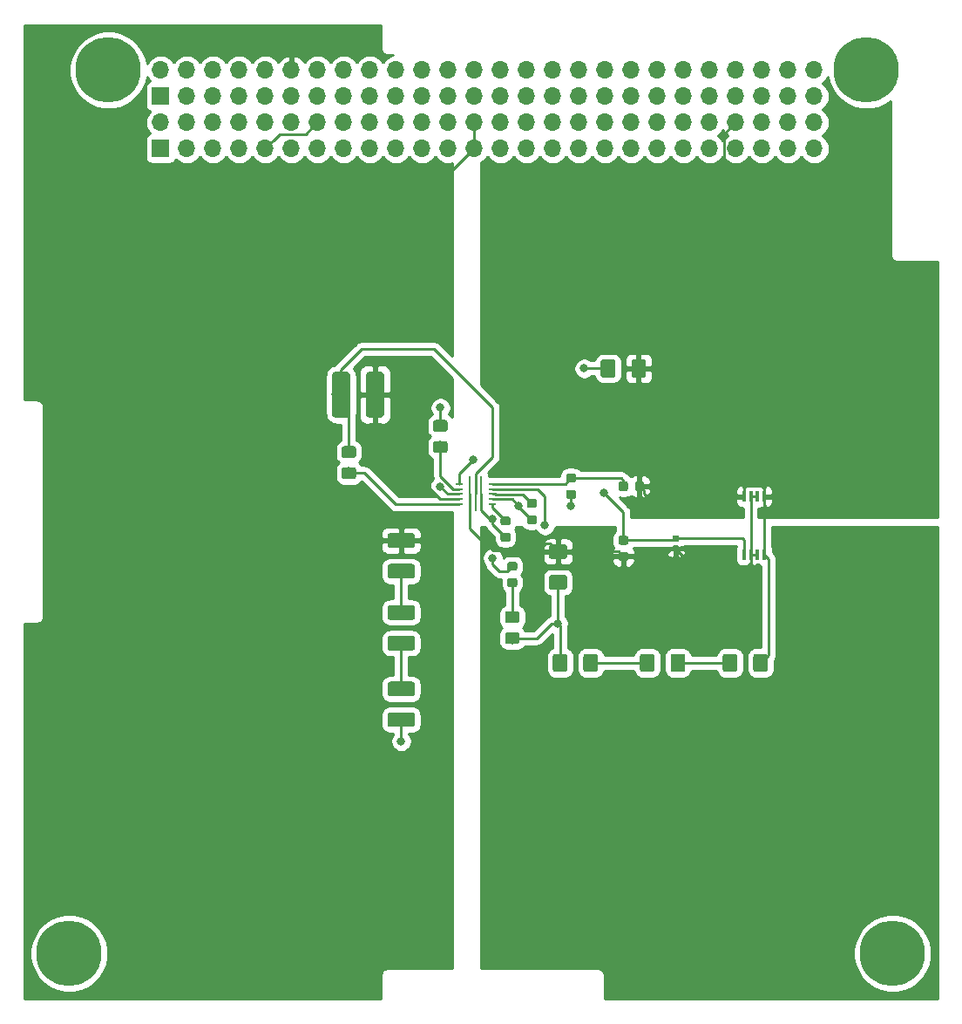
<source format=gbr>
G04 #@! TF.GenerationSoftware,KiCad,Pcbnew,(5.1.4)-1*
G04 #@! TF.CreationDate,2020-02-03T09:21:52-06:00*
G04 #@! TF.ProjectId,Boost,426f6f73-742e-46b6-9963-61645f706362,rev?*
G04 #@! TF.SameCoordinates,Original*
G04 #@! TF.FileFunction,Copper,L1,Top*
G04 #@! TF.FilePolarity,Positive*
%FSLAX46Y46*%
G04 Gerber Fmt 4.6, Leading zero omitted, Abs format (unit mm)*
G04 Created by KiCad (PCBNEW (5.1.4)-1) date 2020-02-03 09:21:52*
%MOMM*%
%LPD*%
G04 APERTURE LIST*
%ADD10C,0.100000*%
%ADD11C,0.875000*%
%ADD12R,0.356000X1.016000*%
%ADD13O,1.700000X1.700000*%
%ADD14R,1.700000X1.700000*%
%ADD15C,1.800000*%
%ADD16C,1.150000*%
%ADD17C,1.425000*%
%ADD18C,0.590000*%
%ADD19C,6.350000*%
%ADD20R,0.700000X0.250000*%
%ADD21R,0.250000X3.400000*%
%ADD22C,0.800000*%
%ADD23C,0.250000*%
%ADD24C,0.254000*%
G04 APERTURE END LIST*
D10*
G36*
X143762291Y-99766653D02*
G01*
X143783526Y-99769803D01*
X143804350Y-99775019D01*
X143824562Y-99782251D01*
X143843968Y-99791430D01*
X143862381Y-99802466D01*
X143879624Y-99815254D01*
X143895530Y-99829670D01*
X143909946Y-99845576D01*
X143922734Y-99862819D01*
X143933770Y-99881232D01*
X143942949Y-99900638D01*
X143950181Y-99920850D01*
X143955397Y-99941674D01*
X143958547Y-99962909D01*
X143959600Y-99984350D01*
X143959600Y-100421850D01*
X143958547Y-100443291D01*
X143955397Y-100464526D01*
X143950181Y-100485350D01*
X143942949Y-100505562D01*
X143933770Y-100524968D01*
X143922734Y-100543381D01*
X143909946Y-100560624D01*
X143895530Y-100576530D01*
X143879624Y-100590946D01*
X143862381Y-100603734D01*
X143843968Y-100614770D01*
X143824562Y-100623949D01*
X143804350Y-100631181D01*
X143783526Y-100636397D01*
X143762291Y-100639547D01*
X143740850Y-100640600D01*
X143228350Y-100640600D01*
X143206909Y-100639547D01*
X143185674Y-100636397D01*
X143164850Y-100631181D01*
X143144638Y-100623949D01*
X143125232Y-100614770D01*
X143106819Y-100603734D01*
X143089576Y-100590946D01*
X143073670Y-100576530D01*
X143059254Y-100560624D01*
X143046466Y-100543381D01*
X143035430Y-100524968D01*
X143026251Y-100505562D01*
X143019019Y-100485350D01*
X143013803Y-100464526D01*
X143010653Y-100443291D01*
X143009600Y-100421850D01*
X143009600Y-99984350D01*
X143010653Y-99962909D01*
X143013803Y-99941674D01*
X143019019Y-99920850D01*
X143026251Y-99900638D01*
X143035430Y-99881232D01*
X143046466Y-99862819D01*
X143059254Y-99845576D01*
X143073670Y-99829670D01*
X143089576Y-99815254D01*
X143106819Y-99802466D01*
X143125232Y-99791430D01*
X143144638Y-99782251D01*
X143164850Y-99775019D01*
X143185674Y-99769803D01*
X143206909Y-99766653D01*
X143228350Y-99765600D01*
X143740850Y-99765600D01*
X143762291Y-99766653D01*
X143762291Y-99766653D01*
G37*
D11*
X143484600Y-100203100D03*
D10*
G36*
X143762291Y-98191653D02*
G01*
X143783526Y-98194803D01*
X143804350Y-98200019D01*
X143824562Y-98207251D01*
X143843968Y-98216430D01*
X143862381Y-98227466D01*
X143879624Y-98240254D01*
X143895530Y-98254670D01*
X143909946Y-98270576D01*
X143922734Y-98287819D01*
X143933770Y-98306232D01*
X143942949Y-98325638D01*
X143950181Y-98345850D01*
X143955397Y-98366674D01*
X143958547Y-98387909D01*
X143959600Y-98409350D01*
X143959600Y-98846850D01*
X143958547Y-98868291D01*
X143955397Y-98889526D01*
X143950181Y-98910350D01*
X143942949Y-98930562D01*
X143933770Y-98949968D01*
X143922734Y-98968381D01*
X143909946Y-98985624D01*
X143895530Y-99001530D01*
X143879624Y-99015946D01*
X143862381Y-99028734D01*
X143843968Y-99039770D01*
X143824562Y-99048949D01*
X143804350Y-99056181D01*
X143783526Y-99061397D01*
X143762291Y-99064547D01*
X143740850Y-99065600D01*
X143228350Y-99065600D01*
X143206909Y-99064547D01*
X143185674Y-99061397D01*
X143164850Y-99056181D01*
X143144638Y-99048949D01*
X143125232Y-99039770D01*
X143106819Y-99028734D01*
X143089576Y-99015946D01*
X143073670Y-99001530D01*
X143059254Y-98985624D01*
X143046466Y-98968381D01*
X143035430Y-98949968D01*
X143026251Y-98930562D01*
X143019019Y-98910350D01*
X143013803Y-98889526D01*
X143010653Y-98868291D01*
X143009600Y-98846850D01*
X143009600Y-98409350D01*
X143010653Y-98387909D01*
X143013803Y-98366674D01*
X143019019Y-98345850D01*
X143026251Y-98325638D01*
X143035430Y-98306232D01*
X143046466Y-98287819D01*
X143059254Y-98270576D01*
X143073670Y-98254670D01*
X143089576Y-98240254D01*
X143106819Y-98227466D01*
X143125232Y-98216430D01*
X143144638Y-98207251D01*
X143164850Y-98200019D01*
X143185674Y-98194803D01*
X143206909Y-98191653D01*
X143228350Y-98190600D01*
X143740850Y-98190600D01*
X143762291Y-98191653D01*
X143762291Y-98191653D01*
G37*
D11*
X143484600Y-98628100D03*
D10*
G36*
X146327691Y-98064853D02*
G01*
X146348926Y-98068003D01*
X146369750Y-98073219D01*
X146389962Y-98080451D01*
X146409368Y-98089630D01*
X146427781Y-98100666D01*
X146445024Y-98113454D01*
X146460930Y-98127870D01*
X146475346Y-98143776D01*
X146488134Y-98161019D01*
X146499170Y-98179432D01*
X146508349Y-98198838D01*
X146515581Y-98219050D01*
X146520797Y-98239874D01*
X146523947Y-98261109D01*
X146525000Y-98282550D01*
X146525000Y-98720050D01*
X146523947Y-98741491D01*
X146520797Y-98762726D01*
X146515581Y-98783550D01*
X146508349Y-98803762D01*
X146499170Y-98823168D01*
X146488134Y-98841581D01*
X146475346Y-98858824D01*
X146460930Y-98874730D01*
X146445024Y-98889146D01*
X146427781Y-98901934D01*
X146409368Y-98912970D01*
X146389962Y-98922149D01*
X146369750Y-98929381D01*
X146348926Y-98934597D01*
X146327691Y-98937747D01*
X146306250Y-98938800D01*
X145793750Y-98938800D01*
X145772309Y-98937747D01*
X145751074Y-98934597D01*
X145730250Y-98929381D01*
X145710038Y-98922149D01*
X145690632Y-98912970D01*
X145672219Y-98901934D01*
X145654976Y-98889146D01*
X145639070Y-98874730D01*
X145624654Y-98858824D01*
X145611866Y-98841581D01*
X145600830Y-98823168D01*
X145591651Y-98803762D01*
X145584419Y-98783550D01*
X145579203Y-98762726D01*
X145576053Y-98741491D01*
X145575000Y-98720050D01*
X145575000Y-98282550D01*
X145576053Y-98261109D01*
X145579203Y-98239874D01*
X145584419Y-98219050D01*
X145591651Y-98198838D01*
X145600830Y-98179432D01*
X145611866Y-98161019D01*
X145624654Y-98143776D01*
X145639070Y-98127870D01*
X145654976Y-98113454D01*
X145672219Y-98100666D01*
X145690632Y-98089630D01*
X145710038Y-98080451D01*
X145730250Y-98073219D01*
X145751074Y-98068003D01*
X145772309Y-98064853D01*
X145793750Y-98063800D01*
X146306250Y-98063800D01*
X146327691Y-98064853D01*
X146327691Y-98064853D01*
G37*
D11*
X146050000Y-98501300D03*
D10*
G36*
X146327691Y-96489853D02*
G01*
X146348926Y-96493003D01*
X146369750Y-96498219D01*
X146389962Y-96505451D01*
X146409368Y-96514630D01*
X146427781Y-96525666D01*
X146445024Y-96538454D01*
X146460930Y-96552870D01*
X146475346Y-96568776D01*
X146488134Y-96586019D01*
X146499170Y-96604432D01*
X146508349Y-96623838D01*
X146515581Y-96644050D01*
X146520797Y-96664874D01*
X146523947Y-96686109D01*
X146525000Y-96707550D01*
X146525000Y-97145050D01*
X146523947Y-97166491D01*
X146520797Y-97187726D01*
X146515581Y-97208550D01*
X146508349Y-97228762D01*
X146499170Y-97248168D01*
X146488134Y-97266581D01*
X146475346Y-97283824D01*
X146460930Y-97299730D01*
X146445024Y-97314146D01*
X146427781Y-97326934D01*
X146409368Y-97337970D01*
X146389962Y-97347149D01*
X146369750Y-97354381D01*
X146348926Y-97359597D01*
X146327691Y-97362747D01*
X146306250Y-97363800D01*
X145793750Y-97363800D01*
X145772309Y-97362747D01*
X145751074Y-97359597D01*
X145730250Y-97354381D01*
X145710038Y-97347149D01*
X145690632Y-97337970D01*
X145672219Y-97326934D01*
X145654976Y-97314146D01*
X145639070Y-97299730D01*
X145624654Y-97283824D01*
X145611866Y-97266581D01*
X145600830Y-97248168D01*
X145591651Y-97228762D01*
X145584419Y-97208550D01*
X145579203Y-97187726D01*
X145576053Y-97166491D01*
X145575000Y-97145050D01*
X145575000Y-96707550D01*
X145576053Y-96686109D01*
X145579203Y-96664874D01*
X145584419Y-96644050D01*
X145591651Y-96623838D01*
X145600830Y-96604432D01*
X145611866Y-96586019D01*
X145624654Y-96568776D01*
X145639070Y-96552870D01*
X145654976Y-96538454D01*
X145672219Y-96525666D01*
X145690632Y-96514630D01*
X145710038Y-96505451D01*
X145730250Y-96498219D01*
X145751074Y-96493003D01*
X145772309Y-96489853D01*
X145793750Y-96488800D01*
X146306250Y-96488800D01*
X146327691Y-96489853D01*
X146327691Y-96489853D01*
G37*
D11*
X146050000Y-96926300D03*
D10*
G36*
X155217691Y-100061053D02*
G01*
X155238926Y-100064203D01*
X155259750Y-100069419D01*
X155279962Y-100076651D01*
X155299368Y-100085830D01*
X155317781Y-100096866D01*
X155335024Y-100109654D01*
X155350930Y-100124070D01*
X155365346Y-100139976D01*
X155378134Y-100157219D01*
X155389170Y-100175632D01*
X155398349Y-100195038D01*
X155405581Y-100215250D01*
X155410797Y-100236074D01*
X155413947Y-100257309D01*
X155415000Y-100278750D01*
X155415000Y-100716250D01*
X155413947Y-100737691D01*
X155410797Y-100758926D01*
X155405581Y-100779750D01*
X155398349Y-100799962D01*
X155389170Y-100819368D01*
X155378134Y-100837781D01*
X155365346Y-100855024D01*
X155350930Y-100870930D01*
X155335024Y-100885346D01*
X155317781Y-100898134D01*
X155299368Y-100909170D01*
X155279962Y-100918349D01*
X155259750Y-100925581D01*
X155238926Y-100930797D01*
X155217691Y-100933947D01*
X155196250Y-100935000D01*
X154683750Y-100935000D01*
X154662309Y-100933947D01*
X154641074Y-100930797D01*
X154620250Y-100925581D01*
X154600038Y-100918349D01*
X154580632Y-100909170D01*
X154562219Y-100898134D01*
X154544976Y-100885346D01*
X154529070Y-100870930D01*
X154514654Y-100855024D01*
X154501866Y-100837781D01*
X154490830Y-100819368D01*
X154481651Y-100799962D01*
X154474419Y-100779750D01*
X154469203Y-100758926D01*
X154466053Y-100737691D01*
X154465000Y-100716250D01*
X154465000Y-100278750D01*
X154466053Y-100257309D01*
X154469203Y-100236074D01*
X154474419Y-100215250D01*
X154481651Y-100195038D01*
X154490830Y-100175632D01*
X154501866Y-100157219D01*
X154514654Y-100139976D01*
X154529070Y-100124070D01*
X154544976Y-100109654D01*
X154562219Y-100096866D01*
X154580632Y-100085830D01*
X154600038Y-100076651D01*
X154620250Y-100069419D01*
X154641074Y-100064203D01*
X154662309Y-100061053D01*
X154683750Y-100060000D01*
X155196250Y-100060000D01*
X155217691Y-100061053D01*
X155217691Y-100061053D01*
G37*
D11*
X154940000Y-100497500D03*
D10*
G36*
X155217691Y-101636053D02*
G01*
X155238926Y-101639203D01*
X155259750Y-101644419D01*
X155279962Y-101651651D01*
X155299368Y-101660830D01*
X155317781Y-101671866D01*
X155335024Y-101684654D01*
X155350930Y-101699070D01*
X155365346Y-101714976D01*
X155378134Y-101732219D01*
X155389170Y-101750632D01*
X155398349Y-101770038D01*
X155405581Y-101790250D01*
X155410797Y-101811074D01*
X155413947Y-101832309D01*
X155415000Y-101853750D01*
X155415000Y-102291250D01*
X155413947Y-102312691D01*
X155410797Y-102333926D01*
X155405581Y-102354750D01*
X155398349Y-102374962D01*
X155389170Y-102394368D01*
X155378134Y-102412781D01*
X155365346Y-102430024D01*
X155350930Y-102445930D01*
X155335024Y-102460346D01*
X155317781Y-102473134D01*
X155299368Y-102484170D01*
X155279962Y-102493349D01*
X155259750Y-102500581D01*
X155238926Y-102505797D01*
X155217691Y-102508947D01*
X155196250Y-102510000D01*
X154683750Y-102510000D01*
X154662309Y-102508947D01*
X154641074Y-102505797D01*
X154620250Y-102500581D01*
X154600038Y-102493349D01*
X154580632Y-102484170D01*
X154562219Y-102473134D01*
X154544976Y-102460346D01*
X154529070Y-102445930D01*
X154514654Y-102430024D01*
X154501866Y-102412781D01*
X154490830Y-102394368D01*
X154481651Y-102374962D01*
X154474419Y-102354750D01*
X154469203Y-102333926D01*
X154466053Y-102312691D01*
X154465000Y-102291250D01*
X154465000Y-101853750D01*
X154466053Y-101832309D01*
X154469203Y-101811074D01*
X154474419Y-101790250D01*
X154481651Y-101770038D01*
X154490830Y-101750632D01*
X154501866Y-101732219D01*
X154514654Y-101714976D01*
X154529070Y-101699070D01*
X154544976Y-101684654D01*
X154562219Y-101671866D01*
X154580632Y-101660830D01*
X154600038Y-101651651D01*
X154620250Y-101644419D01*
X154641074Y-101639203D01*
X154662309Y-101636053D01*
X154683750Y-101635000D01*
X155196250Y-101635000D01*
X155217691Y-101636053D01*
X155217691Y-101636053D01*
G37*
D11*
X154940000Y-102072500D03*
D10*
G36*
X155177691Y-94776053D02*
G01*
X155198926Y-94779203D01*
X155219750Y-94784419D01*
X155239962Y-94791651D01*
X155259368Y-94800830D01*
X155277781Y-94811866D01*
X155295024Y-94824654D01*
X155310930Y-94839070D01*
X155325346Y-94854976D01*
X155338134Y-94872219D01*
X155349170Y-94890632D01*
X155358349Y-94910038D01*
X155365581Y-94930250D01*
X155370797Y-94951074D01*
X155373947Y-94972309D01*
X155375000Y-94993750D01*
X155375000Y-95506250D01*
X155373947Y-95527691D01*
X155370797Y-95548926D01*
X155365581Y-95569750D01*
X155358349Y-95589962D01*
X155349170Y-95609368D01*
X155338134Y-95627781D01*
X155325346Y-95645024D01*
X155310930Y-95660930D01*
X155295024Y-95675346D01*
X155277781Y-95688134D01*
X155259368Y-95699170D01*
X155239962Y-95708349D01*
X155219750Y-95715581D01*
X155198926Y-95720797D01*
X155177691Y-95723947D01*
X155156250Y-95725000D01*
X154718750Y-95725000D01*
X154697309Y-95723947D01*
X154676074Y-95720797D01*
X154655250Y-95715581D01*
X154635038Y-95708349D01*
X154615632Y-95699170D01*
X154597219Y-95688134D01*
X154579976Y-95675346D01*
X154564070Y-95660930D01*
X154549654Y-95645024D01*
X154536866Y-95627781D01*
X154525830Y-95609368D01*
X154516651Y-95589962D01*
X154509419Y-95569750D01*
X154504203Y-95548926D01*
X154501053Y-95527691D01*
X154500000Y-95506250D01*
X154500000Y-94993750D01*
X154501053Y-94972309D01*
X154504203Y-94951074D01*
X154509419Y-94930250D01*
X154516651Y-94910038D01*
X154525830Y-94890632D01*
X154536866Y-94872219D01*
X154549654Y-94854976D01*
X154564070Y-94839070D01*
X154579976Y-94824654D01*
X154597219Y-94811866D01*
X154615632Y-94800830D01*
X154635038Y-94791651D01*
X154655250Y-94784419D01*
X154676074Y-94779203D01*
X154697309Y-94776053D01*
X154718750Y-94775000D01*
X155156250Y-94775000D01*
X155177691Y-94776053D01*
X155177691Y-94776053D01*
G37*
D11*
X154937500Y-95250000D03*
D10*
G36*
X156752691Y-94776053D02*
G01*
X156773926Y-94779203D01*
X156794750Y-94784419D01*
X156814962Y-94791651D01*
X156834368Y-94800830D01*
X156852781Y-94811866D01*
X156870024Y-94824654D01*
X156885930Y-94839070D01*
X156900346Y-94854976D01*
X156913134Y-94872219D01*
X156924170Y-94890632D01*
X156933349Y-94910038D01*
X156940581Y-94930250D01*
X156945797Y-94951074D01*
X156948947Y-94972309D01*
X156950000Y-94993750D01*
X156950000Y-95506250D01*
X156948947Y-95527691D01*
X156945797Y-95548926D01*
X156940581Y-95569750D01*
X156933349Y-95589962D01*
X156924170Y-95609368D01*
X156913134Y-95627781D01*
X156900346Y-95645024D01*
X156885930Y-95660930D01*
X156870024Y-95675346D01*
X156852781Y-95688134D01*
X156834368Y-95699170D01*
X156814962Y-95708349D01*
X156794750Y-95715581D01*
X156773926Y-95720797D01*
X156752691Y-95723947D01*
X156731250Y-95725000D01*
X156293750Y-95725000D01*
X156272309Y-95723947D01*
X156251074Y-95720797D01*
X156230250Y-95715581D01*
X156210038Y-95708349D01*
X156190632Y-95699170D01*
X156172219Y-95688134D01*
X156154976Y-95675346D01*
X156139070Y-95660930D01*
X156124654Y-95645024D01*
X156111866Y-95627781D01*
X156100830Y-95609368D01*
X156091651Y-95589962D01*
X156084419Y-95569750D01*
X156079203Y-95548926D01*
X156076053Y-95527691D01*
X156075000Y-95506250D01*
X156075000Y-94993750D01*
X156076053Y-94972309D01*
X156079203Y-94951074D01*
X156084419Y-94930250D01*
X156091651Y-94910038D01*
X156100830Y-94890632D01*
X156111866Y-94872219D01*
X156124654Y-94854976D01*
X156139070Y-94839070D01*
X156154976Y-94824654D01*
X156172219Y-94811866D01*
X156190632Y-94800830D01*
X156210038Y-94791651D01*
X156230250Y-94784419D01*
X156251074Y-94779203D01*
X156272309Y-94776053D01*
X156293750Y-94775000D01*
X156731250Y-94775000D01*
X156752691Y-94776053D01*
X156752691Y-94776053D01*
G37*
D11*
X156512500Y-95250000D03*
D10*
G36*
X150137691Y-95601053D02*
G01*
X150158926Y-95604203D01*
X150179750Y-95609419D01*
X150199962Y-95616651D01*
X150219368Y-95625830D01*
X150237781Y-95636866D01*
X150255024Y-95649654D01*
X150270930Y-95664070D01*
X150285346Y-95679976D01*
X150298134Y-95697219D01*
X150309170Y-95715632D01*
X150318349Y-95735038D01*
X150325581Y-95755250D01*
X150330797Y-95776074D01*
X150333947Y-95797309D01*
X150335000Y-95818750D01*
X150335000Y-96256250D01*
X150333947Y-96277691D01*
X150330797Y-96298926D01*
X150325581Y-96319750D01*
X150318349Y-96339962D01*
X150309170Y-96359368D01*
X150298134Y-96377781D01*
X150285346Y-96395024D01*
X150270930Y-96410930D01*
X150255024Y-96425346D01*
X150237781Y-96438134D01*
X150219368Y-96449170D01*
X150199962Y-96458349D01*
X150179750Y-96465581D01*
X150158926Y-96470797D01*
X150137691Y-96473947D01*
X150116250Y-96475000D01*
X149603750Y-96475000D01*
X149582309Y-96473947D01*
X149561074Y-96470797D01*
X149540250Y-96465581D01*
X149520038Y-96458349D01*
X149500632Y-96449170D01*
X149482219Y-96438134D01*
X149464976Y-96425346D01*
X149449070Y-96410930D01*
X149434654Y-96395024D01*
X149421866Y-96377781D01*
X149410830Y-96359368D01*
X149401651Y-96339962D01*
X149394419Y-96319750D01*
X149389203Y-96298926D01*
X149386053Y-96277691D01*
X149385000Y-96256250D01*
X149385000Y-95818750D01*
X149386053Y-95797309D01*
X149389203Y-95776074D01*
X149394419Y-95755250D01*
X149401651Y-95735038D01*
X149410830Y-95715632D01*
X149421866Y-95697219D01*
X149434654Y-95679976D01*
X149449070Y-95664070D01*
X149464976Y-95649654D01*
X149482219Y-95636866D01*
X149500632Y-95625830D01*
X149520038Y-95616651D01*
X149540250Y-95609419D01*
X149561074Y-95604203D01*
X149582309Y-95601053D01*
X149603750Y-95600000D01*
X150116250Y-95600000D01*
X150137691Y-95601053D01*
X150137691Y-95601053D01*
G37*
D11*
X149860000Y-96037500D03*
D10*
G36*
X150137691Y-94026053D02*
G01*
X150158926Y-94029203D01*
X150179750Y-94034419D01*
X150199962Y-94041651D01*
X150219368Y-94050830D01*
X150237781Y-94061866D01*
X150255024Y-94074654D01*
X150270930Y-94089070D01*
X150285346Y-94104976D01*
X150298134Y-94122219D01*
X150309170Y-94140632D01*
X150318349Y-94160038D01*
X150325581Y-94180250D01*
X150330797Y-94201074D01*
X150333947Y-94222309D01*
X150335000Y-94243750D01*
X150335000Y-94681250D01*
X150333947Y-94702691D01*
X150330797Y-94723926D01*
X150325581Y-94744750D01*
X150318349Y-94764962D01*
X150309170Y-94784368D01*
X150298134Y-94802781D01*
X150285346Y-94820024D01*
X150270930Y-94835930D01*
X150255024Y-94850346D01*
X150237781Y-94863134D01*
X150219368Y-94874170D01*
X150199962Y-94883349D01*
X150179750Y-94890581D01*
X150158926Y-94895797D01*
X150137691Y-94898947D01*
X150116250Y-94900000D01*
X149603750Y-94900000D01*
X149582309Y-94898947D01*
X149561074Y-94895797D01*
X149540250Y-94890581D01*
X149520038Y-94883349D01*
X149500632Y-94874170D01*
X149482219Y-94863134D01*
X149464976Y-94850346D01*
X149449070Y-94835930D01*
X149434654Y-94820024D01*
X149421866Y-94802781D01*
X149410830Y-94784368D01*
X149401651Y-94764962D01*
X149394419Y-94744750D01*
X149389203Y-94723926D01*
X149386053Y-94702691D01*
X149385000Y-94681250D01*
X149385000Y-94243750D01*
X149386053Y-94222309D01*
X149389203Y-94201074D01*
X149394419Y-94180250D01*
X149401651Y-94160038D01*
X149410830Y-94140632D01*
X149421866Y-94122219D01*
X149434654Y-94104976D01*
X149449070Y-94089070D01*
X149464976Y-94074654D01*
X149482219Y-94061866D01*
X149500632Y-94050830D01*
X149520038Y-94041651D01*
X149540250Y-94034419D01*
X149561074Y-94029203D01*
X149582309Y-94026053D01*
X149603750Y-94025000D01*
X150116250Y-94025000D01*
X150137691Y-94026053D01*
X150137691Y-94026053D01*
G37*
D11*
X149860000Y-94462500D03*
D10*
G36*
X144422691Y-104171053D02*
G01*
X144443926Y-104174203D01*
X144464750Y-104179419D01*
X144484962Y-104186651D01*
X144504368Y-104195830D01*
X144522781Y-104206866D01*
X144540024Y-104219654D01*
X144555930Y-104234070D01*
X144570346Y-104249976D01*
X144583134Y-104267219D01*
X144594170Y-104285632D01*
X144603349Y-104305038D01*
X144610581Y-104325250D01*
X144615797Y-104346074D01*
X144618947Y-104367309D01*
X144620000Y-104388750D01*
X144620000Y-104826250D01*
X144618947Y-104847691D01*
X144615797Y-104868926D01*
X144610581Y-104889750D01*
X144603349Y-104909962D01*
X144594170Y-104929368D01*
X144583134Y-104947781D01*
X144570346Y-104965024D01*
X144555930Y-104980930D01*
X144540024Y-104995346D01*
X144522781Y-105008134D01*
X144504368Y-105019170D01*
X144484962Y-105028349D01*
X144464750Y-105035581D01*
X144443926Y-105040797D01*
X144422691Y-105043947D01*
X144401250Y-105045000D01*
X143888750Y-105045000D01*
X143867309Y-105043947D01*
X143846074Y-105040797D01*
X143825250Y-105035581D01*
X143805038Y-105028349D01*
X143785632Y-105019170D01*
X143767219Y-105008134D01*
X143749976Y-104995346D01*
X143734070Y-104980930D01*
X143719654Y-104965024D01*
X143706866Y-104947781D01*
X143695830Y-104929368D01*
X143686651Y-104909962D01*
X143679419Y-104889750D01*
X143674203Y-104868926D01*
X143671053Y-104847691D01*
X143670000Y-104826250D01*
X143670000Y-104388750D01*
X143671053Y-104367309D01*
X143674203Y-104346074D01*
X143679419Y-104325250D01*
X143686651Y-104305038D01*
X143695830Y-104285632D01*
X143706866Y-104267219D01*
X143719654Y-104249976D01*
X143734070Y-104234070D01*
X143749976Y-104219654D01*
X143767219Y-104206866D01*
X143785632Y-104195830D01*
X143805038Y-104186651D01*
X143825250Y-104179419D01*
X143846074Y-104174203D01*
X143867309Y-104171053D01*
X143888750Y-104170000D01*
X144401250Y-104170000D01*
X144422691Y-104171053D01*
X144422691Y-104171053D01*
G37*
D11*
X144145000Y-104607500D03*
D10*
G36*
X144422691Y-102596053D02*
G01*
X144443926Y-102599203D01*
X144464750Y-102604419D01*
X144484962Y-102611651D01*
X144504368Y-102620830D01*
X144522781Y-102631866D01*
X144540024Y-102644654D01*
X144555930Y-102659070D01*
X144570346Y-102674976D01*
X144583134Y-102692219D01*
X144594170Y-102710632D01*
X144603349Y-102730038D01*
X144610581Y-102750250D01*
X144615797Y-102771074D01*
X144618947Y-102792309D01*
X144620000Y-102813750D01*
X144620000Y-103251250D01*
X144618947Y-103272691D01*
X144615797Y-103293926D01*
X144610581Y-103314750D01*
X144603349Y-103334962D01*
X144594170Y-103354368D01*
X144583134Y-103372781D01*
X144570346Y-103390024D01*
X144555930Y-103405930D01*
X144540024Y-103420346D01*
X144522781Y-103433134D01*
X144504368Y-103444170D01*
X144484962Y-103453349D01*
X144464750Y-103460581D01*
X144443926Y-103465797D01*
X144422691Y-103468947D01*
X144401250Y-103470000D01*
X143888750Y-103470000D01*
X143867309Y-103468947D01*
X143846074Y-103465797D01*
X143825250Y-103460581D01*
X143805038Y-103453349D01*
X143785632Y-103444170D01*
X143767219Y-103433134D01*
X143749976Y-103420346D01*
X143734070Y-103405930D01*
X143719654Y-103390024D01*
X143706866Y-103372781D01*
X143695830Y-103354368D01*
X143686651Y-103334962D01*
X143679419Y-103314750D01*
X143674203Y-103293926D01*
X143671053Y-103272691D01*
X143670000Y-103251250D01*
X143670000Y-102813750D01*
X143671053Y-102792309D01*
X143674203Y-102771074D01*
X143679419Y-102750250D01*
X143686651Y-102730038D01*
X143695830Y-102710632D01*
X143706866Y-102692219D01*
X143719654Y-102674976D01*
X143734070Y-102659070D01*
X143749976Y-102644654D01*
X143767219Y-102631866D01*
X143785632Y-102620830D01*
X143805038Y-102611651D01*
X143825250Y-102604419D01*
X143846074Y-102599203D01*
X143867309Y-102596053D01*
X143888750Y-102595000D01*
X144401250Y-102595000D01*
X144422691Y-102596053D01*
X144422691Y-102596053D01*
G37*
D11*
X144145000Y-103032500D03*
D12*
X166649500Y-96240500D03*
X167310500Y-96240500D03*
X167970500Y-96240500D03*
X168630500Y-96240500D03*
X166649500Y-101879500D03*
X167310500Y-101879500D03*
X167970500Y-101879500D03*
X168630500Y-101879500D03*
D13*
X173489081Y-59944935D03*
X173489081Y-62484935D03*
X170949081Y-59944935D03*
X170949081Y-62484935D03*
X168409081Y-59944935D03*
X168409081Y-62484935D03*
X165869081Y-59944935D03*
X165869081Y-62484935D03*
X163329081Y-59944935D03*
X163329081Y-62484935D03*
X160789081Y-59944935D03*
X160789081Y-62484935D03*
X158249081Y-59944935D03*
X158249081Y-62484935D03*
X155709081Y-59944935D03*
X155709081Y-62484935D03*
X153169081Y-59944935D03*
X153169081Y-62484935D03*
X150629081Y-59944935D03*
X150629081Y-62484935D03*
X148089081Y-59944935D03*
X148089081Y-62484935D03*
X145549081Y-59944935D03*
X145549081Y-62484935D03*
X143009081Y-59944935D03*
X143009081Y-62484935D03*
X140469081Y-59944935D03*
X140469081Y-62484935D03*
X137929081Y-59944935D03*
X137929081Y-62484935D03*
X135389081Y-59944935D03*
X135389081Y-62484935D03*
X132849081Y-59944935D03*
X132849081Y-62484935D03*
X130309081Y-59944935D03*
X130309081Y-62484935D03*
X127769081Y-59944935D03*
X127769081Y-62484935D03*
X125229081Y-59944935D03*
X125229081Y-62484935D03*
X122689081Y-59944935D03*
X122689081Y-62484935D03*
X120149081Y-59944935D03*
X120149081Y-62484935D03*
X117609081Y-59944935D03*
X117609081Y-62484935D03*
X115069081Y-59944935D03*
X115069081Y-62484935D03*
X112529081Y-59944935D03*
X112529081Y-62484935D03*
X109989081Y-59944935D03*
D14*
X109989081Y-62484935D03*
D13*
X173489081Y-54864935D03*
X173489081Y-57404935D03*
X170949081Y-54864935D03*
X170949081Y-57404935D03*
X168409081Y-54864935D03*
X168409081Y-57404935D03*
X165869081Y-54864935D03*
X165869081Y-57404935D03*
X163329081Y-54864935D03*
X163329081Y-57404935D03*
X160789081Y-54864935D03*
X160789081Y-57404935D03*
X158249081Y-54864935D03*
X158249081Y-57404935D03*
X155709081Y-54864935D03*
X155709081Y-57404935D03*
X153169081Y-54864935D03*
X153169081Y-57404935D03*
X150629081Y-54864935D03*
X150629081Y-57404935D03*
X148089081Y-54864935D03*
X148089081Y-57404935D03*
X145549081Y-54864935D03*
X145549081Y-57404935D03*
X143009081Y-54864935D03*
X143009081Y-57404935D03*
X140469081Y-54864935D03*
X140469081Y-57404935D03*
X137929081Y-54864935D03*
X137929081Y-57404935D03*
X135389081Y-54864935D03*
X135389081Y-57404935D03*
X132849081Y-54864935D03*
X132849081Y-57404935D03*
X130309081Y-54864935D03*
X130309081Y-57404935D03*
X127769081Y-54864935D03*
X127769081Y-57404935D03*
X125229081Y-54864935D03*
X125229081Y-57404935D03*
X122689081Y-54864935D03*
X122689081Y-57404935D03*
X120149081Y-54864935D03*
X120149081Y-57404935D03*
X117609081Y-54864935D03*
X117609081Y-57404935D03*
X115069081Y-54864935D03*
X115069081Y-57404935D03*
X112529081Y-54864935D03*
X112529081Y-57404935D03*
X109989081Y-54864935D03*
D14*
X109989081Y-57404935D03*
D10*
G36*
X128004108Y-84112167D02*
G01*
X128047791Y-84118647D01*
X128090628Y-84129377D01*
X128132208Y-84144254D01*
X128172129Y-84163135D01*
X128210007Y-84185839D01*
X128245477Y-84212145D01*
X128278198Y-84241802D01*
X128307855Y-84274523D01*
X128334161Y-84309993D01*
X128356865Y-84347871D01*
X128375746Y-84387792D01*
X128390623Y-84429372D01*
X128401353Y-84472209D01*
X128407833Y-84515892D01*
X128410000Y-84560000D01*
X128410000Y-88160000D01*
X128407833Y-88204108D01*
X128401353Y-88247791D01*
X128390623Y-88290628D01*
X128375746Y-88332208D01*
X128356865Y-88372129D01*
X128334161Y-88410007D01*
X128307855Y-88445477D01*
X128278198Y-88478198D01*
X128245477Y-88507855D01*
X128210007Y-88534161D01*
X128172129Y-88556865D01*
X128132208Y-88575746D01*
X128090628Y-88590623D01*
X128047791Y-88601353D01*
X128004108Y-88607833D01*
X127960000Y-88610000D01*
X127060000Y-88610000D01*
X127015892Y-88607833D01*
X126972209Y-88601353D01*
X126929372Y-88590623D01*
X126887792Y-88575746D01*
X126847871Y-88556865D01*
X126809993Y-88534161D01*
X126774523Y-88507855D01*
X126741802Y-88478198D01*
X126712145Y-88445477D01*
X126685839Y-88410007D01*
X126663135Y-88372129D01*
X126644254Y-88332208D01*
X126629377Y-88290628D01*
X126618647Y-88247791D01*
X126612167Y-88204108D01*
X126610000Y-88160000D01*
X126610000Y-84560000D01*
X126612167Y-84515892D01*
X126618647Y-84472209D01*
X126629377Y-84429372D01*
X126644254Y-84387792D01*
X126663135Y-84347871D01*
X126685839Y-84309993D01*
X126712145Y-84274523D01*
X126741802Y-84241802D01*
X126774523Y-84212145D01*
X126809993Y-84185839D01*
X126847871Y-84163135D01*
X126887792Y-84144254D01*
X126929372Y-84129377D01*
X126972209Y-84118647D01*
X127015892Y-84112167D01*
X127060000Y-84110000D01*
X127960000Y-84110000D01*
X128004108Y-84112167D01*
X128004108Y-84112167D01*
G37*
D15*
X127510000Y-86360000D03*
D10*
G36*
X131304108Y-84112167D02*
G01*
X131347791Y-84118647D01*
X131390628Y-84129377D01*
X131432208Y-84144254D01*
X131472129Y-84163135D01*
X131510007Y-84185839D01*
X131545477Y-84212145D01*
X131578198Y-84241802D01*
X131607855Y-84274523D01*
X131634161Y-84309993D01*
X131656865Y-84347871D01*
X131675746Y-84387792D01*
X131690623Y-84429372D01*
X131701353Y-84472209D01*
X131707833Y-84515892D01*
X131710000Y-84560000D01*
X131710000Y-88160000D01*
X131707833Y-88204108D01*
X131701353Y-88247791D01*
X131690623Y-88290628D01*
X131675746Y-88332208D01*
X131656865Y-88372129D01*
X131634161Y-88410007D01*
X131607855Y-88445477D01*
X131578198Y-88478198D01*
X131545477Y-88507855D01*
X131510007Y-88534161D01*
X131472129Y-88556865D01*
X131432208Y-88575746D01*
X131390628Y-88590623D01*
X131347791Y-88601353D01*
X131304108Y-88607833D01*
X131260000Y-88610000D01*
X130360000Y-88610000D01*
X130315892Y-88607833D01*
X130272209Y-88601353D01*
X130229372Y-88590623D01*
X130187792Y-88575746D01*
X130147871Y-88556865D01*
X130109993Y-88534161D01*
X130074523Y-88507855D01*
X130041802Y-88478198D01*
X130012145Y-88445477D01*
X129985839Y-88410007D01*
X129963135Y-88372129D01*
X129944254Y-88332208D01*
X129929377Y-88290628D01*
X129918647Y-88247791D01*
X129912167Y-88204108D01*
X129910000Y-88160000D01*
X129910000Y-84560000D01*
X129912167Y-84515892D01*
X129918647Y-84472209D01*
X129929377Y-84429372D01*
X129944254Y-84387792D01*
X129963135Y-84347871D01*
X129985839Y-84309993D01*
X130012145Y-84274523D01*
X130041802Y-84241802D01*
X130074523Y-84212145D01*
X130109993Y-84185839D01*
X130147871Y-84163135D01*
X130187792Y-84144254D01*
X130229372Y-84129377D01*
X130272209Y-84118647D01*
X130315892Y-84112167D01*
X130360000Y-84110000D01*
X131260000Y-84110000D01*
X131304108Y-84112167D01*
X131304108Y-84112167D01*
G37*
D15*
X130810000Y-86360000D03*
D10*
G36*
X137634505Y-88816204D02*
G01*
X137658773Y-88819804D01*
X137682572Y-88825765D01*
X137705671Y-88834030D01*
X137727850Y-88844520D01*
X137748893Y-88857132D01*
X137768599Y-88871747D01*
X137786777Y-88888223D01*
X137803253Y-88906401D01*
X137817868Y-88926107D01*
X137830480Y-88947150D01*
X137840970Y-88969329D01*
X137849235Y-88992428D01*
X137855196Y-89016227D01*
X137858796Y-89040495D01*
X137860000Y-89064999D01*
X137860000Y-89715001D01*
X137858796Y-89739505D01*
X137855196Y-89763773D01*
X137849235Y-89787572D01*
X137840970Y-89810671D01*
X137830480Y-89832850D01*
X137817868Y-89853893D01*
X137803253Y-89873599D01*
X137786777Y-89891777D01*
X137768599Y-89908253D01*
X137748893Y-89922868D01*
X137727850Y-89935480D01*
X137705671Y-89945970D01*
X137682572Y-89954235D01*
X137658773Y-89960196D01*
X137634505Y-89963796D01*
X137610001Y-89965000D01*
X136709999Y-89965000D01*
X136685495Y-89963796D01*
X136661227Y-89960196D01*
X136637428Y-89954235D01*
X136614329Y-89945970D01*
X136592150Y-89935480D01*
X136571107Y-89922868D01*
X136551401Y-89908253D01*
X136533223Y-89891777D01*
X136516747Y-89873599D01*
X136502132Y-89853893D01*
X136489520Y-89832850D01*
X136479030Y-89810671D01*
X136470765Y-89787572D01*
X136464804Y-89763773D01*
X136461204Y-89739505D01*
X136460000Y-89715001D01*
X136460000Y-89064999D01*
X136461204Y-89040495D01*
X136464804Y-89016227D01*
X136470765Y-88992428D01*
X136479030Y-88969329D01*
X136489520Y-88947150D01*
X136502132Y-88926107D01*
X136516747Y-88906401D01*
X136533223Y-88888223D01*
X136551401Y-88871747D01*
X136571107Y-88857132D01*
X136592150Y-88844520D01*
X136614329Y-88834030D01*
X136637428Y-88825765D01*
X136661227Y-88819804D01*
X136685495Y-88816204D01*
X136709999Y-88815000D01*
X137610001Y-88815000D01*
X137634505Y-88816204D01*
X137634505Y-88816204D01*
G37*
D16*
X137160000Y-89390000D03*
D10*
G36*
X137634505Y-90866204D02*
G01*
X137658773Y-90869804D01*
X137682572Y-90875765D01*
X137705671Y-90884030D01*
X137727850Y-90894520D01*
X137748893Y-90907132D01*
X137768599Y-90921747D01*
X137786777Y-90938223D01*
X137803253Y-90956401D01*
X137817868Y-90976107D01*
X137830480Y-90997150D01*
X137840970Y-91019329D01*
X137849235Y-91042428D01*
X137855196Y-91066227D01*
X137858796Y-91090495D01*
X137860000Y-91114999D01*
X137860000Y-91765001D01*
X137858796Y-91789505D01*
X137855196Y-91813773D01*
X137849235Y-91837572D01*
X137840970Y-91860671D01*
X137830480Y-91882850D01*
X137817868Y-91903893D01*
X137803253Y-91923599D01*
X137786777Y-91941777D01*
X137768599Y-91958253D01*
X137748893Y-91972868D01*
X137727850Y-91985480D01*
X137705671Y-91995970D01*
X137682572Y-92004235D01*
X137658773Y-92010196D01*
X137634505Y-92013796D01*
X137610001Y-92015000D01*
X136709999Y-92015000D01*
X136685495Y-92013796D01*
X136661227Y-92010196D01*
X136637428Y-92004235D01*
X136614329Y-91995970D01*
X136592150Y-91985480D01*
X136571107Y-91972868D01*
X136551401Y-91958253D01*
X136533223Y-91941777D01*
X136516747Y-91923599D01*
X136502132Y-91903893D01*
X136489520Y-91882850D01*
X136479030Y-91860671D01*
X136470765Y-91837572D01*
X136464804Y-91813773D01*
X136461204Y-91789505D01*
X136460000Y-91765001D01*
X136460000Y-91114999D01*
X136461204Y-91090495D01*
X136464804Y-91066227D01*
X136470765Y-91042428D01*
X136479030Y-91019329D01*
X136489520Y-90997150D01*
X136502132Y-90976107D01*
X136516747Y-90956401D01*
X136533223Y-90938223D01*
X136551401Y-90921747D01*
X136571107Y-90907132D01*
X136592150Y-90894520D01*
X136614329Y-90884030D01*
X136637428Y-90875765D01*
X136661227Y-90869804D01*
X136685495Y-90866204D01*
X136709999Y-90865000D01*
X137610001Y-90865000D01*
X137634505Y-90866204D01*
X137634505Y-90866204D01*
G37*
D16*
X137160000Y-91440000D03*
D10*
G36*
X153939504Y-82946204D02*
G01*
X153963773Y-82949804D01*
X153987571Y-82955765D01*
X154010671Y-82964030D01*
X154032849Y-82974520D01*
X154053893Y-82987133D01*
X154073598Y-83001747D01*
X154091777Y-83018223D01*
X154108253Y-83036402D01*
X154122867Y-83056107D01*
X154135480Y-83077151D01*
X154145970Y-83099329D01*
X154154235Y-83122429D01*
X154160196Y-83146227D01*
X154163796Y-83170496D01*
X154165000Y-83195000D01*
X154165000Y-84445000D01*
X154163796Y-84469504D01*
X154160196Y-84493773D01*
X154154235Y-84517571D01*
X154145970Y-84540671D01*
X154135480Y-84562849D01*
X154122867Y-84583893D01*
X154108253Y-84603598D01*
X154091777Y-84621777D01*
X154073598Y-84638253D01*
X154053893Y-84652867D01*
X154032849Y-84665480D01*
X154010671Y-84675970D01*
X153987571Y-84684235D01*
X153963773Y-84690196D01*
X153939504Y-84693796D01*
X153915000Y-84695000D01*
X152990000Y-84695000D01*
X152965496Y-84693796D01*
X152941227Y-84690196D01*
X152917429Y-84684235D01*
X152894329Y-84675970D01*
X152872151Y-84665480D01*
X152851107Y-84652867D01*
X152831402Y-84638253D01*
X152813223Y-84621777D01*
X152796747Y-84603598D01*
X152782133Y-84583893D01*
X152769520Y-84562849D01*
X152759030Y-84540671D01*
X152750765Y-84517571D01*
X152744804Y-84493773D01*
X152741204Y-84469504D01*
X152740000Y-84445000D01*
X152740000Y-83195000D01*
X152741204Y-83170496D01*
X152744804Y-83146227D01*
X152750765Y-83122429D01*
X152759030Y-83099329D01*
X152769520Y-83077151D01*
X152782133Y-83056107D01*
X152796747Y-83036402D01*
X152813223Y-83018223D01*
X152831402Y-83001747D01*
X152851107Y-82987133D01*
X152872151Y-82974520D01*
X152894329Y-82964030D01*
X152917429Y-82955765D01*
X152941227Y-82949804D01*
X152965496Y-82946204D01*
X152990000Y-82945000D01*
X153915000Y-82945000D01*
X153939504Y-82946204D01*
X153939504Y-82946204D01*
G37*
D17*
X153452500Y-83820000D03*
D10*
G36*
X156914504Y-82946204D02*
G01*
X156938773Y-82949804D01*
X156962571Y-82955765D01*
X156985671Y-82964030D01*
X157007849Y-82974520D01*
X157028893Y-82987133D01*
X157048598Y-83001747D01*
X157066777Y-83018223D01*
X157083253Y-83036402D01*
X157097867Y-83056107D01*
X157110480Y-83077151D01*
X157120970Y-83099329D01*
X157129235Y-83122429D01*
X157135196Y-83146227D01*
X157138796Y-83170496D01*
X157140000Y-83195000D01*
X157140000Y-84445000D01*
X157138796Y-84469504D01*
X157135196Y-84493773D01*
X157129235Y-84517571D01*
X157120970Y-84540671D01*
X157110480Y-84562849D01*
X157097867Y-84583893D01*
X157083253Y-84603598D01*
X157066777Y-84621777D01*
X157048598Y-84638253D01*
X157028893Y-84652867D01*
X157007849Y-84665480D01*
X156985671Y-84675970D01*
X156962571Y-84684235D01*
X156938773Y-84690196D01*
X156914504Y-84693796D01*
X156890000Y-84695000D01*
X155965000Y-84695000D01*
X155940496Y-84693796D01*
X155916227Y-84690196D01*
X155892429Y-84684235D01*
X155869329Y-84675970D01*
X155847151Y-84665480D01*
X155826107Y-84652867D01*
X155806402Y-84638253D01*
X155788223Y-84621777D01*
X155771747Y-84603598D01*
X155757133Y-84583893D01*
X155744520Y-84562849D01*
X155734030Y-84540671D01*
X155725765Y-84517571D01*
X155719804Y-84493773D01*
X155716204Y-84469504D01*
X155715000Y-84445000D01*
X155715000Y-83195000D01*
X155716204Y-83170496D01*
X155719804Y-83146227D01*
X155725765Y-83122429D01*
X155734030Y-83099329D01*
X155744520Y-83077151D01*
X155757133Y-83056107D01*
X155771747Y-83036402D01*
X155788223Y-83018223D01*
X155806402Y-83001747D01*
X155826107Y-82987133D01*
X155847151Y-82974520D01*
X155869329Y-82964030D01*
X155892429Y-82955765D01*
X155916227Y-82949804D01*
X155940496Y-82946204D01*
X155965000Y-82945000D01*
X156890000Y-82945000D01*
X156914504Y-82946204D01*
X156914504Y-82946204D01*
G37*
D17*
X156427500Y-83820000D03*
D10*
G36*
X149277004Y-111521204D02*
G01*
X149301273Y-111524804D01*
X149325071Y-111530765D01*
X149348171Y-111539030D01*
X149370349Y-111549520D01*
X149391393Y-111562133D01*
X149411098Y-111576747D01*
X149429277Y-111593223D01*
X149445753Y-111611402D01*
X149460367Y-111631107D01*
X149472980Y-111652151D01*
X149483470Y-111674329D01*
X149491735Y-111697429D01*
X149497696Y-111721227D01*
X149501296Y-111745496D01*
X149502500Y-111770000D01*
X149502500Y-113020000D01*
X149501296Y-113044504D01*
X149497696Y-113068773D01*
X149491735Y-113092571D01*
X149483470Y-113115671D01*
X149472980Y-113137849D01*
X149460367Y-113158893D01*
X149445753Y-113178598D01*
X149429277Y-113196777D01*
X149411098Y-113213253D01*
X149391393Y-113227867D01*
X149370349Y-113240480D01*
X149348171Y-113250970D01*
X149325071Y-113259235D01*
X149301273Y-113265196D01*
X149277004Y-113268796D01*
X149252500Y-113270000D01*
X148327500Y-113270000D01*
X148302996Y-113268796D01*
X148278727Y-113265196D01*
X148254929Y-113259235D01*
X148231829Y-113250970D01*
X148209651Y-113240480D01*
X148188607Y-113227867D01*
X148168902Y-113213253D01*
X148150723Y-113196777D01*
X148134247Y-113178598D01*
X148119633Y-113158893D01*
X148107020Y-113137849D01*
X148096530Y-113115671D01*
X148088265Y-113092571D01*
X148082304Y-113068773D01*
X148078704Y-113044504D01*
X148077500Y-113020000D01*
X148077500Y-111770000D01*
X148078704Y-111745496D01*
X148082304Y-111721227D01*
X148088265Y-111697429D01*
X148096530Y-111674329D01*
X148107020Y-111652151D01*
X148119633Y-111631107D01*
X148134247Y-111611402D01*
X148150723Y-111593223D01*
X148168902Y-111576747D01*
X148188607Y-111562133D01*
X148209651Y-111549520D01*
X148231829Y-111539030D01*
X148254929Y-111530765D01*
X148278727Y-111524804D01*
X148302996Y-111521204D01*
X148327500Y-111520000D01*
X149252500Y-111520000D01*
X149277004Y-111521204D01*
X149277004Y-111521204D01*
G37*
D17*
X148790000Y-112395000D03*
D10*
G36*
X152252004Y-111521204D02*
G01*
X152276273Y-111524804D01*
X152300071Y-111530765D01*
X152323171Y-111539030D01*
X152345349Y-111549520D01*
X152366393Y-111562133D01*
X152386098Y-111576747D01*
X152404277Y-111593223D01*
X152420753Y-111611402D01*
X152435367Y-111631107D01*
X152447980Y-111652151D01*
X152458470Y-111674329D01*
X152466735Y-111697429D01*
X152472696Y-111721227D01*
X152476296Y-111745496D01*
X152477500Y-111770000D01*
X152477500Y-113020000D01*
X152476296Y-113044504D01*
X152472696Y-113068773D01*
X152466735Y-113092571D01*
X152458470Y-113115671D01*
X152447980Y-113137849D01*
X152435367Y-113158893D01*
X152420753Y-113178598D01*
X152404277Y-113196777D01*
X152386098Y-113213253D01*
X152366393Y-113227867D01*
X152345349Y-113240480D01*
X152323171Y-113250970D01*
X152300071Y-113259235D01*
X152276273Y-113265196D01*
X152252004Y-113268796D01*
X152227500Y-113270000D01*
X151302500Y-113270000D01*
X151277996Y-113268796D01*
X151253727Y-113265196D01*
X151229929Y-113259235D01*
X151206829Y-113250970D01*
X151184651Y-113240480D01*
X151163607Y-113227867D01*
X151143902Y-113213253D01*
X151125723Y-113196777D01*
X151109247Y-113178598D01*
X151094633Y-113158893D01*
X151082020Y-113137849D01*
X151071530Y-113115671D01*
X151063265Y-113092571D01*
X151057304Y-113068773D01*
X151053704Y-113044504D01*
X151052500Y-113020000D01*
X151052500Y-111770000D01*
X151053704Y-111745496D01*
X151057304Y-111721227D01*
X151063265Y-111697429D01*
X151071530Y-111674329D01*
X151082020Y-111652151D01*
X151094633Y-111631107D01*
X151109247Y-111611402D01*
X151125723Y-111593223D01*
X151143902Y-111576747D01*
X151163607Y-111562133D01*
X151184651Y-111549520D01*
X151206829Y-111539030D01*
X151229929Y-111530765D01*
X151253727Y-111524804D01*
X151277996Y-111521204D01*
X151302500Y-111520000D01*
X152227500Y-111520000D01*
X152252004Y-111521204D01*
X152252004Y-111521204D01*
G37*
D17*
X151765000Y-112395000D03*
D10*
G36*
X157749504Y-111521204D02*
G01*
X157773773Y-111524804D01*
X157797571Y-111530765D01*
X157820671Y-111539030D01*
X157842849Y-111549520D01*
X157863893Y-111562133D01*
X157883598Y-111576747D01*
X157901777Y-111593223D01*
X157918253Y-111611402D01*
X157932867Y-111631107D01*
X157945480Y-111652151D01*
X157955970Y-111674329D01*
X157964235Y-111697429D01*
X157970196Y-111721227D01*
X157973796Y-111745496D01*
X157975000Y-111770000D01*
X157975000Y-113020000D01*
X157973796Y-113044504D01*
X157970196Y-113068773D01*
X157964235Y-113092571D01*
X157955970Y-113115671D01*
X157945480Y-113137849D01*
X157932867Y-113158893D01*
X157918253Y-113178598D01*
X157901777Y-113196777D01*
X157883598Y-113213253D01*
X157863893Y-113227867D01*
X157842849Y-113240480D01*
X157820671Y-113250970D01*
X157797571Y-113259235D01*
X157773773Y-113265196D01*
X157749504Y-113268796D01*
X157725000Y-113270000D01*
X156800000Y-113270000D01*
X156775496Y-113268796D01*
X156751227Y-113265196D01*
X156727429Y-113259235D01*
X156704329Y-113250970D01*
X156682151Y-113240480D01*
X156661107Y-113227867D01*
X156641402Y-113213253D01*
X156623223Y-113196777D01*
X156606747Y-113178598D01*
X156592133Y-113158893D01*
X156579520Y-113137849D01*
X156569030Y-113115671D01*
X156560765Y-113092571D01*
X156554804Y-113068773D01*
X156551204Y-113044504D01*
X156550000Y-113020000D01*
X156550000Y-111770000D01*
X156551204Y-111745496D01*
X156554804Y-111721227D01*
X156560765Y-111697429D01*
X156569030Y-111674329D01*
X156579520Y-111652151D01*
X156592133Y-111631107D01*
X156606747Y-111611402D01*
X156623223Y-111593223D01*
X156641402Y-111576747D01*
X156661107Y-111562133D01*
X156682151Y-111549520D01*
X156704329Y-111539030D01*
X156727429Y-111530765D01*
X156751227Y-111524804D01*
X156775496Y-111521204D01*
X156800000Y-111520000D01*
X157725000Y-111520000D01*
X157749504Y-111521204D01*
X157749504Y-111521204D01*
G37*
D17*
X157262500Y-112395000D03*
D10*
G36*
X160724504Y-111521204D02*
G01*
X160748773Y-111524804D01*
X160772571Y-111530765D01*
X160795671Y-111539030D01*
X160817849Y-111549520D01*
X160838893Y-111562133D01*
X160858598Y-111576747D01*
X160876777Y-111593223D01*
X160893253Y-111611402D01*
X160907867Y-111631107D01*
X160920480Y-111652151D01*
X160930970Y-111674329D01*
X160939235Y-111697429D01*
X160945196Y-111721227D01*
X160948796Y-111745496D01*
X160950000Y-111770000D01*
X160950000Y-113020000D01*
X160948796Y-113044504D01*
X160945196Y-113068773D01*
X160939235Y-113092571D01*
X160930970Y-113115671D01*
X160920480Y-113137849D01*
X160907867Y-113158893D01*
X160893253Y-113178598D01*
X160876777Y-113196777D01*
X160858598Y-113213253D01*
X160838893Y-113227867D01*
X160817849Y-113240480D01*
X160795671Y-113250970D01*
X160772571Y-113259235D01*
X160748773Y-113265196D01*
X160724504Y-113268796D01*
X160700000Y-113270000D01*
X159775000Y-113270000D01*
X159750496Y-113268796D01*
X159726227Y-113265196D01*
X159702429Y-113259235D01*
X159679329Y-113250970D01*
X159657151Y-113240480D01*
X159636107Y-113227867D01*
X159616402Y-113213253D01*
X159598223Y-113196777D01*
X159581747Y-113178598D01*
X159567133Y-113158893D01*
X159554520Y-113137849D01*
X159544030Y-113115671D01*
X159535765Y-113092571D01*
X159529804Y-113068773D01*
X159526204Y-113044504D01*
X159525000Y-113020000D01*
X159525000Y-111770000D01*
X159526204Y-111745496D01*
X159529804Y-111721227D01*
X159535765Y-111697429D01*
X159544030Y-111674329D01*
X159554520Y-111652151D01*
X159567133Y-111631107D01*
X159581747Y-111611402D01*
X159598223Y-111593223D01*
X159616402Y-111576747D01*
X159636107Y-111562133D01*
X159657151Y-111549520D01*
X159679329Y-111539030D01*
X159702429Y-111530765D01*
X159726227Y-111524804D01*
X159750496Y-111521204D01*
X159775000Y-111520000D01*
X160700000Y-111520000D01*
X160724504Y-111521204D01*
X160724504Y-111521204D01*
G37*
D17*
X160237500Y-112395000D03*
D10*
G36*
X165787004Y-111521204D02*
G01*
X165811273Y-111524804D01*
X165835071Y-111530765D01*
X165858171Y-111539030D01*
X165880349Y-111549520D01*
X165901393Y-111562133D01*
X165921098Y-111576747D01*
X165939277Y-111593223D01*
X165955753Y-111611402D01*
X165970367Y-111631107D01*
X165982980Y-111652151D01*
X165993470Y-111674329D01*
X166001735Y-111697429D01*
X166007696Y-111721227D01*
X166011296Y-111745496D01*
X166012500Y-111770000D01*
X166012500Y-113020000D01*
X166011296Y-113044504D01*
X166007696Y-113068773D01*
X166001735Y-113092571D01*
X165993470Y-113115671D01*
X165982980Y-113137849D01*
X165970367Y-113158893D01*
X165955753Y-113178598D01*
X165939277Y-113196777D01*
X165921098Y-113213253D01*
X165901393Y-113227867D01*
X165880349Y-113240480D01*
X165858171Y-113250970D01*
X165835071Y-113259235D01*
X165811273Y-113265196D01*
X165787004Y-113268796D01*
X165762500Y-113270000D01*
X164837500Y-113270000D01*
X164812996Y-113268796D01*
X164788727Y-113265196D01*
X164764929Y-113259235D01*
X164741829Y-113250970D01*
X164719651Y-113240480D01*
X164698607Y-113227867D01*
X164678902Y-113213253D01*
X164660723Y-113196777D01*
X164644247Y-113178598D01*
X164629633Y-113158893D01*
X164617020Y-113137849D01*
X164606530Y-113115671D01*
X164598265Y-113092571D01*
X164592304Y-113068773D01*
X164588704Y-113044504D01*
X164587500Y-113020000D01*
X164587500Y-111770000D01*
X164588704Y-111745496D01*
X164592304Y-111721227D01*
X164598265Y-111697429D01*
X164606530Y-111674329D01*
X164617020Y-111652151D01*
X164629633Y-111631107D01*
X164644247Y-111611402D01*
X164660723Y-111593223D01*
X164678902Y-111576747D01*
X164698607Y-111562133D01*
X164719651Y-111549520D01*
X164741829Y-111539030D01*
X164764929Y-111530765D01*
X164788727Y-111524804D01*
X164812996Y-111521204D01*
X164837500Y-111520000D01*
X165762500Y-111520000D01*
X165787004Y-111521204D01*
X165787004Y-111521204D01*
G37*
D17*
X165300000Y-112395000D03*
D10*
G36*
X168762004Y-111521204D02*
G01*
X168786273Y-111524804D01*
X168810071Y-111530765D01*
X168833171Y-111539030D01*
X168855349Y-111549520D01*
X168876393Y-111562133D01*
X168896098Y-111576747D01*
X168914277Y-111593223D01*
X168930753Y-111611402D01*
X168945367Y-111631107D01*
X168957980Y-111652151D01*
X168968470Y-111674329D01*
X168976735Y-111697429D01*
X168982696Y-111721227D01*
X168986296Y-111745496D01*
X168987500Y-111770000D01*
X168987500Y-113020000D01*
X168986296Y-113044504D01*
X168982696Y-113068773D01*
X168976735Y-113092571D01*
X168968470Y-113115671D01*
X168957980Y-113137849D01*
X168945367Y-113158893D01*
X168930753Y-113178598D01*
X168914277Y-113196777D01*
X168896098Y-113213253D01*
X168876393Y-113227867D01*
X168855349Y-113240480D01*
X168833171Y-113250970D01*
X168810071Y-113259235D01*
X168786273Y-113265196D01*
X168762004Y-113268796D01*
X168737500Y-113270000D01*
X167812500Y-113270000D01*
X167787996Y-113268796D01*
X167763727Y-113265196D01*
X167739929Y-113259235D01*
X167716829Y-113250970D01*
X167694651Y-113240480D01*
X167673607Y-113227867D01*
X167653902Y-113213253D01*
X167635723Y-113196777D01*
X167619247Y-113178598D01*
X167604633Y-113158893D01*
X167592020Y-113137849D01*
X167581530Y-113115671D01*
X167573265Y-113092571D01*
X167567304Y-113068773D01*
X167563704Y-113044504D01*
X167562500Y-113020000D01*
X167562500Y-111770000D01*
X167563704Y-111745496D01*
X167567304Y-111721227D01*
X167573265Y-111697429D01*
X167581530Y-111674329D01*
X167592020Y-111652151D01*
X167604633Y-111631107D01*
X167619247Y-111611402D01*
X167635723Y-111593223D01*
X167653902Y-111576747D01*
X167673607Y-111562133D01*
X167694651Y-111549520D01*
X167716829Y-111539030D01*
X167739929Y-111530765D01*
X167763727Y-111524804D01*
X167787996Y-111521204D01*
X167812500Y-111520000D01*
X168737500Y-111520000D01*
X168762004Y-111521204D01*
X168762004Y-111521204D01*
G37*
D17*
X168275000Y-112395000D03*
D10*
G36*
X149239504Y-103863704D02*
G01*
X149263773Y-103867304D01*
X149287571Y-103873265D01*
X149310671Y-103881530D01*
X149332849Y-103892020D01*
X149353893Y-103904633D01*
X149373598Y-103919247D01*
X149391777Y-103935723D01*
X149408253Y-103953902D01*
X149422867Y-103973607D01*
X149435480Y-103994651D01*
X149445970Y-104016829D01*
X149454235Y-104039929D01*
X149460196Y-104063727D01*
X149463796Y-104087996D01*
X149465000Y-104112500D01*
X149465000Y-105037500D01*
X149463796Y-105062004D01*
X149460196Y-105086273D01*
X149454235Y-105110071D01*
X149445970Y-105133171D01*
X149435480Y-105155349D01*
X149422867Y-105176393D01*
X149408253Y-105196098D01*
X149391777Y-105214277D01*
X149373598Y-105230753D01*
X149353893Y-105245367D01*
X149332849Y-105257980D01*
X149310671Y-105268470D01*
X149287571Y-105276735D01*
X149263773Y-105282696D01*
X149239504Y-105286296D01*
X149215000Y-105287500D01*
X147965000Y-105287500D01*
X147940496Y-105286296D01*
X147916227Y-105282696D01*
X147892429Y-105276735D01*
X147869329Y-105268470D01*
X147847151Y-105257980D01*
X147826107Y-105245367D01*
X147806402Y-105230753D01*
X147788223Y-105214277D01*
X147771747Y-105196098D01*
X147757133Y-105176393D01*
X147744520Y-105155349D01*
X147734030Y-105133171D01*
X147725765Y-105110071D01*
X147719804Y-105086273D01*
X147716204Y-105062004D01*
X147715000Y-105037500D01*
X147715000Y-104112500D01*
X147716204Y-104087996D01*
X147719804Y-104063727D01*
X147725765Y-104039929D01*
X147734030Y-104016829D01*
X147744520Y-103994651D01*
X147757133Y-103973607D01*
X147771747Y-103953902D01*
X147788223Y-103935723D01*
X147806402Y-103919247D01*
X147826107Y-103904633D01*
X147847151Y-103892020D01*
X147869329Y-103881530D01*
X147892429Y-103873265D01*
X147916227Y-103867304D01*
X147940496Y-103863704D01*
X147965000Y-103862500D01*
X149215000Y-103862500D01*
X149239504Y-103863704D01*
X149239504Y-103863704D01*
G37*
D17*
X148590000Y-104575000D03*
D10*
G36*
X149239504Y-100888704D02*
G01*
X149263773Y-100892304D01*
X149287571Y-100898265D01*
X149310671Y-100906530D01*
X149332849Y-100917020D01*
X149353893Y-100929633D01*
X149373598Y-100944247D01*
X149391777Y-100960723D01*
X149408253Y-100978902D01*
X149422867Y-100998607D01*
X149435480Y-101019651D01*
X149445970Y-101041829D01*
X149454235Y-101064929D01*
X149460196Y-101088727D01*
X149463796Y-101112996D01*
X149465000Y-101137500D01*
X149465000Y-102062500D01*
X149463796Y-102087004D01*
X149460196Y-102111273D01*
X149454235Y-102135071D01*
X149445970Y-102158171D01*
X149435480Y-102180349D01*
X149422867Y-102201393D01*
X149408253Y-102221098D01*
X149391777Y-102239277D01*
X149373598Y-102255753D01*
X149353893Y-102270367D01*
X149332849Y-102282980D01*
X149310671Y-102293470D01*
X149287571Y-102301735D01*
X149263773Y-102307696D01*
X149239504Y-102311296D01*
X149215000Y-102312500D01*
X147965000Y-102312500D01*
X147940496Y-102311296D01*
X147916227Y-102307696D01*
X147892429Y-102301735D01*
X147869329Y-102293470D01*
X147847151Y-102282980D01*
X147826107Y-102270367D01*
X147806402Y-102255753D01*
X147788223Y-102239277D01*
X147771747Y-102221098D01*
X147757133Y-102201393D01*
X147744520Y-102180349D01*
X147734030Y-102158171D01*
X147725765Y-102135071D01*
X147719804Y-102111273D01*
X147716204Y-102087004D01*
X147715000Y-102062500D01*
X147715000Y-101137500D01*
X147716204Y-101112996D01*
X147719804Y-101088727D01*
X147725765Y-101064929D01*
X147734030Y-101041829D01*
X147744520Y-101019651D01*
X147757133Y-100998607D01*
X147771747Y-100978902D01*
X147788223Y-100960723D01*
X147806402Y-100944247D01*
X147826107Y-100929633D01*
X147847151Y-100917020D01*
X147869329Y-100906530D01*
X147892429Y-100898265D01*
X147916227Y-100892304D01*
X147940496Y-100888704D01*
X147965000Y-100887500D01*
X149215000Y-100887500D01*
X149239504Y-100888704D01*
X149239504Y-100888704D01*
G37*
D17*
X148590000Y-101600000D03*
D10*
G36*
X134449504Y-117198704D02*
G01*
X134473773Y-117202304D01*
X134497571Y-117208265D01*
X134520671Y-117216530D01*
X134542849Y-117227020D01*
X134563893Y-117239633D01*
X134583598Y-117254247D01*
X134601777Y-117270723D01*
X134618253Y-117288902D01*
X134632867Y-117308607D01*
X134645480Y-117329651D01*
X134655970Y-117351829D01*
X134664235Y-117374929D01*
X134670196Y-117398727D01*
X134673796Y-117422996D01*
X134675000Y-117447500D01*
X134675000Y-118372500D01*
X134673796Y-118397004D01*
X134670196Y-118421273D01*
X134664235Y-118445071D01*
X134655970Y-118468171D01*
X134645480Y-118490349D01*
X134632867Y-118511393D01*
X134618253Y-118531098D01*
X134601777Y-118549277D01*
X134583598Y-118565753D01*
X134563893Y-118580367D01*
X134542849Y-118592980D01*
X134520671Y-118603470D01*
X134497571Y-118611735D01*
X134473773Y-118617696D01*
X134449504Y-118621296D01*
X134425000Y-118622500D01*
X132275000Y-118622500D01*
X132250496Y-118621296D01*
X132226227Y-118617696D01*
X132202429Y-118611735D01*
X132179329Y-118603470D01*
X132157151Y-118592980D01*
X132136107Y-118580367D01*
X132116402Y-118565753D01*
X132098223Y-118549277D01*
X132081747Y-118531098D01*
X132067133Y-118511393D01*
X132054520Y-118490349D01*
X132044030Y-118468171D01*
X132035765Y-118445071D01*
X132029804Y-118421273D01*
X132026204Y-118397004D01*
X132025000Y-118372500D01*
X132025000Y-117447500D01*
X132026204Y-117422996D01*
X132029804Y-117398727D01*
X132035765Y-117374929D01*
X132044030Y-117351829D01*
X132054520Y-117329651D01*
X132067133Y-117308607D01*
X132081747Y-117288902D01*
X132098223Y-117270723D01*
X132116402Y-117254247D01*
X132136107Y-117239633D01*
X132157151Y-117227020D01*
X132179329Y-117216530D01*
X132202429Y-117208265D01*
X132226227Y-117202304D01*
X132250496Y-117198704D01*
X132275000Y-117197500D01*
X134425000Y-117197500D01*
X134449504Y-117198704D01*
X134449504Y-117198704D01*
G37*
D17*
X133350000Y-117910000D03*
D10*
G36*
X134449504Y-114223704D02*
G01*
X134473773Y-114227304D01*
X134497571Y-114233265D01*
X134520671Y-114241530D01*
X134542849Y-114252020D01*
X134563893Y-114264633D01*
X134583598Y-114279247D01*
X134601777Y-114295723D01*
X134618253Y-114313902D01*
X134632867Y-114333607D01*
X134645480Y-114354651D01*
X134655970Y-114376829D01*
X134664235Y-114399929D01*
X134670196Y-114423727D01*
X134673796Y-114447996D01*
X134675000Y-114472500D01*
X134675000Y-115397500D01*
X134673796Y-115422004D01*
X134670196Y-115446273D01*
X134664235Y-115470071D01*
X134655970Y-115493171D01*
X134645480Y-115515349D01*
X134632867Y-115536393D01*
X134618253Y-115556098D01*
X134601777Y-115574277D01*
X134583598Y-115590753D01*
X134563893Y-115605367D01*
X134542849Y-115617980D01*
X134520671Y-115628470D01*
X134497571Y-115636735D01*
X134473773Y-115642696D01*
X134449504Y-115646296D01*
X134425000Y-115647500D01*
X132275000Y-115647500D01*
X132250496Y-115646296D01*
X132226227Y-115642696D01*
X132202429Y-115636735D01*
X132179329Y-115628470D01*
X132157151Y-115617980D01*
X132136107Y-115605367D01*
X132116402Y-115590753D01*
X132098223Y-115574277D01*
X132081747Y-115556098D01*
X132067133Y-115536393D01*
X132054520Y-115515349D01*
X132044030Y-115493171D01*
X132035765Y-115470071D01*
X132029804Y-115446273D01*
X132026204Y-115422004D01*
X132025000Y-115397500D01*
X132025000Y-114472500D01*
X132026204Y-114447996D01*
X132029804Y-114423727D01*
X132035765Y-114399929D01*
X132044030Y-114376829D01*
X132054520Y-114354651D01*
X132067133Y-114333607D01*
X132081747Y-114313902D01*
X132098223Y-114295723D01*
X132116402Y-114279247D01*
X132136107Y-114264633D01*
X132157151Y-114252020D01*
X132179329Y-114241530D01*
X132202429Y-114233265D01*
X132226227Y-114227304D01*
X132250496Y-114223704D01*
X132275000Y-114222500D01*
X134425000Y-114222500D01*
X134449504Y-114223704D01*
X134449504Y-114223704D01*
G37*
D17*
X133350000Y-114935000D03*
D10*
G36*
X134449504Y-109778704D02*
G01*
X134473773Y-109782304D01*
X134497571Y-109788265D01*
X134520671Y-109796530D01*
X134542849Y-109807020D01*
X134563893Y-109819633D01*
X134583598Y-109834247D01*
X134601777Y-109850723D01*
X134618253Y-109868902D01*
X134632867Y-109888607D01*
X134645480Y-109909651D01*
X134655970Y-109931829D01*
X134664235Y-109954929D01*
X134670196Y-109978727D01*
X134673796Y-110002996D01*
X134675000Y-110027500D01*
X134675000Y-110952500D01*
X134673796Y-110977004D01*
X134670196Y-111001273D01*
X134664235Y-111025071D01*
X134655970Y-111048171D01*
X134645480Y-111070349D01*
X134632867Y-111091393D01*
X134618253Y-111111098D01*
X134601777Y-111129277D01*
X134583598Y-111145753D01*
X134563893Y-111160367D01*
X134542849Y-111172980D01*
X134520671Y-111183470D01*
X134497571Y-111191735D01*
X134473773Y-111197696D01*
X134449504Y-111201296D01*
X134425000Y-111202500D01*
X132275000Y-111202500D01*
X132250496Y-111201296D01*
X132226227Y-111197696D01*
X132202429Y-111191735D01*
X132179329Y-111183470D01*
X132157151Y-111172980D01*
X132136107Y-111160367D01*
X132116402Y-111145753D01*
X132098223Y-111129277D01*
X132081747Y-111111098D01*
X132067133Y-111091393D01*
X132054520Y-111070349D01*
X132044030Y-111048171D01*
X132035765Y-111025071D01*
X132029804Y-111001273D01*
X132026204Y-110977004D01*
X132025000Y-110952500D01*
X132025000Y-110027500D01*
X132026204Y-110002996D01*
X132029804Y-109978727D01*
X132035765Y-109954929D01*
X132044030Y-109931829D01*
X132054520Y-109909651D01*
X132067133Y-109888607D01*
X132081747Y-109868902D01*
X132098223Y-109850723D01*
X132116402Y-109834247D01*
X132136107Y-109819633D01*
X132157151Y-109807020D01*
X132179329Y-109796530D01*
X132202429Y-109788265D01*
X132226227Y-109782304D01*
X132250496Y-109778704D01*
X132275000Y-109777500D01*
X134425000Y-109777500D01*
X134449504Y-109778704D01*
X134449504Y-109778704D01*
G37*
D17*
X133350000Y-110490000D03*
D10*
G36*
X134449504Y-106803704D02*
G01*
X134473773Y-106807304D01*
X134497571Y-106813265D01*
X134520671Y-106821530D01*
X134542849Y-106832020D01*
X134563893Y-106844633D01*
X134583598Y-106859247D01*
X134601777Y-106875723D01*
X134618253Y-106893902D01*
X134632867Y-106913607D01*
X134645480Y-106934651D01*
X134655970Y-106956829D01*
X134664235Y-106979929D01*
X134670196Y-107003727D01*
X134673796Y-107027996D01*
X134675000Y-107052500D01*
X134675000Y-107977500D01*
X134673796Y-108002004D01*
X134670196Y-108026273D01*
X134664235Y-108050071D01*
X134655970Y-108073171D01*
X134645480Y-108095349D01*
X134632867Y-108116393D01*
X134618253Y-108136098D01*
X134601777Y-108154277D01*
X134583598Y-108170753D01*
X134563893Y-108185367D01*
X134542849Y-108197980D01*
X134520671Y-108208470D01*
X134497571Y-108216735D01*
X134473773Y-108222696D01*
X134449504Y-108226296D01*
X134425000Y-108227500D01*
X132275000Y-108227500D01*
X132250496Y-108226296D01*
X132226227Y-108222696D01*
X132202429Y-108216735D01*
X132179329Y-108208470D01*
X132157151Y-108197980D01*
X132136107Y-108185367D01*
X132116402Y-108170753D01*
X132098223Y-108154277D01*
X132081747Y-108136098D01*
X132067133Y-108116393D01*
X132054520Y-108095349D01*
X132044030Y-108073171D01*
X132035765Y-108050071D01*
X132029804Y-108026273D01*
X132026204Y-108002004D01*
X132025000Y-107977500D01*
X132025000Y-107052500D01*
X132026204Y-107027996D01*
X132029804Y-107003727D01*
X132035765Y-106979929D01*
X132044030Y-106956829D01*
X132054520Y-106934651D01*
X132067133Y-106913607D01*
X132081747Y-106893902D01*
X132098223Y-106875723D01*
X132116402Y-106859247D01*
X132136107Y-106844633D01*
X132157151Y-106832020D01*
X132179329Y-106821530D01*
X132202429Y-106813265D01*
X132226227Y-106807304D01*
X132250496Y-106803704D01*
X132275000Y-106802500D01*
X134425000Y-106802500D01*
X134449504Y-106803704D01*
X134449504Y-106803704D01*
G37*
D17*
X133350000Y-107515000D03*
D10*
G36*
X134449504Y-102793704D02*
G01*
X134473773Y-102797304D01*
X134497571Y-102803265D01*
X134520671Y-102811530D01*
X134542849Y-102822020D01*
X134563893Y-102834633D01*
X134583598Y-102849247D01*
X134601777Y-102865723D01*
X134618253Y-102883902D01*
X134632867Y-102903607D01*
X134645480Y-102924651D01*
X134655970Y-102946829D01*
X134664235Y-102969929D01*
X134670196Y-102993727D01*
X134673796Y-103017996D01*
X134675000Y-103042500D01*
X134675000Y-103967500D01*
X134673796Y-103992004D01*
X134670196Y-104016273D01*
X134664235Y-104040071D01*
X134655970Y-104063171D01*
X134645480Y-104085349D01*
X134632867Y-104106393D01*
X134618253Y-104126098D01*
X134601777Y-104144277D01*
X134583598Y-104160753D01*
X134563893Y-104175367D01*
X134542849Y-104187980D01*
X134520671Y-104198470D01*
X134497571Y-104206735D01*
X134473773Y-104212696D01*
X134449504Y-104216296D01*
X134425000Y-104217500D01*
X132275000Y-104217500D01*
X132250496Y-104216296D01*
X132226227Y-104212696D01*
X132202429Y-104206735D01*
X132179329Y-104198470D01*
X132157151Y-104187980D01*
X132136107Y-104175367D01*
X132116402Y-104160753D01*
X132098223Y-104144277D01*
X132081747Y-104126098D01*
X132067133Y-104106393D01*
X132054520Y-104085349D01*
X132044030Y-104063171D01*
X132035765Y-104040071D01*
X132029804Y-104016273D01*
X132026204Y-103992004D01*
X132025000Y-103967500D01*
X132025000Y-103042500D01*
X132026204Y-103017996D01*
X132029804Y-102993727D01*
X132035765Y-102969929D01*
X132044030Y-102946829D01*
X132054520Y-102924651D01*
X132067133Y-102903607D01*
X132081747Y-102883902D01*
X132098223Y-102865723D01*
X132116402Y-102849247D01*
X132136107Y-102834633D01*
X132157151Y-102822020D01*
X132179329Y-102811530D01*
X132202429Y-102803265D01*
X132226227Y-102797304D01*
X132250496Y-102793704D01*
X132275000Y-102792500D01*
X134425000Y-102792500D01*
X134449504Y-102793704D01*
X134449504Y-102793704D01*
G37*
D17*
X133350000Y-103505000D03*
D10*
G36*
X134449504Y-99818704D02*
G01*
X134473773Y-99822304D01*
X134497571Y-99828265D01*
X134520671Y-99836530D01*
X134542849Y-99847020D01*
X134563893Y-99859633D01*
X134583598Y-99874247D01*
X134601777Y-99890723D01*
X134618253Y-99908902D01*
X134632867Y-99928607D01*
X134645480Y-99949651D01*
X134655970Y-99971829D01*
X134664235Y-99994929D01*
X134670196Y-100018727D01*
X134673796Y-100042996D01*
X134675000Y-100067500D01*
X134675000Y-100992500D01*
X134673796Y-101017004D01*
X134670196Y-101041273D01*
X134664235Y-101065071D01*
X134655970Y-101088171D01*
X134645480Y-101110349D01*
X134632867Y-101131393D01*
X134618253Y-101151098D01*
X134601777Y-101169277D01*
X134583598Y-101185753D01*
X134563893Y-101200367D01*
X134542849Y-101212980D01*
X134520671Y-101223470D01*
X134497571Y-101231735D01*
X134473773Y-101237696D01*
X134449504Y-101241296D01*
X134425000Y-101242500D01*
X132275000Y-101242500D01*
X132250496Y-101241296D01*
X132226227Y-101237696D01*
X132202429Y-101231735D01*
X132179329Y-101223470D01*
X132157151Y-101212980D01*
X132136107Y-101200367D01*
X132116402Y-101185753D01*
X132098223Y-101169277D01*
X132081747Y-101151098D01*
X132067133Y-101131393D01*
X132054520Y-101110349D01*
X132044030Y-101088171D01*
X132035765Y-101065071D01*
X132029804Y-101041273D01*
X132026204Y-101017004D01*
X132025000Y-100992500D01*
X132025000Y-100067500D01*
X132026204Y-100042996D01*
X132029804Y-100018727D01*
X132035765Y-99994929D01*
X132044030Y-99971829D01*
X132054520Y-99949651D01*
X132067133Y-99928607D01*
X132081747Y-99908902D01*
X132098223Y-99890723D01*
X132116402Y-99874247D01*
X132136107Y-99859633D01*
X132157151Y-99847020D01*
X132179329Y-99836530D01*
X132202429Y-99828265D01*
X132226227Y-99822304D01*
X132250496Y-99818704D01*
X132275000Y-99817500D01*
X134425000Y-99817500D01*
X134449504Y-99818704D01*
X134449504Y-99818704D01*
G37*
D17*
X133350000Y-100530000D03*
D10*
G36*
X160206958Y-100035710D02*
G01*
X160221276Y-100037834D01*
X160235317Y-100041351D01*
X160248946Y-100046228D01*
X160262031Y-100052417D01*
X160274447Y-100059858D01*
X160286073Y-100068481D01*
X160296798Y-100078202D01*
X160306519Y-100088927D01*
X160315142Y-100100553D01*
X160322583Y-100112969D01*
X160328772Y-100126054D01*
X160333649Y-100139683D01*
X160337166Y-100153724D01*
X160339290Y-100168042D01*
X160340000Y-100182500D01*
X160340000Y-100477500D01*
X160339290Y-100491958D01*
X160337166Y-100506276D01*
X160333649Y-100520317D01*
X160328772Y-100533946D01*
X160322583Y-100547031D01*
X160315142Y-100559447D01*
X160306519Y-100571073D01*
X160296798Y-100581798D01*
X160286073Y-100591519D01*
X160274447Y-100600142D01*
X160262031Y-100607583D01*
X160248946Y-100613772D01*
X160235317Y-100618649D01*
X160221276Y-100622166D01*
X160206958Y-100624290D01*
X160192500Y-100625000D01*
X159847500Y-100625000D01*
X159833042Y-100624290D01*
X159818724Y-100622166D01*
X159804683Y-100618649D01*
X159791054Y-100613772D01*
X159777969Y-100607583D01*
X159765553Y-100600142D01*
X159753927Y-100591519D01*
X159743202Y-100581798D01*
X159733481Y-100571073D01*
X159724858Y-100559447D01*
X159717417Y-100547031D01*
X159711228Y-100533946D01*
X159706351Y-100520317D01*
X159702834Y-100506276D01*
X159700710Y-100491958D01*
X159700000Y-100477500D01*
X159700000Y-100182500D01*
X159700710Y-100168042D01*
X159702834Y-100153724D01*
X159706351Y-100139683D01*
X159711228Y-100126054D01*
X159717417Y-100112969D01*
X159724858Y-100100553D01*
X159733481Y-100088927D01*
X159743202Y-100078202D01*
X159753927Y-100068481D01*
X159765553Y-100059858D01*
X159777969Y-100052417D01*
X159791054Y-100046228D01*
X159804683Y-100041351D01*
X159818724Y-100037834D01*
X159833042Y-100035710D01*
X159847500Y-100035000D01*
X160192500Y-100035000D01*
X160206958Y-100035710D01*
X160206958Y-100035710D01*
G37*
D18*
X160020000Y-100330000D03*
D10*
G36*
X160206958Y-101005710D02*
G01*
X160221276Y-101007834D01*
X160235317Y-101011351D01*
X160248946Y-101016228D01*
X160262031Y-101022417D01*
X160274447Y-101029858D01*
X160286073Y-101038481D01*
X160296798Y-101048202D01*
X160306519Y-101058927D01*
X160315142Y-101070553D01*
X160322583Y-101082969D01*
X160328772Y-101096054D01*
X160333649Y-101109683D01*
X160337166Y-101123724D01*
X160339290Y-101138042D01*
X160340000Y-101152500D01*
X160340000Y-101447500D01*
X160339290Y-101461958D01*
X160337166Y-101476276D01*
X160333649Y-101490317D01*
X160328772Y-101503946D01*
X160322583Y-101517031D01*
X160315142Y-101529447D01*
X160306519Y-101541073D01*
X160296798Y-101551798D01*
X160286073Y-101561519D01*
X160274447Y-101570142D01*
X160262031Y-101577583D01*
X160248946Y-101583772D01*
X160235317Y-101588649D01*
X160221276Y-101592166D01*
X160206958Y-101594290D01*
X160192500Y-101595000D01*
X159847500Y-101595000D01*
X159833042Y-101594290D01*
X159818724Y-101592166D01*
X159804683Y-101588649D01*
X159791054Y-101583772D01*
X159777969Y-101577583D01*
X159765553Y-101570142D01*
X159753927Y-101561519D01*
X159743202Y-101551798D01*
X159733481Y-101541073D01*
X159724858Y-101529447D01*
X159717417Y-101517031D01*
X159711228Y-101503946D01*
X159706351Y-101490317D01*
X159702834Y-101476276D01*
X159700710Y-101461958D01*
X159700000Y-101447500D01*
X159700000Y-101152500D01*
X159700710Y-101138042D01*
X159702834Y-101123724D01*
X159706351Y-101109683D01*
X159711228Y-101096054D01*
X159717417Y-101082969D01*
X159724858Y-101070553D01*
X159733481Y-101058927D01*
X159743202Y-101048202D01*
X159753927Y-101038481D01*
X159765553Y-101029858D01*
X159777969Y-101022417D01*
X159791054Y-101016228D01*
X159804683Y-101011351D01*
X159818724Y-101007834D01*
X159833042Y-101005710D01*
X159847500Y-101005000D01*
X160192500Y-101005000D01*
X160206958Y-101005710D01*
X160206958Y-101005710D01*
G37*
D18*
X160020000Y-101300000D03*
D10*
G36*
X144619505Y-109426204D02*
G01*
X144643773Y-109429804D01*
X144667572Y-109435765D01*
X144690671Y-109444030D01*
X144712850Y-109454520D01*
X144733893Y-109467132D01*
X144753599Y-109481747D01*
X144771777Y-109498223D01*
X144788253Y-109516401D01*
X144802868Y-109536107D01*
X144815480Y-109557150D01*
X144825970Y-109579329D01*
X144834235Y-109602428D01*
X144840196Y-109626227D01*
X144843796Y-109650495D01*
X144845000Y-109674999D01*
X144845000Y-110325001D01*
X144843796Y-110349505D01*
X144840196Y-110373773D01*
X144834235Y-110397572D01*
X144825970Y-110420671D01*
X144815480Y-110442850D01*
X144802868Y-110463893D01*
X144788253Y-110483599D01*
X144771777Y-110501777D01*
X144753599Y-110518253D01*
X144733893Y-110532868D01*
X144712850Y-110545480D01*
X144690671Y-110555970D01*
X144667572Y-110564235D01*
X144643773Y-110570196D01*
X144619505Y-110573796D01*
X144595001Y-110575000D01*
X143694999Y-110575000D01*
X143670495Y-110573796D01*
X143646227Y-110570196D01*
X143622428Y-110564235D01*
X143599329Y-110555970D01*
X143577150Y-110545480D01*
X143556107Y-110532868D01*
X143536401Y-110518253D01*
X143518223Y-110501777D01*
X143501747Y-110483599D01*
X143487132Y-110463893D01*
X143474520Y-110442850D01*
X143464030Y-110420671D01*
X143455765Y-110397572D01*
X143449804Y-110373773D01*
X143446204Y-110349505D01*
X143445000Y-110325001D01*
X143445000Y-109674999D01*
X143446204Y-109650495D01*
X143449804Y-109626227D01*
X143455765Y-109602428D01*
X143464030Y-109579329D01*
X143474520Y-109557150D01*
X143487132Y-109536107D01*
X143501747Y-109516401D01*
X143518223Y-109498223D01*
X143536401Y-109481747D01*
X143556107Y-109467132D01*
X143577150Y-109454520D01*
X143599329Y-109444030D01*
X143622428Y-109435765D01*
X143646227Y-109429804D01*
X143670495Y-109426204D01*
X143694999Y-109425000D01*
X144595001Y-109425000D01*
X144619505Y-109426204D01*
X144619505Y-109426204D01*
G37*
D16*
X144145000Y-110000000D03*
D10*
G36*
X144619505Y-107376204D02*
G01*
X144643773Y-107379804D01*
X144667572Y-107385765D01*
X144690671Y-107394030D01*
X144712850Y-107404520D01*
X144733893Y-107417132D01*
X144753599Y-107431747D01*
X144771777Y-107448223D01*
X144788253Y-107466401D01*
X144802868Y-107486107D01*
X144815480Y-107507150D01*
X144825970Y-107529329D01*
X144834235Y-107552428D01*
X144840196Y-107576227D01*
X144843796Y-107600495D01*
X144845000Y-107624999D01*
X144845000Y-108275001D01*
X144843796Y-108299505D01*
X144840196Y-108323773D01*
X144834235Y-108347572D01*
X144825970Y-108370671D01*
X144815480Y-108392850D01*
X144802868Y-108413893D01*
X144788253Y-108433599D01*
X144771777Y-108451777D01*
X144753599Y-108468253D01*
X144733893Y-108482868D01*
X144712850Y-108495480D01*
X144690671Y-108505970D01*
X144667572Y-108514235D01*
X144643773Y-108520196D01*
X144619505Y-108523796D01*
X144595001Y-108525000D01*
X143694999Y-108525000D01*
X143670495Y-108523796D01*
X143646227Y-108520196D01*
X143622428Y-108514235D01*
X143599329Y-108505970D01*
X143577150Y-108495480D01*
X143556107Y-108482868D01*
X143536401Y-108468253D01*
X143518223Y-108451777D01*
X143501747Y-108433599D01*
X143487132Y-108413893D01*
X143474520Y-108392850D01*
X143464030Y-108370671D01*
X143455765Y-108347572D01*
X143449804Y-108323773D01*
X143446204Y-108299505D01*
X143445000Y-108275001D01*
X143445000Y-107624999D01*
X143446204Y-107600495D01*
X143449804Y-107576227D01*
X143455765Y-107552428D01*
X143464030Y-107529329D01*
X143474520Y-107507150D01*
X143487132Y-107486107D01*
X143501747Y-107466401D01*
X143518223Y-107448223D01*
X143536401Y-107431747D01*
X143556107Y-107417132D01*
X143577150Y-107404520D01*
X143599329Y-107394030D01*
X143622428Y-107385765D01*
X143646227Y-107379804D01*
X143670495Y-107376204D01*
X143694999Y-107375000D01*
X144595001Y-107375000D01*
X144619505Y-107376204D01*
X144619505Y-107376204D01*
G37*
D16*
X144145000Y-107950000D03*
D10*
G36*
X128744505Y-93406204D02*
G01*
X128768773Y-93409804D01*
X128792572Y-93415765D01*
X128815671Y-93424030D01*
X128837850Y-93434520D01*
X128858893Y-93447132D01*
X128878599Y-93461747D01*
X128896777Y-93478223D01*
X128913253Y-93496401D01*
X128927868Y-93516107D01*
X128940480Y-93537150D01*
X128950970Y-93559329D01*
X128959235Y-93582428D01*
X128965196Y-93606227D01*
X128968796Y-93630495D01*
X128970000Y-93654999D01*
X128970000Y-94305001D01*
X128968796Y-94329505D01*
X128965196Y-94353773D01*
X128959235Y-94377572D01*
X128950970Y-94400671D01*
X128940480Y-94422850D01*
X128927868Y-94443893D01*
X128913253Y-94463599D01*
X128896777Y-94481777D01*
X128878599Y-94498253D01*
X128858893Y-94512868D01*
X128837850Y-94525480D01*
X128815671Y-94535970D01*
X128792572Y-94544235D01*
X128768773Y-94550196D01*
X128744505Y-94553796D01*
X128720001Y-94555000D01*
X127819999Y-94555000D01*
X127795495Y-94553796D01*
X127771227Y-94550196D01*
X127747428Y-94544235D01*
X127724329Y-94535970D01*
X127702150Y-94525480D01*
X127681107Y-94512868D01*
X127661401Y-94498253D01*
X127643223Y-94481777D01*
X127626747Y-94463599D01*
X127612132Y-94443893D01*
X127599520Y-94422850D01*
X127589030Y-94400671D01*
X127580765Y-94377572D01*
X127574804Y-94353773D01*
X127571204Y-94329505D01*
X127570000Y-94305001D01*
X127570000Y-93654999D01*
X127571204Y-93630495D01*
X127574804Y-93606227D01*
X127580765Y-93582428D01*
X127589030Y-93559329D01*
X127599520Y-93537150D01*
X127612132Y-93516107D01*
X127626747Y-93496401D01*
X127643223Y-93478223D01*
X127661401Y-93461747D01*
X127681107Y-93447132D01*
X127702150Y-93434520D01*
X127724329Y-93424030D01*
X127747428Y-93415765D01*
X127771227Y-93409804D01*
X127795495Y-93406204D01*
X127819999Y-93405000D01*
X128720001Y-93405000D01*
X128744505Y-93406204D01*
X128744505Y-93406204D01*
G37*
D16*
X128270000Y-93980000D03*
D10*
G36*
X128744505Y-91356204D02*
G01*
X128768773Y-91359804D01*
X128792572Y-91365765D01*
X128815671Y-91374030D01*
X128837850Y-91384520D01*
X128858893Y-91397132D01*
X128878599Y-91411747D01*
X128896777Y-91428223D01*
X128913253Y-91446401D01*
X128927868Y-91466107D01*
X128940480Y-91487150D01*
X128950970Y-91509329D01*
X128959235Y-91532428D01*
X128965196Y-91556227D01*
X128968796Y-91580495D01*
X128970000Y-91604999D01*
X128970000Y-92255001D01*
X128968796Y-92279505D01*
X128965196Y-92303773D01*
X128959235Y-92327572D01*
X128950970Y-92350671D01*
X128940480Y-92372850D01*
X128927868Y-92393893D01*
X128913253Y-92413599D01*
X128896777Y-92431777D01*
X128878599Y-92448253D01*
X128858893Y-92462868D01*
X128837850Y-92475480D01*
X128815671Y-92485970D01*
X128792572Y-92494235D01*
X128768773Y-92500196D01*
X128744505Y-92503796D01*
X128720001Y-92505000D01*
X127819999Y-92505000D01*
X127795495Y-92503796D01*
X127771227Y-92500196D01*
X127747428Y-92494235D01*
X127724329Y-92485970D01*
X127702150Y-92475480D01*
X127681107Y-92462868D01*
X127661401Y-92448253D01*
X127643223Y-92431777D01*
X127626747Y-92413599D01*
X127612132Y-92393893D01*
X127599520Y-92372850D01*
X127589030Y-92350671D01*
X127580765Y-92327572D01*
X127574804Y-92303773D01*
X127571204Y-92279505D01*
X127570000Y-92255001D01*
X127570000Y-91604999D01*
X127571204Y-91580495D01*
X127574804Y-91556227D01*
X127580765Y-91532428D01*
X127589030Y-91509329D01*
X127599520Y-91487150D01*
X127612132Y-91466107D01*
X127626747Y-91446401D01*
X127643223Y-91428223D01*
X127661401Y-91411747D01*
X127681107Y-91397132D01*
X127702150Y-91384520D01*
X127724329Y-91374030D01*
X127747428Y-91365765D01*
X127771227Y-91359804D01*
X127795495Y-91356204D01*
X127819999Y-91355000D01*
X128720001Y-91355000D01*
X128744505Y-91356204D01*
X128744505Y-91356204D01*
G37*
D16*
X128270000Y-91930000D03*
D19*
X181102000Y-140589000D03*
X104902000Y-54864000D03*
X178562000Y-54864000D03*
X101092000Y-140589000D03*
D20*
X138989000Y-97012000D03*
X138989000Y-96512000D03*
X138989000Y-96012000D03*
X138989000Y-95512000D03*
X138989000Y-95012000D03*
D21*
X140039000Y-96012000D03*
X140589000Y-96012000D03*
X141139000Y-96012000D03*
D20*
X142189000Y-95012000D03*
X142189000Y-95512000D03*
X142189000Y-96012000D03*
X142189000Y-96512000D03*
X142189000Y-97012000D03*
D22*
X137160000Y-87630000D03*
X151130000Y-83820000D03*
X148590000Y-108585010D03*
X149860000Y-97155000D03*
X142240000Y-98425000D03*
X133350000Y-120015000D03*
X144780000Y-97155000D03*
X140335000Y-92710000D03*
X153035000Y-95885000D03*
X133985000Y-93345000D03*
X133350000Y-98425000D03*
X142240000Y-102235000D03*
X147320000Y-99060000D03*
X146202400Y-101854000D03*
X149529800Y-74828400D03*
X137130847Y-95279153D03*
D23*
X128270000Y-87120000D02*
X127510000Y-86360000D01*
X128270000Y-91930000D02*
X128270000Y-87120000D01*
X127510000Y-83945000D02*
X127510000Y-86360000D01*
X140589000Y-94062000D02*
X142240000Y-92411000D01*
X140589000Y-96012000D02*
X140589000Y-94062000D01*
X142240000Y-92411000D02*
X142240000Y-87630000D01*
X142240000Y-87630000D02*
X136525000Y-81915000D01*
X136525000Y-81915000D02*
X129540000Y-81915000D01*
X129540000Y-81915000D02*
X127510000Y-83945000D01*
X138989000Y-97012000D02*
X132817000Y-97012000D01*
X129785000Y-93980000D02*
X132817000Y-97012000D01*
X128270000Y-93980000D02*
X129785000Y-93980000D01*
X144145000Y-107275000D02*
X144145000Y-104607500D01*
X144145000Y-107950000D02*
X144145000Y-107275000D01*
X137160000Y-89390000D02*
X137160000Y-87630000D01*
X153452500Y-83820000D02*
X151130000Y-83820000D01*
X148590000Y-104575000D02*
X148590000Y-108585010D01*
X148790000Y-108785010D02*
X148590000Y-108585010D01*
X148790000Y-112395000D02*
X148790000Y-108785010D01*
X146540000Y-110000000D02*
X144145000Y-110000000D01*
X148590000Y-108585010D02*
X147954990Y-108585010D01*
X147954990Y-108585010D02*
X146540000Y-110000000D01*
X141977000Y-98425000D02*
X142240000Y-98425000D01*
X141139000Y-96012000D02*
X141139000Y-97587000D01*
X141139000Y-97587000D02*
X141977000Y-98425000D01*
X133350000Y-117910000D02*
X133350000Y-120015000D01*
X144137000Y-96512000D02*
X144780000Y-97155000D01*
X142189000Y-96512000D02*
X144137000Y-96512000D01*
X120999080Y-61634936D02*
X120149081Y-62484935D01*
X121514080Y-61119936D02*
X120999080Y-61634936D01*
X124054080Y-61119936D02*
X121514080Y-61119936D01*
X125229081Y-59944935D02*
X124054080Y-61119936D01*
X142240000Y-98958500D02*
X143484600Y-100203100D01*
X142240000Y-98425000D02*
X142240000Y-98958500D01*
X144780000Y-97231300D02*
X146050000Y-98501300D01*
X144780000Y-97155000D02*
X144780000Y-97231300D01*
X149860000Y-96037500D02*
X149860000Y-97155000D01*
X160020000Y-100330000D02*
X166519000Y-100330000D01*
X138989000Y-94056000D02*
X138989000Y-95012000D01*
X140335000Y-92710000D02*
X138989000Y-94056000D01*
X166649500Y-100460500D02*
X166649500Y-101879500D01*
X166519000Y-100330000D02*
X166649500Y-100460500D01*
X154940000Y-97790000D02*
X153035000Y-95885000D01*
X154940000Y-100497500D02*
X154940000Y-97790000D01*
X159852500Y-100497500D02*
X160020000Y-100330000D01*
X154940000Y-100497500D02*
X159852500Y-100497500D01*
X130810000Y-90170000D02*
X130810000Y-86360000D01*
X138989000Y-96512000D02*
X137152000Y-96512000D01*
X136652000Y-96012000D02*
X136525000Y-95885000D01*
X137152000Y-96512000D02*
X136525000Y-95885000D01*
X136525000Y-95885000D02*
X133985000Y-93345000D01*
X133985000Y-93345000D02*
X130810000Y-90170000D01*
X133350000Y-100530000D02*
X133350000Y-98425000D01*
X140469081Y-62484935D02*
X138184016Y-64770000D01*
X140469081Y-59944935D02*
X140469081Y-62484935D01*
X133350000Y-103505000D02*
X133350000Y-107515000D01*
X133350000Y-110490000D02*
X133350000Y-114935000D01*
X165300000Y-112395000D02*
X160237500Y-112395000D01*
X157262500Y-112395000D02*
X151765000Y-112395000D01*
X137160000Y-94283000D02*
X137160000Y-91440000D01*
X138389000Y-95512000D02*
X137160000Y-94283000D01*
X138989000Y-95512000D02*
X138389000Y-95512000D01*
X142240000Y-102870000D02*
X142240000Y-102235000D01*
X142870000Y-103500000D02*
X142240000Y-102870000D01*
X147320000Y-96520000D02*
X147320000Y-99060000D01*
X147320000Y-96243506D02*
X147320000Y-96520000D01*
X142189000Y-95512000D02*
X146588494Y-95512000D01*
X146588494Y-95512000D02*
X147320000Y-96243506D01*
X143677500Y-103500000D02*
X144145000Y-103032500D01*
X142870000Y-103500000D02*
X143677500Y-103500000D01*
X155240000Y-95250000D02*
X154905832Y-94915832D01*
X149310500Y-95012000D02*
X149860000Y-94462500D01*
X142189000Y-95012000D02*
X149310500Y-95012000D01*
X149860000Y-94462500D02*
X154150000Y-94462500D01*
X154725000Y-94462500D02*
X154150000Y-94462500D01*
X154937500Y-94675000D02*
X154725000Y-94462500D01*
X154937500Y-95250000D02*
X154937500Y-94675000D01*
X145588388Y-96464688D02*
X146050000Y-96926300D01*
X145185690Y-96061990D02*
X145588388Y-96464688D01*
X142543990Y-96061990D02*
X145185690Y-96061990D01*
X142494000Y-96012000D02*
X142543990Y-96061990D01*
X142189000Y-96012000D02*
X142494000Y-96012000D01*
X142189000Y-97332500D02*
X143484600Y-98628100D01*
X142189000Y-97012000D02*
X142189000Y-97332500D01*
X167970500Y-96240500D02*
X167310500Y-96240500D01*
X167310500Y-101879500D02*
X167970500Y-101879500D01*
X160599500Y-101879500D02*
X160020000Y-101300000D01*
X161793200Y-103073200D02*
X160599500Y-101879500D01*
X166874800Y-103073200D02*
X161793200Y-103073200D01*
X167310500Y-102637500D02*
X166874800Y-103073200D01*
X167310500Y-101879500D02*
X167310500Y-102637500D01*
X167310500Y-96998500D02*
X167310500Y-101879500D01*
X167310500Y-96240500D02*
X167310500Y-96998500D01*
X154467500Y-101600000D02*
X154940000Y-102072500D01*
X148590000Y-101600000D02*
X154467500Y-101600000D01*
X159600000Y-101300000D02*
X160020000Y-101300000D01*
X154940000Y-102072500D02*
X158827500Y-102072500D01*
X158827500Y-102072500D02*
X159600000Y-101300000D01*
X142251599Y-101509999D02*
X144692201Y-101509999D01*
X140039000Y-96012000D02*
X140039000Y-99399000D01*
X140039000Y-99399000D02*
X141605000Y-100965000D01*
X141605000Y-100965000D02*
X141706600Y-100965000D01*
X141706600Y-100965000D02*
X142251599Y-101509999D01*
X145036202Y-101854000D02*
X146202400Y-101854000D01*
X144692201Y-101509999D02*
X145036202Y-101854000D01*
X144692201Y-101509999D02*
X145428801Y-101509999D01*
X145428801Y-101509999D02*
X145872200Y-101066600D01*
X145872200Y-101066600D02*
X147116800Y-101066600D01*
X147818653Y-100828653D02*
X148590000Y-101600000D01*
X147354747Y-100828653D02*
X147818653Y-100828653D01*
X147116800Y-101066600D02*
X147354747Y-100828653D01*
X168630500Y-95482500D02*
X168630500Y-96240500D01*
X168398000Y-95250000D02*
X168630500Y-95482500D01*
X166882000Y-95250000D02*
X168398000Y-95250000D01*
X166649500Y-96240500D02*
X166649500Y-95482500D01*
X166649500Y-95482500D02*
X166882000Y-95250000D01*
X166649500Y-96240500D02*
X157200500Y-96240500D01*
X156210000Y-84037500D02*
X156427500Y-83820000D01*
X169046347Y-102295347D02*
X168630500Y-101879500D01*
X169046347Y-111623653D02*
X169046347Y-102295347D01*
X168275000Y-112395000D02*
X169046347Y-111623653D01*
X164694080Y-61119936D02*
X164694080Y-63905920D01*
X165869081Y-59944935D02*
X164694080Y-61119936D01*
X168630500Y-96240500D02*
X168630500Y-101879500D01*
X156974112Y-96014112D02*
X157200500Y-96240500D01*
X156974112Y-95711612D02*
X156974112Y-96014112D01*
X156512500Y-95250000D02*
X156974112Y-95711612D01*
X156512500Y-83905000D02*
X156427500Y-83820000D01*
X156512500Y-95250000D02*
X156512500Y-83905000D01*
X138989000Y-96012000D02*
X137863694Y-96012000D01*
X137863694Y-96012000D02*
X137130847Y-95279153D01*
D24*
G36*
X131370001Y-52670113D02*
G01*
X131366565Y-52705000D01*
X131380273Y-52844184D01*
X131420872Y-52978020D01*
X131486800Y-53101363D01*
X131575525Y-53209475D01*
X131683637Y-53298200D01*
X131806980Y-53364128D01*
X131940816Y-53404727D01*
X132045123Y-53415000D01*
X132080000Y-53418435D01*
X132114877Y-53415000D01*
X132513209Y-53415000D01*
X132278047Y-53486336D01*
X132020067Y-53624229D01*
X131793947Y-53809801D01*
X131608375Y-54035921D01*
X131579081Y-54090726D01*
X131549787Y-54035921D01*
X131364215Y-53809801D01*
X131138095Y-53624229D01*
X130880115Y-53486336D01*
X130600192Y-53401422D01*
X130382031Y-53379935D01*
X130236131Y-53379935D01*
X130017970Y-53401422D01*
X129738047Y-53486336D01*
X129480067Y-53624229D01*
X129253947Y-53809801D01*
X129068375Y-54035921D01*
X129039081Y-54090726D01*
X129009787Y-54035921D01*
X128824215Y-53809801D01*
X128598095Y-53624229D01*
X128340115Y-53486336D01*
X128060192Y-53401422D01*
X127842031Y-53379935D01*
X127696131Y-53379935D01*
X127477970Y-53401422D01*
X127198047Y-53486336D01*
X126940067Y-53624229D01*
X126713947Y-53809801D01*
X126528375Y-54035921D01*
X126499081Y-54090726D01*
X126469787Y-54035921D01*
X126284215Y-53809801D01*
X126058095Y-53624229D01*
X125800115Y-53486336D01*
X125520192Y-53401422D01*
X125302031Y-53379935D01*
X125156131Y-53379935D01*
X124937970Y-53401422D01*
X124658047Y-53486336D01*
X124400067Y-53624229D01*
X124173947Y-53809801D01*
X123988375Y-54035921D01*
X123953880Y-54100458D01*
X123884259Y-53983580D01*
X123689350Y-53767347D01*
X123456001Y-53593294D01*
X123193180Y-53468110D01*
X123045971Y-53423459D01*
X122816081Y-53544780D01*
X122816081Y-54737935D01*
X122836081Y-54737935D01*
X122836081Y-54991935D01*
X122816081Y-54991935D01*
X122816081Y-55011935D01*
X122562081Y-55011935D01*
X122562081Y-54991935D01*
X122542081Y-54991935D01*
X122542081Y-54737935D01*
X122562081Y-54737935D01*
X122562081Y-53544780D01*
X122332191Y-53423459D01*
X122184982Y-53468110D01*
X121922161Y-53593294D01*
X121688812Y-53767347D01*
X121493903Y-53983580D01*
X121424282Y-54100458D01*
X121389787Y-54035921D01*
X121204215Y-53809801D01*
X120978095Y-53624229D01*
X120720115Y-53486336D01*
X120440192Y-53401422D01*
X120222031Y-53379935D01*
X120076131Y-53379935D01*
X119857970Y-53401422D01*
X119578047Y-53486336D01*
X119320067Y-53624229D01*
X119093947Y-53809801D01*
X118908375Y-54035921D01*
X118879081Y-54090726D01*
X118849787Y-54035921D01*
X118664215Y-53809801D01*
X118438095Y-53624229D01*
X118180115Y-53486336D01*
X117900192Y-53401422D01*
X117682031Y-53379935D01*
X117536131Y-53379935D01*
X117317970Y-53401422D01*
X117038047Y-53486336D01*
X116780067Y-53624229D01*
X116553947Y-53809801D01*
X116368375Y-54035921D01*
X116339081Y-54090726D01*
X116309787Y-54035921D01*
X116124215Y-53809801D01*
X115898095Y-53624229D01*
X115640115Y-53486336D01*
X115360192Y-53401422D01*
X115142031Y-53379935D01*
X114996131Y-53379935D01*
X114777970Y-53401422D01*
X114498047Y-53486336D01*
X114240067Y-53624229D01*
X114013947Y-53809801D01*
X113828375Y-54035921D01*
X113799081Y-54090726D01*
X113769787Y-54035921D01*
X113584215Y-53809801D01*
X113358095Y-53624229D01*
X113100115Y-53486336D01*
X112820192Y-53401422D01*
X112602031Y-53379935D01*
X112456131Y-53379935D01*
X112237970Y-53401422D01*
X111958047Y-53486336D01*
X111700067Y-53624229D01*
X111473947Y-53809801D01*
X111288375Y-54035921D01*
X111259081Y-54090726D01*
X111229787Y-54035921D01*
X111044215Y-53809801D01*
X110818095Y-53624229D01*
X110560115Y-53486336D01*
X110280192Y-53401422D01*
X110062031Y-53379935D01*
X109916131Y-53379935D01*
X109697970Y-53401422D01*
X109418047Y-53486336D01*
X109160067Y-53624229D01*
X108933947Y-53809801D01*
X108748375Y-54035921D01*
X108656221Y-54208329D01*
X108565584Y-53752664D01*
X108278378Y-53059288D01*
X107861420Y-52435267D01*
X107330733Y-51904580D01*
X106706712Y-51487622D01*
X106013336Y-51200416D01*
X105277252Y-51054000D01*
X104526748Y-51054000D01*
X103790664Y-51200416D01*
X103097288Y-51487622D01*
X102473267Y-51904580D01*
X101942580Y-52435267D01*
X101525622Y-53059288D01*
X101238416Y-53752664D01*
X101092000Y-54488748D01*
X101092000Y-55239252D01*
X101238416Y-55975336D01*
X101525622Y-56668712D01*
X101942580Y-57292733D01*
X102473267Y-57823420D01*
X103097288Y-58240378D01*
X103790664Y-58527584D01*
X104526748Y-58674000D01*
X105277252Y-58674000D01*
X106013336Y-58527584D01*
X106706712Y-58240378D01*
X107330733Y-57823420D01*
X107861420Y-57292733D01*
X108278378Y-56668712D01*
X108565584Y-55975336D01*
X108655950Y-55521034D01*
X108748375Y-55693949D01*
X108933947Y-55920069D01*
X108963768Y-55944542D01*
X108894901Y-55965433D01*
X108784587Y-56024398D01*
X108687896Y-56103750D01*
X108608544Y-56200441D01*
X108549579Y-56310755D01*
X108513269Y-56430453D01*
X108501009Y-56554935D01*
X108501009Y-58254935D01*
X108513269Y-58379417D01*
X108549579Y-58499115D01*
X108608544Y-58609429D01*
X108687896Y-58706120D01*
X108784587Y-58785472D01*
X108894901Y-58844437D01*
X108963768Y-58865328D01*
X108933947Y-58889801D01*
X108748375Y-59115921D01*
X108610482Y-59373901D01*
X108525568Y-59653824D01*
X108496896Y-59944935D01*
X108525568Y-60236046D01*
X108610482Y-60515969D01*
X108748375Y-60773949D01*
X108933947Y-61000069D01*
X108963768Y-61024542D01*
X108894901Y-61045433D01*
X108784587Y-61104398D01*
X108687896Y-61183750D01*
X108608544Y-61280441D01*
X108549579Y-61390755D01*
X108513269Y-61510453D01*
X108501009Y-61634935D01*
X108501009Y-63334935D01*
X108513269Y-63459417D01*
X108549579Y-63579115D01*
X108608544Y-63689429D01*
X108687896Y-63786120D01*
X108784587Y-63865472D01*
X108894901Y-63924437D01*
X109014599Y-63960747D01*
X109139081Y-63973007D01*
X110839081Y-63973007D01*
X110963563Y-63960747D01*
X111083261Y-63924437D01*
X111193575Y-63865472D01*
X111290266Y-63786120D01*
X111369618Y-63689429D01*
X111428583Y-63579115D01*
X111449474Y-63510248D01*
X111473947Y-63540069D01*
X111700067Y-63725641D01*
X111958047Y-63863534D01*
X112237970Y-63948448D01*
X112456131Y-63969935D01*
X112602031Y-63969935D01*
X112820192Y-63948448D01*
X113100115Y-63863534D01*
X113358095Y-63725641D01*
X113584215Y-63540069D01*
X113769787Y-63313949D01*
X113799081Y-63259144D01*
X113828375Y-63313949D01*
X114013947Y-63540069D01*
X114240067Y-63725641D01*
X114498047Y-63863534D01*
X114777970Y-63948448D01*
X114996131Y-63969935D01*
X115142031Y-63969935D01*
X115360192Y-63948448D01*
X115640115Y-63863534D01*
X115898095Y-63725641D01*
X116124215Y-63540069D01*
X116309787Y-63313949D01*
X116339081Y-63259144D01*
X116368375Y-63313949D01*
X116553947Y-63540069D01*
X116780067Y-63725641D01*
X117038047Y-63863534D01*
X117317970Y-63948448D01*
X117536131Y-63969935D01*
X117682031Y-63969935D01*
X117900192Y-63948448D01*
X118180115Y-63863534D01*
X118438095Y-63725641D01*
X118664215Y-63540069D01*
X118849787Y-63313949D01*
X118879081Y-63259144D01*
X118908375Y-63313949D01*
X119093947Y-63540069D01*
X119320067Y-63725641D01*
X119578047Y-63863534D01*
X119857970Y-63948448D01*
X120076131Y-63969935D01*
X120222031Y-63969935D01*
X120440192Y-63948448D01*
X120720115Y-63863534D01*
X120978095Y-63725641D01*
X121204215Y-63540069D01*
X121389787Y-63313949D01*
X121419081Y-63259144D01*
X121448375Y-63313949D01*
X121633947Y-63540069D01*
X121860067Y-63725641D01*
X122118047Y-63863534D01*
X122397970Y-63948448D01*
X122616131Y-63969935D01*
X122762031Y-63969935D01*
X122980192Y-63948448D01*
X123260115Y-63863534D01*
X123518095Y-63725641D01*
X123744215Y-63540069D01*
X123929787Y-63313949D01*
X123959081Y-63259144D01*
X123988375Y-63313949D01*
X124173947Y-63540069D01*
X124400067Y-63725641D01*
X124658047Y-63863534D01*
X124937970Y-63948448D01*
X125156131Y-63969935D01*
X125302031Y-63969935D01*
X125520192Y-63948448D01*
X125800115Y-63863534D01*
X126058095Y-63725641D01*
X126284215Y-63540069D01*
X126469787Y-63313949D01*
X126499081Y-63259144D01*
X126528375Y-63313949D01*
X126713947Y-63540069D01*
X126940067Y-63725641D01*
X127198047Y-63863534D01*
X127477970Y-63948448D01*
X127696131Y-63969935D01*
X127842031Y-63969935D01*
X128060192Y-63948448D01*
X128340115Y-63863534D01*
X128598095Y-63725641D01*
X128824215Y-63540069D01*
X129009787Y-63313949D01*
X129039081Y-63259144D01*
X129068375Y-63313949D01*
X129253947Y-63540069D01*
X129480067Y-63725641D01*
X129738047Y-63863534D01*
X130017970Y-63948448D01*
X130236131Y-63969935D01*
X130382031Y-63969935D01*
X130600192Y-63948448D01*
X130880115Y-63863534D01*
X131138095Y-63725641D01*
X131364215Y-63540069D01*
X131549787Y-63313949D01*
X131579081Y-63259144D01*
X131608375Y-63313949D01*
X131793947Y-63540069D01*
X132020067Y-63725641D01*
X132278047Y-63863534D01*
X132557970Y-63948448D01*
X132776131Y-63969935D01*
X132922031Y-63969935D01*
X133140192Y-63948448D01*
X133420115Y-63863534D01*
X133678095Y-63725641D01*
X133904215Y-63540069D01*
X134089787Y-63313949D01*
X134119081Y-63259144D01*
X134148375Y-63313949D01*
X134333947Y-63540069D01*
X134560067Y-63725641D01*
X134818047Y-63863534D01*
X135097970Y-63948448D01*
X135316131Y-63969935D01*
X135462031Y-63969935D01*
X135680192Y-63948448D01*
X135960115Y-63863534D01*
X136218095Y-63725641D01*
X136444215Y-63540069D01*
X136629787Y-63313949D01*
X136659081Y-63259144D01*
X136688375Y-63313949D01*
X136873947Y-63540069D01*
X137100067Y-63725641D01*
X137358047Y-63863534D01*
X137637970Y-63948448D01*
X137856131Y-63969935D01*
X138002031Y-63969935D01*
X138220192Y-63948448D01*
X138303000Y-63923328D01*
X138303000Y-82618199D01*
X137088804Y-81404003D01*
X137065001Y-81374999D01*
X136949276Y-81280026D01*
X136817247Y-81209454D01*
X136673986Y-81165997D01*
X136562333Y-81155000D01*
X136562322Y-81155000D01*
X136525000Y-81151324D01*
X136487678Y-81155000D01*
X129577333Y-81155000D01*
X129540000Y-81151323D01*
X129502667Y-81155000D01*
X129391014Y-81165997D01*
X129247753Y-81209454D01*
X129115724Y-81280026D01*
X128999999Y-81374999D01*
X128976201Y-81403997D01*
X126999003Y-83381196D01*
X126969999Y-83404999D01*
X126915072Y-83471928D01*
X126902327Y-83487457D01*
X126847728Y-83492835D01*
X126643613Y-83554753D01*
X126455500Y-83655301D01*
X126290617Y-83790617D01*
X126155301Y-83955500D01*
X126054753Y-84143613D01*
X125992835Y-84347728D01*
X125971928Y-84560000D01*
X125971928Y-88160000D01*
X125992835Y-88372272D01*
X126054753Y-88576387D01*
X126155301Y-88764500D01*
X126290617Y-88929383D01*
X126455500Y-89064699D01*
X126643613Y-89165247D01*
X126847728Y-89227165D01*
X127060000Y-89248072D01*
X127510001Y-89248072D01*
X127510000Y-90775473D01*
X127480149Y-90784528D01*
X127326613Y-90866595D01*
X127192038Y-90977038D01*
X127081595Y-91111613D01*
X126999528Y-91265149D01*
X126948992Y-91431745D01*
X126931928Y-91604999D01*
X126931928Y-92255001D01*
X126948992Y-92428255D01*
X126999528Y-92594851D01*
X127081595Y-92748387D01*
X127192038Y-92882962D01*
X127279816Y-92955000D01*
X127192038Y-93027038D01*
X127081595Y-93161613D01*
X126999528Y-93315149D01*
X126948992Y-93481745D01*
X126931928Y-93654999D01*
X126931928Y-94305001D01*
X126948992Y-94478255D01*
X126999528Y-94644851D01*
X127081595Y-94798387D01*
X127192038Y-94932962D01*
X127326613Y-95043405D01*
X127480149Y-95125472D01*
X127646745Y-95176008D01*
X127819999Y-95193072D01*
X128720001Y-95193072D01*
X128893255Y-95176008D01*
X129059851Y-95125472D01*
X129213387Y-95043405D01*
X129347962Y-94932962D01*
X129458405Y-94798387D01*
X129482851Y-94752652D01*
X132253201Y-97523003D01*
X132276999Y-97552001D01*
X132305997Y-97575799D01*
X132392724Y-97646974D01*
X132524753Y-97717546D01*
X132668014Y-97761003D01*
X132817000Y-97775677D01*
X132854333Y-97772000D01*
X138303000Y-97772000D01*
X138303000Y-142038000D01*
X132114877Y-142038000D01*
X132080000Y-142034565D01*
X132045123Y-142038000D01*
X131940816Y-142048273D01*
X131806980Y-142088872D01*
X131683637Y-142154800D01*
X131575525Y-142243525D01*
X131486800Y-142351637D01*
X131420872Y-142474980D01*
X131380273Y-142608816D01*
X131366565Y-142748000D01*
X131370001Y-142782887D01*
X131370000Y-144959000D01*
X96722000Y-144959000D01*
X96722000Y-140213748D01*
X97282000Y-140213748D01*
X97282000Y-140964252D01*
X97428416Y-141700336D01*
X97715622Y-142393712D01*
X98132580Y-143017733D01*
X98663267Y-143548420D01*
X99287288Y-143965378D01*
X99980664Y-144252584D01*
X100716748Y-144399000D01*
X101467252Y-144399000D01*
X102203336Y-144252584D01*
X102896712Y-143965378D01*
X103520733Y-143548420D01*
X104051420Y-143017733D01*
X104468378Y-142393712D01*
X104755584Y-141700336D01*
X104902000Y-140964252D01*
X104902000Y-140213748D01*
X104755584Y-139477664D01*
X104468378Y-138784288D01*
X104051420Y-138160267D01*
X103520733Y-137629580D01*
X102896712Y-137212622D01*
X102203336Y-136925416D01*
X101467252Y-136779000D01*
X100716748Y-136779000D01*
X99980664Y-136925416D01*
X99287288Y-137212622D01*
X98663267Y-137629580D01*
X98132580Y-138160267D01*
X97715622Y-138784288D01*
X97428416Y-139477664D01*
X97282000Y-140213748D01*
X96722000Y-140213748D01*
X96722000Y-117447500D01*
X131386928Y-117447500D01*
X131386928Y-118372500D01*
X131403992Y-118545754D01*
X131454528Y-118712350D01*
X131536595Y-118865886D01*
X131647038Y-119000462D01*
X131781614Y-119110905D01*
X131935150Y-119192972D01*
X132101746Y-119243508D01*
X132275000Y-119260572D01*
X132590001Y-119260572D01*
X132590001Y-119311288D01*
X132546063Y-119355226D01*
X132432795Y-119524744D01*
X132354774Y-119713102D01*
X132315000Y-119913061D01*
X132315000Y-120116939D01*
X132354774Y-120316898D01*
X132432795Y-120505256D01*
X132546063Y-120674774D01*
X132690226Y-120818937D01*
X132859744Y-120932205D01*
X133048102Y-121010226D01*
X133248061Y-121050000D01*
X133451939Y-121050000D01*
X133651898Y-121010226D01*
X133840256Y-120932205D01*
X134009774Y-120818937D01*
X134153937Y-120674774D01*
X134267205Y-120505256D01*
X134345226Y-120316898D01*
X134385000Y-120116939D01*
X134385000Y-119913061D01*
X134345226Y-119713102D01*
X134267205Y-119524744D01*
X134153937Y-119355226D01*
X134110000Y-119311289D01*
X134110000Y-119260572D01*
X134425000Y-119260572D01*
X134598254Y-119243508D01*
X134764850Y-119192972D01*
X134918386Y-119110905D01*
X135052962Y-119000462D01*
X135163405Y-118865886D01*
X135245472Y-118712350D01*
X135296008Y-118545754D01*
X135313072Y-118372500D01*
X135313072Y-117447500D01*
X135296008Y-117274246D01*
X135245472Y-117107650D01*
X135163405Y-116954114D01*
X135052962Y-116819538D01*
X134918386Y-116709095D01*
X134764850Y-116627028D01*
X134598254Y-116576492D01*
X134425000Y-116559428D01*
X132275000Y-116559428D01*
X132101746Y-116576492D01*
X131935150Y-116627028D01*
X131781614Y-116709095D01*
X131647038Y-116819538D01*
X131536595Y-116954114D01*
X131454528Y-117107650D01*
X131403992Y-117274246D01*
X131386928Y-117447500D01*
X96722000Y-117447500D01*
X96722000Y-110027500D01*
X131386928Y-110027500D01*
X131386928Y-110952500D01*
X131403992Y-111125754D01*
X131454528Y-111292350D01*
X131536595Y-111445886D01*
X131647038Y-111580462D01*
X131781614Y-111690905D01*
X131935150Y-111772972D01*
X132101746Y-111823508D01*
X132275000Y-111840572D01*
X132590000Y-111840572D01*
X132590001Y-113584428D01*
X132275000Y-113584428D01*
X132101746Y-113601492D01*
X131935150Y-113652028D01*
X131781614Y-113734095D01*
X131647038Y-113844538D01*
X131536595Y-113979114D01*
X131454528Y-114132650D01*
X131403992Y-114299246D01*
X131386928Y-114472500D01*
X131386928Y-115397500D01*
X131403992Y-115570754D01*
X131454528Y-115737350D01*
X131536595Y-115890886D01*
X131647038Y-116025462D01*
X131781614Y-116135905D01*
X131935150Y-116217972D01*
X132101746Y-116268508D01*
X132275000Y-116285572D01*
X134425000Y-116285572D01*
X134598254Y-116268508D01*
X134764850Y-116217972D01*
X134918386Y-116135905D01*
X135052962Y-116025462D01*
X135163405Y-115890886D01*
X135245472Y-115737350D01*
X135296008Y-115570754D01*
X135313072Y-115397500D01*
X135313072Y-114472500D01*
X135296008Y-114299246D01*
X135245472Y-114132650D01*
X135163405Y-113979114D01*
X135052962Y-113844538D01*
X134918386Y-113734095D01*
X134764850Y-113652028D01*
X134598254Y-113601492D01*
X134425000Y-113584428D01*
X134110000Y-113584428D01*
X134110000Y-111840572D01*
X134425000Y-111840572D01*
X134598254Y-111823508D01*
X134764850Y-111772972D01*
X134918386Y-111690905D01*
X135052962Y-111580462D01*
X135163405Y-111445886D01*
X135245472Y-111292350D01*
X135296008Y-111125754D01*
X135313072Y-110952500D01*
X135313072Y-110027500D01*
X135296008Y-109854246D01*
X135245472Y-109687650D01*
X135163405Y-109534114D01*
X135052962Y-109399538D01*
X134918386Y-109289095D01*
X134764850Y-109207028D01*
X134598254Y-109156492D01*
X134425000Y-109139428D01*
X132275000Y-109139428D01*
X132101746Y-109156492D01*
X131935150Y-109207028D01*
X131781614Y-109289095D01*
X131647038Y-109399538D01*
X131536595Y-109534114D01*
X131454528Y-109687650D01*
X131403992Y-109854246D01*
X131386928Y-110027500D01*
X96722000Y-110027500D01*
X96722000Y-108583800D01*
X97882123Y-108583800D01*
X97917000Y-108587235D01*
X97951877Y-108583800D01*
X98056184Y-108573527D01*
X98190020Y-108532928D01*
X98313363Y-108467000D01*
X98421475Y-108378275D01*
X98510200Y-108270163D01*
X98576128Y-108146820D01*
X98616727Y-108012984D01*
X98630435Y-107873800D01*
X98627000Y-107838923D01*
X98627000Y-103042500D01*
X131386928Y-103042500D01*
X131386928Y-103967500D01*
X131403992Y-104140754D01*
X131454528Y-104307350D01*
X131536595Y-104460886D01*
X131647038Y-104595462D01*
X131781614Y-104705905D01*
X131935150Y-104787972D01*
X132101746Y-104838508D01*
X132275000Y-104855572D01*
X132590000Y-104855572D01*
X132590001Y-106164428D01*
X132275000Y-106164428D01*
X132101746Y-106181492D01*
X131935150Y-106232028D01*
X131781614Y-106314095D01*
X131647038Y-106424538D01*
X131536595Y-106559114D01*
X131454528Y-106712650D01*
X131403992Y-106879246D01*
X131386928Y-107052500D01*
X131386928Y-107977500D01*
X131403992Y-108150754D01*
X131454528Y-108317350D01*
X131536595Y-108470886D01*
X131647038Y-108605462D01*
X131781614Y-108715905D01*
X131935150Y-108797972D01*
X132101746Y-108848508D01*
X132275000Y-108865572D01*
X134425000Y-108865572D01*
X134598254Y-108848508D01*
X134764850Y-108797972D01*
X134918386Y-108715905D01*
X135052962Y-108605462D01*
X135163405Y-108470886D01*
X135245472Y-108317350D01*
X135296008Y-108150754D01*
X135313072Y-107977500D01*
X135313072Y-107052500D01*
X135296008Y-106879246D01*
X135245472Y-106712650D01*
X135163405Y-106559114D01*
X135052962Y-106424538D01*
X134918386Y-106314095D01*
X134764850Y-106232028D01*
X134598254Y-106181492D01*
X134425000Y-106164428D01*
X134110000Y-106164428D01*
X134110000Y-104855572D01*
X134425000Y-104855572D01*
X134598254Y-104838508D01*
X134764850Y-104787972D01*
X134918386Y-104705905D01*
X135052962Y-104595462D01*
X135163405Y-104460886D01*
X135245472Y-104307350D01*
X135296008Y-104140754D01*
X135313072Y-103967500D01*
X135313072Y-103042500D01*
X135296008Y-102869246D01*
X135245472Y-102702650D01*
X135163405Y-102549114D01*
X135052962Y-102414538D01*
X134918386Y-102304095D01*
X134764850Y-102222028D01*
X134598254Y-102171492D01*
X134425000Y-102154428D01*
X132275000Y-102154428D01*
X132101746Y-102171492D01*
X131935150Y-102222028D01*
X131781614Y-102304095D01*
X131647038Y-102414538D01*
X131536595Y-102549114D01*
X131454528Y-102702650D01*
X131403992Y-102869246D01*
X131386928Y-103042500D01*
X98627000Y-103042500D01*
X98627000Y-101242500D01*
X131386928Y-101242500D01*
X131399188Y-101366982D01*
X131435498Y-101486680D01*
X131494463Y-101596994D01*
X131573815Y-101693685D01*
X131670506Y-101773037D01*
X131780820Y-101832002D01*
X131900518Y-101868312D01*
X132025000Y-101880572D01*
X133064250Y-101877500D01*
X133223000Y-101718750D01*
X133223000Y-100657000D01*
X133477000Y-100657000D01*
X133477000Y-101718750D01*
X133635750Y-101877500D01*
X134675000Y-101880572D01*
X134799482Y-101868312D01*
X134919180Y-101832002D01*
X135029494Y-101773037D01*
X135126185Y-101693685D01*
X135205537Y-101596994D01*
X135264502Y-101486680D01*
X135300812Y-101366982D01*
X135313072Y-101242500D01*
X135310000Y-100815750D01*
X135151250Y-100657000D01*
X133477000Y-100657000D01*
X133223000Y-100657000D01*
X131548750Y-100657000D01*
X131390000Y-100815750D01*
X131386928Y-101242500D01*
X98627000Y-101242500D01*
X98627000Y-99817500D01*
X131386928Y-99817500D01*
X131390000Y-100244250D01*
X131548750Y-100403000D01*
X133223000Y-100403000D01*
X133223000Y-99341250D01*
X133477000Y-99341250D01*
X133477000Y-100403000D01*
X135151250Y-100403000D01*
X135310000Y-100244250D01*
X135313072Y-99817500D01*
X135300812Y-99693018D01*
X135264502Y-99573320D01*
X135205537Y-99463006D01*
X135126185Y-99366315D01*
X135029494Y-99286963D01*
X134919180Y-99227998D01*
X134799482Y-99191688D01*
X134675000Y-99179428D01*
X133635750Y-99182500D01*
X133477000Y-99341250D01*
X133223000Y-99341250D01*
X133064250Y-99182500D01*
X132025000Y-99179428D01*
X131900518Y-99191688D01*
X131780820Y-99227998D01*
X131670506Y-99286963D01*
X131573815Y-99366315D01*
X131494463Y-99463006D01*
X131435498Y-99573320D01*
X131399188Y-99693018D01*
X131386928Y-99817500D01*
X98627000Y-99817500D01*
X98627000Y-87614077D01*
X98630435Y-87579200D01*
X98616727Y-87440016D01*
X98576128Y-87306180D01*
X98510200Y-87182837D01*
X98421475Y-87074725D01*
X98313363Y-86986000D01*
X98190020Y-86920072D01*
X98056184Y-86879473D01*
X97951877Y-86869200D01*
X97917000Y-86865765D01*
X97882123Y-86869200D01*
X96722000Y-86869200D01*
X96722000Y-50494000D01*
X131370000Y-50494000D01*
X131370001Y-52670113D01*
X131370001Y-52670113D01*
G37*
X131370001Y-52670113D02*
X131366565Y-52705000D01*
X131380273Y-52844184D01*
X131420872Y-52978020D01*
X131486800Y-53101363D01*
X131575525Y-53209475D01*
X131683637Y-53298200D01*
X131806980Y-53364128D01*
X131940816Y-53404727D01*
X132045123Y-53415000D01*
X132080000Y-53418435D01*
X132114877Y-53415000D01*
X132513209Y-53415000D01*
X132278047Y-53486336D01*
X132020067Y-53624229D01*
X131793947Y-53809801D01*
X131608375Y-54035921D01*
X131579081Y-54090726D01*
X131549787Y-54035921D01*
X131364215Y-53809801D01*
X131138095Y-53624229D01*
X130880115Y-53486336D01*
X130600192Y-53401422D01*
X130382031Y-53379935D01*
X130236131Y-53379935D01*
X130017970Y-53401422D01*
X129738047Y-53486336D01*
X129480067Y-53624229D01*
X129253947Y-53809801D01*
X129068375Y-54035921D01*
X129039081Y-54090726D01*
X129009787Y-54035921D01*
X128824215Y-53809801D01*
X128598095Y-53624229D01*
X128340115Y-53486336D01*
X128060192Y-53401422D01*
X127842031Y-53379935D01*
X127696131Y-53379935D01*
X127477970Y-53401422D01*
X127198047Y-53486336D01*
X126940067Y-53624229D01*
X126713947Y-53809801D01*
X126528375Y-54035921D01*
X126499081Y-54090726D01*
X126469787Y-54035921D01*
X126284215Y-53809801D01*
X126058095Y-53624229D01*
X125800115Y-53486336D01*
X125520192Y-53401422D01*
X125302031Y-53379935D01*
X125156131Y-53379935D01*
X124937970Y-53401422D01*
X124658047Y-53486336D01*
X124400067Y-53624229D01*
X124173947Y-53809801D01*
X123988375Y-54035921D01*
X123953880Y-54100458D01*
X123884259Y-53983580D01*
X123689350Y-53767347D01*
X123456001Y-53593294D01*
X123193180Y-53468110D01*
X123045971Y-53423459D01*
X122816081Y-53544780D01*
X122816081Y-54737935D01*
X122836081Y-54737935D01*
X122836081Y-54991935D01*
X122816081Y-54991935D01*
X122816081Y-55011935D01*
X122562081Y-55011935D01*
X122562081Y-54991935D01*
X122542081Y-54991935D01*
X122542081Y-54737935D01*
X122562081Y-54737935D01*
X122562081Y-53544780D01*
X122332191Y-53423459D01*
X122184982Y-53468110D01*
X121922161Y-53593294D01*
X121688812Y-53767347D01*
X121493903Y-53983580D01*
X121424282Y-54100458D01*
X121389787Y-54035921D01*
X121204215Y-53809801D01*
X120978095Y-53624229D01*
X120720115Y-53486336D01*
X120440192Y-53401422D01*
X120222031Y-53379935D01*
X120076131Y-53379935D01*
X119857970Y-53401422D01*
X119578047Y-53486336D01*
X119320067Y-53624229D01*
X119093947Y-53809801D01*
X118908375Y-54035921D01*
X118879081Y-54090726D01*
X118849787Y-54035921D01*
X118664215Y-53809801D01*
X118438095Y-53624229D01*
X118180115Y-53486336D01*
X117900192Y-53401422D01*
X117682031Y-53379935D01*
X117536131Y-53379935D01*
X117317970Y-53401422D01*
X117038047Y-53486336D01*
X116780067Y-53624229D01*
X116553947Y-53809801D01*
X116368375Y-54035921D01*
X116339081Y-54090726D01*
X116309787Y-54035921D01*
X116124215Y-53809801D01*
X115898095Y-53624229D01*
X115640115Y-53486336D01*
X115360192Y-53401422D01*
X115142031Y-53379935D01*
X114996131Y-53379935D01*
X114777970Y-53401422D01*
X114498047Y-53486336D01*
X114240067Y-53624229D01*
X114013947Y-53809801D01*
X113828375Y-54035921D01*
X113799081Y-54090726D01*
X113769787Y-54035921D01*
X113584215Y-53809801D01*
X113358095Y-53624229D01*
X113100115Y-53486336D01*
X112820192Y-53401422D01*
X112602031Y-53379935D01*
X112456131Y-53379935D01*
X112237970Y-53401422D01*
X111958047Y-53486336D01*
X111700067Y-53624229D01*
X111473947Y-53809801D01*
X111288375Y-54035921D01*
X111259081Y-54090726D01*
X111229787Y-54035921D01*
X111044215Y-53809801D01*
X110818095Y-53624229D01*
X110560115Y-53486336D01*
X110280192Y-53401422D01*
X110062031Y-53379935D01*
X109916131Y-53379935D01*
X109697970Y-53401422D01*
X109418047Y-53486336D01*
X109160067Y-53624229D01*
X108933947Y-53809801D01*
X108748375Y-54035921D01*
X108656221Y-54208329D01*
X108565584Y-53752664D01*
X108278378Y-53059288D01*
X107861420Y-52435267D01*
X107330733Y-51904580D01*
X106706712Y-51487622D01*
X106013336Y-51200416D01*
X105277252Y-51054000D01*
X104526748Y-51054000D01*
X103790664Y-51200416D01*
X103097288Y-51487622D01*
X102473267Y-51904580D01*
X101942580Y-52435267D01*
X101525622Y-53059288D01*
X101238416Y-53752664D01*
X101092000Y-54488748D01*
X101092000Y-55239252D01*
X101238416Y-55975336D01*
X101525622Y-56668712D01*
X101942580Y-57292733D01*
X102473267Y-57823420D01*
X103097288Y-58240378D01*
X103790664Y-58527584D01*
X104526748Y-58674000D01*
X105277252Y-58674000D01*
X106013336Y-58527584D01*
X106706712Y-58240378D01*
X107330733Y-57823420D01*
X107861420Y-57292733D01*
X108278378Y-56668712D01*
X108565584Y-55975336D01*
X108655950Y-55521034D01*
X108748375Y-55693949D01*
X108933947Y-55920069D01*
X108963768Y-55944542D01*
X108894901Y-55965433D01*
X108784587Y-56024398D01*
X108687896Y-56103750D01*
X108608544Y-56200441D01*
X108549579Y-56310755D01*
X108513269Y-56430453D01*
X108501009Y-56554935D01*
X108501009Y-58254935D01*
X108513269Y-58379417D01*
X108549579Y-58499115D01*
X108608544Y-58609429D01*
X108687896Y-58706120D01*
X108784587Y-58785472D01*
X108894901Y-58844437D01*
X108963768Y-58865328D01*
X108933947Y-58889801D01*
X108748375Y-59115921D01*
X108610482Y-59373901D01*
X108525568Y-59653824D01*
X108496896Y-59944935D01*
X108525568Y-60236046D01*
X108610482Y-60515969D01*
X108748375Y-60773949D01*
X108933947Y-61000069D01*
X108963768Y-61024542D01*
X108894901Y-61045433D01*
X108784587Y-61104398D01*
X108687896Y-61183750D01*
X108608544Y-61280441D01*
X108549579Y-61390755D01*
X108513269Y-61510453D01*
X108501009Y-61634935D01*
X108501009Y-63334935D01*
X108513269Y-63459417D01*
X108549579Y-63579115D01*
X108608544Y-63689429D01*
X108687896Y-63786120D01*
X108784587Y-63865472D01*
X108894901Y-63924437D01*
X109014599Y-63960747D01*
X109139081Y-63973007D01*
X110839081Y-63973007D01*
X110963563Y-63960747D01*
X111083261Y-63924437D01*
X111193575Y-63865472D01*
X111290266Y-63786120D01*
X111369618Y-63689429D01*
X111428583Y-63579115D01*
X111449474Y-63510248D01*
X111473947Y-63540069D01*
X111700067Y-63725641D01*
X111958047Y-63863534D01*
X112237970Y-63948448D01*
X112456131Y-63969935D01*
X112602031Y-63969935D01*
X112820192Y-63948448D01*
X113100115Y-63863534D01*
X113358095Y-63725641D01*
X113584215Y-63540069D01*
X113769787Y-63313949D01*
X113799081Y-63259144D01*
X113828375Y-63313949D01*
X114013947Y-63540069D01*
X114240067Y-63725641D01*
X114498047Y-63863534D01*
X114777970Y-63948448D01*
X114996131Y-63969935D01*
X115142031Y-63969935D01*
X115360192Y-63948448D01*
X115640115Y-63863534D01*
X115898095Y-63725641D01*
X116124215Y-63540069D01*
X116309787Y-63313949D01*
X116339081Y-63259144D01*
X116368375Y-63313949D01*
X116553947Y-63540069D01*
X116780067Y-63725641D01*
X117038047Y-63863534D01*
X117317970Y-63948448D01*
X117536131Y-63969935D01*
X117682031Y-63969935D01*
X117900192Y-63948448D01*
X118180115Y-63863534D01*
X118438095Y-63725641D01*
X118664215Y-63540069D01*
X118849787Y-63313949D01*
X118879081Y-63259144D01*
X118908375Y-63313949D01*
X119093947Y-63540069D01*
X119320067Y-63725641D01*
X119578047Y-63863534D01*
X119857970Y-63948448D01*
X120076131Y-63969935D01*
X120222031Y-63969935D01*
X120440192Y-63948448D01*
X120720115Y-63863534D01*
X120978095Y-63725641D01*
X121204215Y-63540069D01*
X121389787Y-63313949D01*
X121419081Y-63259144D01*
X121448375Y-63313949D01*
X121633947Y-63540069D01*
X121860067Y-63725641D01*
X122118047Y-63863534D01*
X122397970Y-63948448D01*
X122616131Y-63969935D01*
X122762031Y-63969935D01*
X122980192Y-63948448D01*
X123260115Y-63863534D01*
X123518095Y-63725641D01*
X123744215Y-63540069D01*
X123929787Y-63313949D01*
X123959081Y-63259144D01*
X123988375Y-63313949D01*
X124173947Y-63540069D01*
X124400067Y-63725641D01*
X124658047Y-63863534D01*
X124937970Y-63948448D01*
X125156131Y-63969935D01*
X125302031Y-63969935D01*
X125520192Y-63948448D01*
X125800115Y-63863534D01*
X126058095Y-63725641D01*
X126284215Y-63540069D01*
X126469787Y-63313949D01*
X126499081Y-63259144D01*
X126528375Y-63313949D01*
X126713947Y-63540069D01*
X126940067Y-63725641D01*
X127198047Y-63863534D01*
X127477970Y-63948448D01*
X127696131Y-63969935D01*
X127842031Y-63969935D01*
X128060192Y-63948448D01*
X128340115Y-63863534D01*
X128598095Y-63725641D01*
X128824215Y-63540069D01*
X129009787Y-63313949D01*
X129039081Y-63259144D01*
X129068375Y-63313949D01*
X129253947Y-63540069D01*
X129480067Y-63725641D01*
X129738047Y-63863534D01*
X130017970Y-63948448D01*
X130236131Y-63969935D01*
X130382031Y-63969935D01*
X130600192Y-63948448D01*
X130880115Y-63863534D01*
X131138095Y-63725641D01*
X131364215Y-63540069D01*
X131549787Y-63313949D01*
X131579081Y-63259144D01*
X131608375Y-63313949D01*
X131793947Y-63540069D01*
X132020067Y-63725641D01*
X132278047Y-63863534D01*
X132557970Y-63948448D01*
X132776131Y-63969935D01*
X132922031Y-63969935D01*
X133140192Y-63948448D01*
X133420115Y-63863534D01*
X133678095Y-63725641D01*
X133904215Y-63540069D01*
X134089787Y-63313949D01*
X134119081Y-63259144D01*
X134148375Y-63313949D01*
X134333947Y-63540069D01*
X134560067Y-63725641D01*
X134818047Y-63863534D01*
X135097970Y-63948448D01*
X135316131Y-63969935D01*
X135462031Y-63969935D01*
X135680192Y-63948448D01*
X135960115Y-63863534D01*
X136218095Y-63725641D01*
X136444215Y-63540069D01*
X136629787Y-63313949D01*
X136659081Y-63259144D01*
X136688375Y-63313949D01*
X136873947Y-63540069D01*
X137100067Y-63725641D01*
X137358047Y-63863534D01*
X137637970Y-63948448D01*
X137856131Y-63969935D01*
X138002031Y-63969935D01*
X138220192Y-63948448D01*
X138303000Y-63923328D01*
X138303000Y-82618199D01*
X137088804Y-81404003D01*
X137065001Y-81374999D01*
X136949276Y-81280026D01*
X136817247Y-81209454D01*
X136673986Y-81165997D01*
X136562333Y-81155000D01*
X136562322Y-81155000D01*
X136525000Y-81151324D01*
X136487678Y-81155000D01*
X129577333Y-81155000D01*
X129540000Y-81151323D01*
X129502667Y-81155000D01*
X129391014Y-81165997D01*
X129247753Y-81209454D01*
X129115724Y-81280026D01*
X128999999Y-81374999D01*
X128976201Y-81403997D01*
X126999003Y-83381196D01*
X126969999Y-83404999D01*
X126915072Y-83471928D01*
X126902327Y-83487457D01*
X126847728Y-83492835D01*
X126643613Y-83554753D01*
X126455500Y-83655301D01*
X126290617Y-83790617D01*
X126155301Y-83955500D01*
X126054753Y-84143613D01*
X125992835Y-84347728D01*
X125971928Y-84560000D01*
X125971928Y-88160000D01*
X125992835Y-88372272D01*
X126054753Y-88576387D01*
X126155301Y-88764500D01*
X126290617Y-88929383D01*
X126455500Y-89064699D01*
X126643613Y-89165247D01*
X126847728Y-89227165D01*
X127060000Y-89248072D01*
X127510001Y-89248072D01*
X127510000Y-90775473D01*
X127480149Y-90784528D01*
X127326613Y-90866595D01*
X127192038Y-90977038D01*
X127081595Y-91111613D01*
X126999528Y-91265149D01*
X126948992Y-91431745D01*
X126931928Y-91604999D01*
X126931928Y-92255001D01*
X126948992Y-92428255D01*
X126999528Y-92594851D01*
X127081595Y-92748387D01*
X127192038Y-92882962D01*
X127279816Y-92955000D01*
X127192038Y-93027038D01*
X127081595Y-93161613D01*
X126999528Y-93315149D01*
X126948992Y-93481745D01*
X126931928Y-93654999D01*
X126931928Y-94305001D01*
X126948992Y-94478255D01*
X126999528Y-94644851D01*
X127081595Y-94798387D01*
X127192038Y-94932962D01*
X127326613Y-95043405D01*
X127480149Y-95125472D01*
X127646745Y-95176008D01*
X127819999Y-95193072D01*
X128720001Y-95193072D01*
X128893255Y-95176008D01*
X129059851Y-95125472D01*
X129213387Y-95043405D01*
X129347962Y-94932962D01*
X129458405Y-94798387D01*
X129482851Y-94752652D01*
X132253201Y-97523003D01*
X132276999Y-97552001D01*
X132305997Y-97575799D01*
X132392724Y-97646974D01*
X132524753Y-97717546D01*
X132668014Y-97761003D01*
X132817000Y-97775677D01*
X132854333Y-97772000D01*
X138303000Y-97772000D01*
X138303000Y-142038000D01*
X132114877Y-142038000D01*
X132080000Y-142034565D01*
X132045123Y-142038000D01*
X131940816Y-142048273D01*
X131806980Y-142088872D01*
X131683637Y-142154800D01*
X131575525Y-142243525D01*
X131486800Y-142351637D01*
X131420872Y-142474980D01*
X131380273Y-142608816D01*
X131366565Y-142748000D01*
X131370001Y-142782887D01*
X131370000Y-144959000D01*
X96722000Y-144959000D01*
X96722000Y-140213748D01*
X97282000Y-140213748D01*
X97282000Y-140964252D01*
X97428416Y-141700336D01*
X97715622Y-142393712D01*
X98132580Y-143017733D01*
X98663267Y-143548420D01*
X99287288Y-143965378D01*
X99980664Y-144252584D01*
X100716748Y-144399000D01*
X101467252Y-144399000D01*
X102203336Y-144252584D01*
X102896712Y-143965378D01*
X103520733Y-143548420D01*
X104051420Y-143017733D01*
X104468378Y-142393712D01*
X104755584Y-141700336D01*
X104902000Y-140964252D01*
X104902000Y-140213748D01*
X104755584Y-139477664D01*
X104468378Y-138784288D01*
X104051420Y-138160267D01*
X103520733Y-137629580D01*
X102896712Y-137212622D01*
X102203336Y-136925416D01*
X101467252Y-136779000D01*
X100716748Y-136779000D01*
X99980664Y-136925416D01*
X99287288Y-137212622D01*
X98663267Y-137629580D01*
X98132580Y-138160267D01*
X97715622Y-138784288D01*
X97428416Y-139477664D01*
X97282000Y-140213748D01*
X96722000Y-140213748D01*
X96722000Y-117447500D01*
X131386928Y-117447500D01*
X131386928Y-118372500D01*
X131403992Y-118545754D01*
X131454528Y-118712350D01*
X131536595Y-118865886D01*
X131647038Y-119000462D01*
X131781614Y-119110905D01*
X131935150Y-119192972D01*
X132101746Y-119243508D01*
X132275000Y-119260572D01*
X132590001Y-119260572D01*
X132590001Y-119311288D01*
X132546063Y-119355226D01*
X132432795Y-119524744D01*
X132354774Y-119713102D01*
X132315000Y-119913061D01*
X132315000Y-120116939D01*
X132354774Y-120316898D01*
X132432795Y-120505256D01*
X132546063Y-120674774D01*
X132690226Y-120818937D01*
X132859744Y-120932205D01*
X133048102Y-121010226D01*
X133248061Y-121050000D01*
X133451939Y-121050000D01*
X133651898Y-121010226D01*
X133840256Y-120932205D01*
X134009774Y-120818937D01*
X134153937Y-120674774D01*
X134267205Y-120505256D01*
X134345226Y-120316898D01*
X134385000Y-120116939D01*
X134385000Y-119913061D01*
X134345226Y-119713102D01*
X134267205Y-119524744D01*
X134153937Y-119355226D01*
X134110000Y-119311289D01*
X134110000Y-119260572D01*
X134425000Y-119260572D01*
X134598254Y-119243508D01*
X134764850Y-119192972D01*
X134918386Y-119110905D01*
X135052962Y-119000462D01*
X135163405Y-118865886D01*
X135245472Y-118712350D01*
X135296008Y-118545754D01*
X135313072Y-118372500D01*
X135313072Y-117447500D01*
X135296008Y-117274246D01*
X135245472Y-117107650D01*
X135163405Y-116954114D01*
X135052962Y-116819538D01*
X134918386Y-116709095D01*
X134764850Y-116627028D01*
X134598254Y-116576492D01*
X134425000Y-116559428D01*
X132275000Y-116559428D01*
X132101746Y-116576492D01*
X131935150Y-116627028D01*
X131781614Y-116709095D01*
X131647038Y-116819538D01*
X131536595Y-116954114D01*
X131454528Y-117107650D01*
X131403992Y-117274246D01*
X131386928Y-117447500D01*
X96722000Y-117447500D01*
X96722000Y-110027500D01*
X131386928Y-110027500D01*
X131386928Y-110952500D01*
X131403992Y-111125754D01*
X131454528Y-111292350D01*
X131536595Y-111445886D01*
X131647038Y-111580462D01*
X131781614Y-111690905D01*
X131935150Y-111772972D01*
X132101746Y-111823508D01*
X132275000Y-111840572D01*
X132590000Y-111840572D01*
X132590001Y-113584428D01*
X132275000Y-113584428D01*
X132101746Y-113601492D01*
X131935150Y-113652028D01*
X131781614Y-113734095D01*
X131647038Y-113844538D01*
X131536595Y-113979114D01*
X131454528Y-114132650D01*
X131403992Y-114299246D01*
X131386928Y-114472500D01*
X131386928Y-115397500D01*
X131403992Y-115570754D01*
X131454528Y-115737350D01*
X131536595Y-115890886D01*
X131647038Y-116025462D01*
X131781614Y-116135905D01*
X131935150Y-116217972D01*
X132101746Y-116268508D01*
X132275000Y-116285572D01*
X134425000Y-116285572D01*
X134598254Y-116268508D01*
X134764850Y-116217972D01*
X134918386Y-116135905D01*
X135052962Y-116025462D01*
X135163405Y-115890886D01*
X135245472Y-115737350D01*
X135296008Y-115570754D01*
X135313072Y-115397500D01*
X135313072Y-114472500D01*
X135296008Y-114299246D01*
X135245472Y-114132650D01*
X135163405Y-113979114D01*
X135052962Y-113844538D01*
X134918386Y-113734095D01*
X134764850Y-113652028D01*
X134598254Y-113601492D01*
X134425000Y-113584428D01*
X134110000Y-113584428D01*
X134110000Y-111840572D01*
X134425000Y-111840572D01*
X134598254Y-111823508D01*
X134764850Y-111772972D01*
X134918386Y-111690905D01*
X135052962Y-111580462D01*
X135163405Y-111445886D01*
X135245472Y-111292350D01*
X135296008Y-111125754D01*
X135313072Y-110952500D01*
X135313072Y-110027500D01*
X135296008Y-109854246D01*
X135245472Y-109687650D01*
X135163405Y-109534114D01*
X135052962Y-109399538D01*
X134918386Y-109289095D01*
X134764850Y-109207028D01*
X134598254Y-109156492D01*
X134425000Y-109139428D01*
X132275000Y-109139428D01*
X132101746Y-109156492D01*
X131935150Y-109207028D01*
X131781614Y-109289095D01*
X131647038Y-109399538D01*
X131536595Y-109534114D01*
X131454528Y-109687650D01*
X131403992Y-109854246D01*
X131386928Y-110027500D01*
X96722000Y-110027500D01*
X96722000Y-108583800D01*
X97882123Y-108583800D01*
X97917000Y-108587235D01*
X97951877Y-108583800D01*
X98056184Y-108573527D01*
X98190020Y-108532928D01*
X98313363Y-108467000D01*
X98421475Y-108378275D01*
X98510200Y-108270163D01*
X98576128Y-108146820D01*
X98616727Y-108012984D01*
X98630435Y-107873800D01*
X98627000Y-107838923D01*
X98627000Y-103042500D01*
X131386928Y-103042500D01*
X131386928Y-103967500D01*
X131403992Y-104140754D01*
X131454528Y-104307350D01*
X131536595Y-104460886D01*
X131647038Y-104595462D01*
X131781614Y-104705905D01*
X131935150Y-104787972D01*
X132101746Y-104838508D01*
X132275000Y-104855572D01*
X132590000Y-104855572D01*
X132590001Y-106164428D01*
X132275000Y-106164428D01*
X132101746Y-106181492D01*
X131935150Y-106232028D01*
X131781614Y-106314095D01*
X131647038Y-106424538D01*
X131536595Y-106559114D01*
X131454528Y-106712650D01*
X131403992Y-106879246D01*
X131386928Y-107052500D01*
X131386928Y-107977500D01*
X131403992Y-108150754D01*
X131454528Y-108317350D01*
X131536595Y-108470886D01*
X131647038Y-108605462D01*
X131781614Y-108715905D01*
X131935150Y-108797972D01*
X132101746Y-108848508D01*
X132275000Y-108865572D01*
X134425000Y-108865572D01*
X134598254Y-108848508D01*
X134764850Y-108797972D01*
X134918386Y-108715905D01*
X135052962Y-108605462D01*
X135163405Y-108470886D01*
X135245472Y-108317350D01*
X135296008Y-108150754D01*
X135313072Y-107977500D01*
X135313072Y-107052500D01*
X135296008Y-106879246D01*
X135245472Y-106712650D01*
X135163405Y-106559114D01*
X135052962Y-106424538D01*
X134918386Y-106314095D01*
X134764850Y-106232028D01*
X134598254Y-106181492D01*
X134425000Y-106164428D01*
X134110000Y-106164428D01*
X134110000Y-104855572D01*
X134425000Y-104855572D01*
X134598254Y-104838508D01*
X134764850Y-104787972D01*
X134918386Y-104705905D01*
X135052962Y-104595462D01*
X135163405Y-104460886D01*
X135245472Y-104307350D01*
X135296008Y-104140754D01*
X135313072Y-103967500D01*
X135313072Y-103042500D01*
X135296008Y-102869246D01*
X135245472Y-102702650D01*
X135163405Y-102549114D01*
X135052962Y-102414538D01*
X134918386Y-102304095D01*
X134764850Y-102222028D01*
X134598254Y-102171492D01*
X134425000Y-102154428D01*
X132275000Y-102154428D01*
X132101746Y-102171492D01*
X131935150Y-102222028D01*
X131781614Y-102304095D01*
X131647038Y-102414538D01*
X131536595Y-102549114D01*
X131454528Y-102702650D01*
X131403992Y-102869246D01*
X131386928Y-103042500D01*
X98627000Y-103042500D01*
X98627000Y-101242500D01*
X131386928Y-101242500D01*
X131399188Y-101366982D01*
X131435498Y-101486680D01*
X131494463Y-101596994D01*
X131573815Y-101693685D01*
X131670506Y-101773037D01*
X131780820Y-101832002D01*
X131900518Y-101868312D01*
X132025000Y-101880572D01*
X133064250Y-101877500D01*
X133223000Y-101718750D01*
X133223000Y-100657000D01*
X133477000Y-100657000D01*
X133477000Y-101718750D01*
X133635750Y-101877500D01*
X134675000Y-101880572D01*
X134799482Y-101868312D01*
X134919180Y-101832002D01*
X135029494Y-101773037D01*
X135126185Y-101693685D01*
X135205537Y-101596994D01*
X135264502Y-101486680D01*
X135300812Y-101366982D01*
X135313072Y-101242500D01*
X135310000Y-100815750D01*
X135151250Y-100657000D01*
X133477000Y-100657000D01*
X133223000Y-100657000D01*
X131548750Y-100657000D01*
X131390000Y-100815750D01*
X131386928Y-101242500D01*
X98627000Y-101242500D01*
X98627000Y-99817500D01*
X131386928Y-99817500D01*
X131390000Y-100244250D01*
X131548750Y-100403000D01*
X133223000Y-100403000D01*
X133223000Y-99341250D01*
X133477000Y-99341250D01*
X133477000Y-100403000D01*
X135151250Y-100403000D01*
X135310000Y-100244250D01*
X135313072Y-99817500D01*
X135300812Y-99693018D01*
X135264502Y-99573320D01*
X135205537Y-99463006D01*
X135126185Y-99366315D01*
X135029494Y-99286963D01*
X134919180Y-99227998D01*
X134799482Y-99191688D01*
X134675000Y-99179428D01*
X133635750Y-99182500D01*
X133477000Y-99341250D01*
X133223000Y-99341250D01*
X133064250Y-99182500D01*
X132025000Y-99179428D01*
X131900518Y-99191688D01*
X131780820Y-99227998D01*
X131670506Y-99286963D01*
X131573815Y-99366315D01*
X131494463Y-99463006D01*
X131435498Y-99573320D01*
X131399188Y-99693018D01*
X131386928Y-99817500D01*
X98627000Y-99817500D01*
X98627000Y-87614077D01*
X98630435Y-87579200D01*
X98616727Y-87440016D01*
X98576128Y-87306180D01*
X98510200Y-87182837D01*
X98421475Y-87074725D01*
X98313363Y-86986000D01*
X98190020Y-86920072D01*
X98056184Y-86879473D01*
X97951877Y-86869200D01*
X97917000Y-86865765D01*
X97882123Y-86869200D01*
X96722000Y-86869200D01*
X96722000Y-50494000D01*
X131370000Y-50494000D01*
X131370001Y-52670113D01*
G36*
X138303000Y-84767801D02*
G01*
X138303000Y-88516287D01*
X138237962Y-88437038D01*
X138103387Y-88326595D01*
X137982506Y-88261983D01*
X138077205Y-88120256D01*
X138155226Y-87931898D01*
X138195000Y-87731939D01*
X138195000Y-87528061D01*
X138155226Y-87328102D01*
X138077205Y-87139744D01*
X137963937Y-86970226D01*
X137819774Y-86826063D01*
X137650256Y-86712795D01*
X137461898Y-86634774D01*
X137261939Y-86595000D01*
X137058061Y-86595000D01*
X136858102Y-86634774D01*
X136669744Y-86712795D01*
X136500226Y-86826063D01*
X136356063Y-86970226D01*
X136242795Y-87139744D01*
X136164774Y-87328102D01*
X136125000Y-87528061D01*
X136125000Y-87731939D01*
X136164774Y-87931898D01*
X136242795Y-88120256D01*
X136337494Y-88261983D01*
X136216613Y-88326595D01*
X136082038Y-88437038D01*
X135971595Y-88571613D01*
X135889528Y-88725149D01*
X135838992Y-88891745D01*
X135821928Y-89064999D01*
X135821928Y-89715001D01*
X135838992Y-89888255D01*
X135889528Y-90054851D01*
X135971595Y-90208387D01*
X136082038Y-90342962D01*
X136169816Y-90415000D01*
X136082038Y-90487038D01*
X135971595Y-90621613D01*
X135889528Y-90775149D01*
X135838992Y-90941745D01*
X135821928Y-91114999D01*
X135821928Y-91765001D01*
X135838992Y-91938255D01*
X135889528Y-92104851D01*
X135971595Y-92258387D01*
X136082038Y-92392962D01*
X136216613Y-92503405D01*
X136370149Y-92585472D01*
X136400001Y-92594527D01*
X136400000Y-94245677D01*
X136396324Y-94283000D01*
X136400000Y-94320322D01*
X136400000Y-94320332D01*
X136410997Y-94431985D01*
X136435041Y-94511248D01*
X136326910Y-94619379D01*
X136213642Y-94788897D01*
X136135621Y-94977255D01*
X136095847Y-95177214D01*
X136095847Y-95381092D01*
X136135621Y-95581051D01*
X136213642Y-95769409D01*
X136326910Y-95938927D01*
X136471073Y-96083090D01*
X136640591Y-96196358D01*
X136774922Y-96252000D01*
X133131802Y-96252000D01*
X130348804Y-93469003D01*
X130325001Y-93439999D01*
X130209276Y-93345026D01*
X130077247Y-93274454D01*
X129933986Y-93230997D01*
X129822333Y-93220000D01*
X129822322Y-93220000D01*
X129785000Y-93216324D01*
X129747678Y-93220000D01*
X129489614Y-93220000D01*
X129458405Y-93161613D01*
X129347962Y-93027038D01*
X129260184Y-92955000D01*
X129347962Y-92882962D01*
X129458405Y-92748387D01*
X129540472Y-92594851D01*
X129591008Y-92428255D01*
X129608072Y-92255001D01*
X129608072Y-91604999D01*
X129591008Y-91431745D01*
X129540472Y-91265149D01*
X129458405Y-91111613D01*
X129347962Y-90977038D01*
X129213387Y-90866595D01*
X129059851Y-90784528D01*
X129030000Y-90775473D01*
X129030000Y-88610000D01*
X129271928Y-88610000D01*
X129284188Y-88734482D01*
X129320498Y-88854180D01*
X129379463Y-88964494D01*
X129458815Y-89061185D01*
X129555506Y-89140537D01*
X129665820Y-89199502D01*
X129785518Y-89235812D01*
X129910000Y-89248072D01*
X130524250Y-89245000D01*
X130683000Y-89086250D01*
X130683000Y-86487000D01*
X130937000Y-86487000D01*
X130937000Y-89086250D01*
X131095750Y-89245000D01*
X131710000Y-89248072D01*
X131834482Y-89235812D01*
X131954180Y-89199502D01*
X132064494Y-89140537D01*
X132161185Y-89061185D01*
X132240537Y-88964494D01*
X132299502Y-88854180D01*
X132335812Y-88734482D01*
X132348072Y-88610000D01*
X132345000Y-86645750D01*
X132186250Y-86487000D01*
X130937000Y-86487000D01*
X130683000Y-86487000D01*
X129433750Y-86487000D01*
X129275000Y-86645750D01*
X129271928Y-88610000D01*
X129030000Y-88610000D01*
X129030000Y-88343488D01*
X129048072Y-88160000D01*
X129048072Y-84560000D01*
X129027165Y-84347728D01*
X128965247Y-84143613D01*
X128947281Y-84110000D01*
X129271928Y-84110000D01*
X129275000Y-86074250D01*
X129433750Y-86233000D01*
X130683000Y-86233000D01*
X130683000Y-83633750D01*
X130937000Y-83633750D01*
X130937000Y-86233000D01*
X132186250Y-86233000D01*
X132345000Y-86074250D01*
X132348072Y-84110000D01*
X132335812Y-83985518D01*
X132299502Y-83865820D01*
X132240537Y-83755506D01*
X132161185Y-83658815D01*
X132064494Y-83579463D01*
X131954180Y-83520498D01*
X131834482Y-83484188D01*
X131710000Y-83471928D01*
X131095750Y-83475000D01*
X130937000Y-83633750D01*
X130683000Y-83633750D01*
X130524250Y-83475000D01*
X129910000Y-83471928D01*
X129785518Y-83484188D01*
X129665820Y-83520498D01*
X129555506Y-83579463D01*
X129458815Y-83658815D01*
X129379463Y-83755506D01*
X129320498Y-83865820D01*
X129284188Y-83985518D01*
X129271928Y-84110000D01*
X128947281Y-84110000D01*
X128864699Y-83955500D01*
X128733801Y-83796000D01*
X129854802Y-82675000D01*
X136210199Y-82675000D01*
X138303000Y-84767801D01*
X138303000Y-84767801D01*
G37*
X138303000Y-84767801D02*
X138303000Y-88516287D01*
X138237962Y-88437038D01*
X138103387Y-88326595D01*
X137982506Y-88261983D01*
X138077205Y-88120256D01*
X138155226Y-87931898D01*
X138195000Y-87731939D01*
X138195000Y-87528061D01*
X138155226Y-87328102D01*
X138077205Y-87139744D01*
X137963937Y-86970226D01*
X137819774Y-86826063D01*
X137650256Y-86712795D01*
X137461898Y-86634774D01*
X137261939Y-86595000D01*
X137058061Y-86595000D01*
X136858102Y-86634774D01*
X136669744Y-86712795D01*
X136500226Y-86826063D01*
X136356063Y-86970226D01*
X136242795Y-87139744D01*
X136164774Y-87328102D01*
X136125000Y-87528061D01*
X136125000Y-87731939D01*
X136164774Y-87931898D01*
X136242795Y-88120256D01*
X136337494Y-88261983D01*
X136216613Y-88326595D01*
X136082038Y-88437038D01*
X135971595Y-88571613D01*
X135889528Y-88725149D01*
X135838992Y-88891745D01*
X135821928Y-89064999D01*
X135821928Y-89715001D01*
X135838992Y-89888255D01*
X135889528Y-90054851D01*
X135971595Y-90208387D01*
X136082038Y-90342962D01*
X136169816Y-90415000D01*
X136082038Y-90487038D01*
X135971595Y-90621613D01*
X135889528Y-90775149D01*
X135838992Y-90941745D01*
X135821928Y-91114999D01*
X135821928Y-91765001D01*
X135838992Y-91938255D01*
X135889528Y-92104851D01*
X135971595Y-92258387D01*
X136082038Y-92392962D01*
X136216613Y-92503405D01*
X136370149Y-92585472D01*
X136400001Y-92594527D01*
X136400000Y-94245677D01*
X136396324Y-94283000D01*
X136400000Y-94320322D01*
X136400000Y-94320332D01*
X136410997Y-94431985D01*
X136435041Y-94511248D01*
X136326910Y-94619379D01*
X136213642Y-94788897D01*
X136135621Y-94977255D01*
X136095847Y-95177214D01*
X136095847Y-95381092D01*
X136135621Y-95581051D01*
X136213642Y-95769409D01*
X136326910Y-95938927D01*
X136471073Y-96083090D01*
X136640591Y-96196358D01*
X136774922Y-96252000D01*
X133131802Y-96252000D01*
X130348804Y-93469003D01*
X130325001Y-93439999D01*
X130209276Y-93345026D01*
X130077247Y-93274454D01*
X129933986Y-93230997D01*
X129822333Y-93220000D01*
X129822322Y-93220000D01*
X129785000Y-93216324D01*
X129747678Y-93220000D01*
X129489614Y-93220000D01*
X129458405Y-93161613D01*
X129347962Y-93027038D01*
X129260184Y-92955000D01*
X129347962Y-92882962D01*
X129458405Y-92748387D01*
X129540472Y-92594851D01*
X129591008Y-92428255D01*
X129608072Y-92255001D01*
X129608072Y-91604999D01*
X129591008Y-91431745D01*
X129540472Y-91265149D01*
X129458405Y-91111613D01*
X129347962Y-90977038D01*
X129213387Y-90866595D01*
X129059851Y-90784528D01*
X129030000Y-90775473D01*
X129030000Y-88610000D01*
X129271928Y-88610000D01*
X129284188Y-88734482D01*
X129320498Y-88854180D01*
X129379463Y-88964494D01*
X129458815Y-89061185D01*
X129555506Y-89140537D01*
X129665820Y-89199502D01*
X129785518Y-89235812D01*
X129910000Y-89248072D01*
X130524250Y-89245000D01*
X130683000Y-89086250D01*
X130683000Y-86487000D01*
X130937000Y-86487000D01*
X130937000Y-89086250D01*
X131095750Y-89245000D01*
X131710000Y-89248072D01*
X131834482Y-89235812D01*
X131954180Y-89199502D01*
X132064494Y-89140537D01*
X132161185Y-89061185D01*
X132240537Y-88964494D01*
X132299502Y-88854180D01*
X132335812Y-88734482D01*
X132348072Y-88610000D01*
X132345000Y-86645750D01*
X132186250Y-86487000D01*
X130937000Y-86487000D01*
X130683000Y-86487000D01*
X129433750Y-86487000D01*
X129275000Y-86645750D01*
X129271928Y-88610000D01*
X129030000Y-88610000D01*
X129030000Y-88343488D01*
X129048072Y-88160000D01*
X129048072Y-84560000D01*
X129027165Y-84347728D01*
X128965247Y-84143613D01*
X128947281Y-84110000D01*
X129271928Y-84110000D01*
X129275000Y-86074250D01*
X129433750Y-86233000D01*
X130683000Y-86233000D01*
X130683000Y-83633750D01*
X130937000Y-83633750D01*
X130937000Y-86233000D01*
X132186250Y-86233000D01*
X132345000Y-86074250D01*
X132348072Y-84110000D01*
X132335812Y-83985518D01*
X132299502Y-83865820D01*
X132240537Y-83755506D01*
X132161185Y-83658815D01*
X132064494Y-83579463D01*
X131954180Y-83520498D01*
X131834482Y-83484188D01*
X131710000Y-83471928D01*
X131095750Y-83475000D01*
X130937000Y-83633750D01*
X130683000Y-83633750D01*
X130524250Y-83475000D01*
X129910000Y-83471928D01*
X129785518Y-83484188D01*
X129665820Y-83520498D01*
X129555506Y-83579463D01*
X129458815Y-83658815D01*
X129379463Y-83755506D01*
X129320498Y-83865820D01*
X129284188Y-83985518D01*
X129271928Y-84110000D01*
X128947281Y-84110000D01*
X128864699Y-83955500D01*
X128733801Y-83796000D01*
X129854802Y-82675000D01*
X136210199Y-82675000D01*
X138303000Y-84767801D01*
G36*
X141534454Y-99250747D02*
G01*
X141559037Y-99296736D01*
X141605026Y-99382776D01*
X141662424Y-99452715D01*
X141700000Y-99498501D01*
X141728998Y-99522299D01*
X142371528Y-100164830D01*
X142371528Y-100421850D01*
X142387992Y-100589008D01*
X142436750Y-100749742D01*
X142515929Y-100897875D01*
X142622485Y-101027715D01*
X142752325Y-101134271D01*
X142900458Y-101213450D01*
X143061192Y-101262208D01*
X143228350Y-101278672D01*
X143740850Y-101278672D01*
X143908008Y-101262208D01*
X144068742Y-101213450D01*
X144216875Y-101134271D01*
X144346715Y-101027715D01*
X144453271Y-100897875D01*
X144458816Y-100887500D01*
X147076928Y-100887500D01*
X147080000Y-101314250D01*
X147238750Y-101473000D01*
X148463000Y-101473000D01*
X148463000Y-100411250D01*
X148717000Y-100411250D01*
X148717000Y-101473000D01*
X149941250Y-101473000D01*
X150100000Y-101314250D01*
X150103072Y-100887500D01*
X150090812Y-100763018D01*
X150054502Y-100643320D01*
X149995537Y-100533006D01*
X149916185Y-100436315D01*
X149819494Y-100356963D01*
X149709180Y-100297998D01*
X149589482Y-100261688D01*
X149465000Y-100249428D01*
X148875750Y-100252500D01*
X148717000Y-100411250D01*
X148463000Y-100411250D01*
X148304250Y-100252500D01*
X147715000Y-100249428D01*
X147590518Y-100261688D01*
X147470820Y-100297998D01*
X147360506Y-100356963D01*
X147263815Y-100436315D01*
X147184463Y-100533006D01*
X147125498Y-100643320D01*
X147089188Y-100763018D01*
X147076928Y-100887500D01*
X144458816Y-100887500D01*
X144532450Y-100749742D01*
X144581208Y-100589008D01*
X144597672Y-100421850D01*
X144597672Y-99984350D01*
X144581208Y-99817192D01*
X144532450Y-99656458D01*
X144453271Y-99508325D01*
X144377174Y-99415600D01*
X144453271Y-99322875D01*
X144525898Y-99187000D01*
X145076478Y-99187000D01*
X145081329Y-99196075D01*
X145187885Y-99325915D01*
X145317725Y-99432471D01*
X145465858Y-99511650D01*
X145626592Y-99560408D01*
X145793750Y-99576872D01*
X146306250Y-99576872D01*
X146413520Y-99566307D01*
X146516063Y-99719774D01*
X146660226Y-99863937D01*
X146829744Y-99977205D01*
X147018102Y-100055226D01*
X147218061Y-100095000D01*
X147421939Y-100095000D01*
X147621898Y-100055226D01*
X147810256Y-99977205D01*
X147979774Y-99863937D01*
X148123937Y-99719774D01*
X148237205Y-99550256D01*
X148315226Y-99361898D01*
X148350015Y-99187000D01*
X154180000Y-99187000D01*
X154180000Y-99589082D01*
X154077885Y-99672885D01*
X153971329Y-99802725D01*
X153892150Y-99950858D01*
X153843392Y-100111592D01*
X153826928Y-100278750D01*
X153826928Y-100716250D01*
X153843392Y-100883408D01*
X153892150Y-101044142D01*
X153971329Y-101192275D01*
X153989100Y-101213930D01*
X153934463Y-101280506D01*
X153875498Y-101390820D01*
X153839188Y-101510518D01*
X153826928Y-101635000D01*
X153830000Y-101786750D01*
X153988750Y-101945500D01*
X154813000Y-101945500D01*
X154813000Y-101925500D01*
X155067000Y-101925500D01*
X155067000Y-101945500D01*
X155891250Y-101945500D01*
X156050000Y-101786750D01*
X156053072Y-101635000D01*
X156049133Y-101595000D01*
X159061928Y-101595000D01*
X159074188Y-101719482D01*
X159110498Y-101839180D01*
X159169463Y-101949494D01*
X159248815Y-102046185D01*
X159345506Y-102125537D01*
X159455820Y-102184502D01*
X159575518Y-102220812D01*
X159700000Y-102233072D01*
X159734250Y-102230000D01*
X159893000Y-102071250D01*
X159893000Y-101427000D01*
X160147000Y-101427000D01*
X160147000Y-102071250D01*
X160305750Y-102230000D01*
X160340000Y-102233072D01*
X160464482Y-102220812D01*
X160584180Y-102184502D01*
X160694494Y-102125537D01*
X160791185Y-102046185D01*
X160870537Y-101949494D01*
X160929502Y-101839180D01*
X160965812Y-101719482D01*
X160978072Y-101595000D01*
X160975000Y-101585750D01*
X160816250Y-101427000D01*
X160147000Y-101427000D01*
X159893000Y-101427000D01*
X159223750Y-101427000D01*
X159065000Y-101585750D01*
X159061928Y-101595000D01*
X156049133Y-101595000D01*
X156040812Y-101510518D01*
X156004502Y-101390820D01*
X155945537Y-101280506D01*
X155926657Y-101257500D01*
X159790928Y-101257500D01*
X159847500Y-101263072D01*
X160192500Y-101263072D01*
X160345757Y-101247977D01*
X160493125Y-101203274D01*
X160549763Y-101173000D01*
X160816250Y-101173000D01*
X160899250Y-101090000D01*
X165889500Y-101090000D01*
X165889500Y-101113284D01*
X165881998Y-101127320D01*
X165845688Y-101247018D01*
X165833428Y-101371500D01*
X165833428Y-102387500D01*
X165845688Y-102511982D01*
X165881998Y-102631680D01*
X165940963Y-102741994D01*
X166020315Y-102838685D01*
X166117006Y-102918037D01*
X166227320Y-102977002D01*
X166347018Y-103013312D01*
X166471500Y-103025572D01*
X166827500Y-103025572D01*
X166951982Y-103013312D01*
X166978733Y-103005197D01*
X166996009Y-103010803D01*
X167100750Y-103022500D01*
X167259500Y-102863750D01*
X167259500Y-102854430D01*
X167278685Y-102838685D01*
X167309759Y-102800821D01*
X167332723Y-102829927D01*
X167361500Y-102854484D01*
X167361500Y-102863750D01*
X167520250Y-103022500D01*
X167624991Y-103010803D01*
X167640500Y-103005771D01*
X167656009Y-103010803D01*
X167760750Y-103022500D01*
X167919500Y-102863750D01*
X167919500Y-102854484D01*
X167948277Y-102829927D01*
X167970751Y-102801443D01*
X168001315Y-102838685D01*
X168021500Y-102855250D01*
X168021500Y-102863750D01*
X168180250Y-103022500D01*
X168284991Y-103010803D01*
X168286348Y-103010363D01*
X168286347Y-110881928D01*
X167812500Y-110881928D01*
X167639246Y-110898992D01*
X167472650Y-110949528D01*
X167319114Y-111031595D01*
X167184538Y-111142038D01*
X167074095Y-111276614D01*
X166992028Y-111430150D01*
X166941492Y-111596746D01*
X166924428Y-111770000D01*
X166924428Y-113020000D01*
X166941492Y-113193254D01*
X166992028Y-113359850D01*
X167074095Y-113513386D01*
X167184538Y-113647962D01*
X167319114Y-113758405D01*
X167472650Y-113840472D01*
X167639246Y-113891008D01*
X167812500Y-113908072D01*
X168737500Y-113908072D01*
X168910754Y-113891008D01*
X169077350Y-113840472D01*
X169230886Y-113758405D01*
X169365462Y-113647962D01*
X169475905Y-113513386D01*
X169557972Y-113359850D01*
X169608508Y-113193254D01*
X169625572Y-113020000D01*
X169625572Y-112115860D01*
X169681320Y-112047930D01*
X169681321Y-112047929D01*
X169751893Y-111915900D01*
X169795350Y-111772639D01*
X169806347Y-111660986D01*
X169806347Y-111660977D01*
X169810023Y-111623654D01*
X169806347Y-111586331D01*
X169806347Y-102332669D01*
X169810023Y-102295346D01*
X169806347Y-102258023D01*
X169806347Y-102258014D01*
X169795350Y-102146361D01*
X169751893Y-102003100D01*
X169681321Y-101871071D01*
X169586348Y-101755346D01*
X169557349Y-101731547D01*
X169446572Y-101620770D01*
X169446572Y-101371500D01*
X169434312Y-101247018D01*
X169398002Y-101127320D01*
X169390500Y-101113285D01*
X169390500Y-99187000D01*
X185472000Y-99187000D01*
X185472001Y-144959000D01*
X153110000Y-144959000D01*
X153110000Y-142782877D01*
X153113435Y-142748000D01*
X153099727Y-142608816D01*
X153059128Y-142474980D01*
X152993200Y-142351637D01*
X152904475Y-142243525D01*
X152796363Y-142154800D01*
X152673020Y-142088872D01*
X152539184Y-142048273D01*
X152434877Y-142038000D01*
X152400000Y-142034565D01*
X152365123Y-142038000D01*
X141097000Y-142038000D01*
X141097000Y-140213748D01*
X177292000Y-140213748D01*
X177292000Y-140964252D01*
X177438416Y-141700336D01*
X177725622Y-142393712D01*
X178142580Y-143017733D01*
X178673267Y-143548420D01*
X179297288Y-143965378D01*
X179990664Y-144252584D01*
X180726748Y-144399000D01*
X181477252Y-144399000D01*
X182213336Y-144252584D01*
X182906712Y-143965378D01*
X183530733Y-143548420D01*
X184061420Y-143017733D01*
X184478378Y-142393712D01*
X184765584Y-141700336D01*
X184912000Y-140964252D01*
X184912000Y-140213748D01*
X184765584Y-139477664D01*
X184478378Y-138784288D01*
X184061420Y-138160267D01*
X183530733Y-137629580D01*
X182906712Y-137212622D01*
X182213336Y-136925416D01*
X181477252Y-136779000D01*
X180726748Y-136779000D01*
X179990664Y-136925416D01*
X179297288Y-137212622D01*
X178673267Y-137629580D01*
X178142580Y-138160267D01*
X177725622Y-138784288D01*
X177438416Y-139477664D01*
X177292000Y-140213748D01*
X141097000Y-140213748D01*
X141097000Y-102133061D01*
X141205000Y-102133061D01*
X141205000Y-102336939D01*
X141244774Y-102536898D01*
X141322795Y-102725256D01*
X141436063Y-102894774D01*
X141483428Y-102942139D01*
X141490997Y-103018985D01*
X141531408Y-103152205D01*
X141534454Y-103162246D01*
X141605026Y-103294276D01*
X141630033Y-103324747D01*
X141699999Y-103410001D01*
X141729002Y-103433803D01*
X142306200Y-104011002D01*
X142329999Y-104040001D01*
X142358997Y-104063799D01*
X142445724Y-104134974D01*
X142577753Y-104205546D01*
X142721014Y-104249003D01*
X142870000Y-104263677D01*
X142907333Y-104260000D01*
X143044609Y-104260000D01*
X143031928Y-104388750D01*
X143031928Y-104826250D01*
X143048392Y-104993408D01*
X143097150Y-105154142D01*
X143176329Y-105302275D01*
X143282885Y-105432115D01*
X143385001Y-105515918D01*
X143385000Y-106795473D01*
X143355149Y-106804528D01*
X143201613Y-106886595D01*
X143067038Y-106997038D01*
X142956595Y-107131613D01*
X142874528Y-107285149D01*
X142823992Y-107451745D01*
X142806928Y-107624999D01*
X142806928Y-108275001D01*
X142823992Y-108448255D01*
X142874528Y-108614851D01*
X142956595Y-108768387D01*
X143067038Y-108902962D01*
X143154816Y-108975000D01*
X143067038Y-109047038D01*
X142956595Y-109181613D01*
X142874528Y-109335149D01*
X142823992Y-109501745D01*
X142806928Y-109674999D01*
X142806928Y-110325001D01*
X142823992Y-110498255D01*
X142874528Y-110664851D01*
X142956595Y-110818387D01*
X143067038Y-110952962D01*
X143201613Y-111063405D01*
X143355149Y-111145472D01*
X143521745Y-111196008D01*
X143694999Y-111213072D01*
X144595001Y-111213072D01*
X144768255Y-111196008D01*
X144934851Y-111145472D01*
X145088387Y-111063405D01*
X145222962Y-110952962D01*
X145333405Y-110818387D01*
X145364614Y-110760000D01*
X146502678Y-110760000D01*
X146540000Y-110763676D01*
X146577322Y-110760000D01*
X146577333Y-110760000D01*
X146688986Y-110749003D01*
X146832247Y-110705546D01*
X146964276Y-110634974D01*
X147080001Y-110540001D01*
X147103804Y-110510997D01*
X148030001Y-109584801D01*
X148030000Y-110936681D01*
X147987650Y-110949528D01*
X147834114Y-111031595D01*
X147699538Y-111142038D01*
X147589095Y-111276614D01*
X147507028Y-111430150D01*
X147456492Y-111596746D01*
X147439428Y-111770000D01*
X147439428Y-113020000D01*
X147456492Y-113193254D01*
X147507028Y-113359850D01*
X147589095Y-113513386D01*
X147699538Y-113647962D01*
X147834114Y-113758405D01*
X147987650Y-113840472D01*
X148154246Y-113891008D01*
X148327500Y-113908072D01*
X149252500Y-113908072D01*
X149425754Y-113891008D01*
X149592350Y-113840472D01*
X149745886Y-113758405D01*
X149880462Y-113647962D01*
X149990905Y-113513386D01*
X150072972Y-113359850D01*
X150123508Y-113193254D01*
X150140572Y-113020000D01*
X150140572Y-111770000D01*
X150414428Y-111770000D01*
X150414428Y-113020000D01*
X150431492Y-113193254D01*
X150482028Y-113359850D01*
X150564095Y-113513386D01*
X150674538Y-113647962D01*
X150809114Y-113758405D01*
X150962650Y-113840472D01*
X151129246Y-113891008D01*
X151302500Y-113908072D01*
X152227500Y-113908072D01*
X152400754Y-113891008D01*
X152567350Y-113840472D01*
X152720886Y-113758405D01*
X152855462Y-113647962D01*
X152965905Y-113513386D01*
X153047972Y-113359850D01*
X153098508Y-113193254D01*
X153102276Y-113155000D01*
X155925224Y-113155000D01*
X155928992Y-113193254D01*
X155979528Y-113359850D01*
X156061595Y-113513386D01*
X156172038Y-113647962D01*
X156306614Y-113758405D01*
X156460150Y-113840472D01*
X156626746Y-113891008D01*
X156800000Y-113908072D01*
X157725000Y-113908072D01*
X157898254Y-113891008D01*
X158064850Y-113840472D01*
X158218386Y-113758405D01*
X158352962Y-113647962D01*
X158463405Y-113513386D01*
X158545472Y-113359850D01*
X158596008Y-113193254D01*
X158613072Y-113020000D01*
X158613072Y-111770000D01*
X158886928Y-111770000D01*
X158886928Y-113020000D01*
X158903992Y-113193254D01*
X158954528Y-113359850D01*
X159036595Y-113513386D01*
X159147038Y-113647962D01*
X159281614Y-113758405D01*
X159435150Y-113840472D01*
X159601746Y-113891008D01*
X159775000Y-113908072D01*
X160700000Y-113908072D01*
X160873254Y-113891008D01*
X161039850Y-113840472D01*
X161193386Y-113758405D01*
X161327962Y-113647962D01*
X161438405Y-113513386D01*
X161520472Y-113359850D01*
X161571008Y-113193254D01*
X161574776Y-113155000D01*
X163962724Y-113155000D01*
X163966492Y-113193254D01*
X164017028Y-113359850D01*
X164099095Y-113513386D01*
X164209538Y-113647962D01*
X164344114Y-113758405D01*
X164497650Y-113840472D01*
X164664246Y-113891008D01*
X164837500Y-113908072D01*
X165762500Y-113908072D01*
X165935754Y-113891008D01*
X166102350Y-113840472D01*
X166255886Y-113758405D01*
X166390462Y-113647962D01*
X166500905Y-113513386D01*
X166582972Y-113359850D01*
X166633508Y-113193254D01*
X166650572Y-113020000D01*
X166650572Y-111770000D01*
X166633508Y-111596746D01*
X166582972Y-111430150D01*
X166500905Y-111276614D01*
X166390462Y-111142038D01*
X166255886Y-111031595D01*
X166102350Y-110949528D01*
X165935754Y-110898992D01*
X165762500Y-110881928D01*
X164837500Y-110881928D01*
X164664246Y-110898992D01*
X164497650Y-110949528D01*
X164344114Y-111031595D01*
X164209538Y-111142038D01*
X164099095Y-111276614D01*
X164017028Y-111430150D01*
X163966492Y-111596746D01*
X163962724Y-111635000D01*
X161574776Y-111635000D01*
X161571008Y-111596746D01*
X161520472Y-111430150D01*
X161438405Y-111276614D01*
X161327962Y-111142038D01*
X161193386Y-111031595D01*
X161039850Y-110949528D01*
X160873254Y-110898992D01*
X160700000Y-110881928D01*
X159775000Y-110881928D01*
X159601746Y-110898992D01*
X159435150Y-110949528D01*
X159281614Y-111031595D01*
X159147038Y-111142038D01*
X159036595Y-111276614D01*
X158954528Y-111430150D01*
X158903992Y-111596746D01*
X158886928Y-111770000D01*
X158613072Y-111770000D01*
X158596008Y-111596746D01*
X158545472Y-111430150D01*
X158463405Y-111276614D01*
X158352962Y-111142038D01*
X158218386Y-111031595D01*
X158064850Y-110949528D01*
X157898254Y-110898992D01*
X157725000Y-110881928D01*
X156800000Y-110881928D01*
X156626746Y-110898992D01*
X156460150Y-110949528D01*
X156306614Y-111031595D01*
X156172038Y-111142038D01*
X156061595Y-111276614D01*
X155979528Y-111430150D01*
X155928992Y-111596746D01*
X155925224Y-111635000D01*
X153102276Y-111635000D01*
X153098508Y-111596746D01*
X153047972Y-111430150D01*
X152965905Y-111276614D01*
X152855462Y-111142038D01*
X152720886Y-111031595D01*
X152567350Y-110949528D01*
X152400754Y-110898992D01*
X152227500Y-110881928D01*
X151302500Y-110881928D01*
X151129246Y-110898992D01*
X150962650Y-110949528D01*
X150809114Y-111031595D01*
X150674538Y-111142038D01*
X150564095Y-111276614D01*
X150482028Y-111430150D01*
X150431492Y-111596746D01*
X150414428Y-111770000D01*
X150140572Y-111770000D01*
X150123508Y-111596746D01*
X150072972Y-111430150D01*
X149990905Y-111276614D01*
X149880462Y-111142038D01*
X149745886Y-111031595D01*
X149592350Y-110949528D01*
X149550000Y-110936681D01*
X149550000Y-108971950D01*
X149585226Y-108886908D01*
X149625000Y-108686949D01*
X149625000Y-108483071D01*
X149585226Y-108283112D01*
X149507205Y-108094754D01*
X149393937Y-107925236D01*
X149350000Y-107881299D01*
X149350000Y-105912276D01*
X149388254Y-105908508D01*
X149554850Y-105857972D01*
X149708386Y-105775905D01*
X149842962Y-105665462D01*
X149953405Y-105530886D01*
X150035472Y-105377350D01*
X150086008Y-105210754D01*
X150103072Y-105037500D01*
X150103072Y-104112500D01*
X150086008Y-103939246D01*
X150035472Y-103772650D01*
X149953405Y-103619114D01*
X149842962Y-103484538D01*
X149708386Y-103374095D01*
X149554850Y-103292028D01*
X149388254Y-103241492D01*
X149215000Y-103224428D01*
X147965000Y-103224428D01*
X147791746Y-103241492D01*
X147625150Y-103292028D01*
X147471614Y-103374095D01*
X147337038Y-103484538D01*
X147226595Y-103619114D01*
X147144528Y-103772650D01*
X147093992Y-103939246D01*
X147076928Y-104112500D01*
X147076928Y-105037500D01*
X147093992Y-105210754D01*
X147144528Y-105377350D01*
X147226595Y-105530886D01*
X147337038Y-105665462D01*
X147471614Y-105775905D01*
X147625150Y-105857972D01*
X147791746Y-105908508D01*
X147830000Y-105912276D01*
X147830001Y-107833643D01*
X147806004Y-107836007D01*
X147662743Y-107879464D01*
X147530713Y-107950036D01*
X147485267Y-107987333D01*
X147414989Y-108045009D01*
X147391191Y-108074007D01*
X146225199Y-109240000D01*
X145364614Y-109240000D01*
X145333405Y-109181613D01*
X145222962Y-109047038D01*
X145135184Y-108975000D01*
X145222962Y-108902962D01*
X145333405Y-108768387D01*
X145415472Y-108614851D01*
X145466008Y-108448255D01*
X145483072Y-108275001D01*
X145483072Y-107624999D01*
X145466008Y-107451745D01*
X145415472Y-107285149D01*
X145333405Y-107131613D01*
X145222962Y-106997038D01*
X145088387Y-106886595D01*
X144934851Y-106804528D01*
X144905000Y-106795473D01*
X144905000Y-105515918D01*
X145007115Y-105432115D01*
X145113671Y-105302275D01*
X145192850Y-105154142D01*
X145241608Y-104993408D01*
X145258072Y-104826250D01*
X145258072Y-104388750D01*
X145241608Y-104221592D01*
X145192850Y-104060858D01*
X145113671Y-103912725D01*
X145037574Y-103820000D01*
X145113671Y-103727275D01*
X145192850Y-103579142D01*
X145241608Y-103418408D01*
X145258072Y-103251250D01*
X145258072Y-102813750D01*
X145241608Y-102646592D01*
X145192850Y-102485858D01*
X145113671Y-102337725D01*
X145092970Y-102312500D01*
X147076928Y-102312500D01*
X147089188Y-102436982D01*
X147125498Y-102556680D01*
X147184463Y-102666994D01*
X147263815Y-102763685D01*
X147360506Y-102843037D01*
X147470820Y-102902002D01*
X147590518Y-102938312D01*
X147715000Y-102950572D01*
X148304250Y-102947500D01*
X148463000Y-102788750D01*
X148463000Y-101727000D01*
X148717000Y-101727000D01*
X148717000Y-102788750D01*
X148875750Y-102947500D01*
X149465000Y-102950572D01*
X149589482Y-102938312D01*
X149709180Y-102902002D01*
X149819494Y-102843037D01*
X149916185Y-102763685D01*
X149995537Y-102666994D01*
X150054502Y-102556680D01*
X150068662Y-102510000D01*
X153826928Y-102510000D01*
X153839188Y-102634482D01*
X153875498Y-102754180D01*
X153934463Y-102864494D01*
X154013815Y-102961185D01*
X154110506Y-103040537D01*
X154220820Y-103099502D01*
X154340518Y-103135812D01*
X154465000Y-103148072D01*
X154654250Y-103145000D01*
X154813000Y-102986250D01*
X154813000Y-102199500D01*
X155067000Y-102199500D01*
X155067000Y-102986250D01*
X155225750Y-103145000D01*
X155415000Y-103148072D01*
X155539482Y-103135812D01*
X155659180Y-103099502D01*
X155769494Y-103040537D01*
X155866185Y-102961185D01*
X155945537Y-102864494D01*
X156004502Y-102754180D01*
X156040812Y-102634482D01*
X156053072Y-102510000D01*
X156050000Y-102358250D01*
X155891250Y-102199500D01*
X155067000Y-102199500D01*
X154813000Y-102199500D01*
X153988750Y-102199500D01*
X153830000Y-102358250D01*
X153826928Y-102510000D01*
X150068662Y-102510000D01*
X150090812Y-102436982D01*
X150103072Y-102312500D01*
X150100000Y-101885750D01*
X149941250Y-101727000D01*
X148717000Y-101727000D01*
X148463000Y-101727000D01*
X147238750Y-101727000D01*
X147080000Y-101885750D01*
X147076928Y-102312500D01*
X145092970Y-102312500D01*
X145007115Y-102207885D01*
X144877275Y-102101329D01*
X144729142Y-102022150D01*
X144568408Y-101973392D01*
X144401250Y-101956928D01*
X143888750Y-101956928D01*
X143721592Y-101973392D01*
X143560858Y-102022150D01*
X143412725Y-102101329D01*
X143282885Y-102207885D01*
X143275000Y-102217493D01*
X143275000Y-102133061D01*
X143235226Y-101933102D01*
X143157205Y-101744744D01*
X143043937Y-101575226D01*
X142899774Y-101431063D01*
X142730256Y-101317795D01*
X142541898Y-101239774D01*
X142341939Y-101200000D01*
X142138061Y-101200000D01*
X141938102Y-101239774D01*
X141749744Y-101317795D01*
X141580226Y-101431063D01*
X141436063Y-101575226D01*
X141322795Y-101744744D01*
X141244774Y-101933102D01*
X141205000Y-102133061D01*
X141097000Y-102133061D01*
X141097000Y-99187000D01*
X141515117Y-99187000D01*
X141534454Y-99250747D01*
X141534454Y-99250747D01*
G37*
X141534454Y-99250747D02*
X141559037Y-99296736D01*
X141605026Y-99382776D01*
X141662424Y-99452715D01*
X141700000Y-99498501D01*
X141728998Y-99522299D01*
X142371528Y-100164830D01*
X142371528Y-100421850D01*
X142387992Y-100589008D01*
X142436750Y-100749742D01*
X142515929Y-100897875D01*
X142622485Y-101027715D01*
X142752325Y-101134271D01*
X142900458Y-101213450D01*
X143061192Y-101262208D01*
X143228350Y-101278672D01*
X143740850Y-101278672D01*
X143908008Y-101262208D01*
X144068742Y-101213450D01*
X144216875Y-101134271D01*
X144346715Y-101027715D01*
X144453271Y-100897875D01*
X144458816Y-100887500D01*
X147076928Y-100887500D01*
X147080000Y-101314250D01*
X147238750Y-101473000D01*
X148463000Y-101473000D01*
X148463000Y-100411250D01*
X148717000Y-100411250D01*
X148717000Y-101473000D01*
X149941250Y-101473000D01*
X150100000Y-101314250D01*
X150103072Y-100887500D01*
X150090812Y-100763018D01*
X150054502Y-100643320D01*
X149995537Y-100533006D01*
X149916185Y-100436315D01*
X149819494Y-100356963D01*
X149709180Y-100297998D01*
X149589482Y-100261688D01*
X149465000Y-100249428D01*
X148875750Y-100252500D01*
X148717000Y-100411250D01*
X148463000Y-100411250D01*
X148304250Y-100252500D01*
X147715000Y-100249428D01*
X147590518Y-100261688D01*
X147470820Y-100297998D01*
X147360506Y-100356963D01*
X147263815Y-100436315D01*
X147184463Y-100533006D01*
X147125498Y-100643320D01*
X147089188Y-100763018D01*
X147076928Y-100887500D01*
X144458816Y-100887500D01*
X144532450Y-100749742D01*
X144581208Y-100589008D01*
X144597672Y-100421850D01*
X144597672Y-99984350D01*
X144581208Y-99817192D01*
X144532450Y-99656458D01*
X144453271Y-99508325D01*
X144377174Y-99415600D01*
X144453271Y-99322875D01*
X144525898Y-99187000D01*
X145076478Y-99187000D01*
X145081329Y-99196075D01*
X145187885Y-99325915D01*
X145317725Y-99432471D01*
X145465858Y-99511650D01*
X145626592Y-99560408D01*
X145793750Y-99576872D01*
X146306250Y-99576872D01*
X146413520Y-99566307D01*
X146516063Y-99719774D01*
X146660226Y-99863937D01*
X146829744Y-99977205D01*
X147018102Y-100055226D01*
X147218061Y-100095000D01*
X147421939Y-100095000D01*
X147621898Y-100055226D01*
X147810256Y-99977205D01*
X147979774Y-99863937D01*
X148123937Y-99719774D01*
X148237205Y-99550256D01*
X148315226Y-99361898D01*
X148350015Y-99187000D01*
X154180000Y-99187000D01*
X154180000Y-99589082D01*
X154077885Y-99672885D01*
X153971329Y-99802725D01*
X153892150Y-99950858D01*
X153843392Y-100111592D01*
X153826928Y-100278750D01*
X153826928Y-100716250D01*
X153843392Y-100883408D01*
X153892150Y-101044142D01*
X153971329Y-101192275D01*
X153989100Y-101213930D01*
X153934463Y-101280506D01*
X153875498Y-101390820D01*
X153839188Y-101510518D01*
X153826928Y-101635000D01*
X153830000Y-101786750D01*
X153988750Y-101945500D01*
X154813000Y-101945500D01*
X154813000Y-101925500D01*
X155067000Y-101925500D01*
X155067000Y-101945500D01*
X155891250Y-101945500D01*
X156050000Y-101786750D01*
X156053072Y-101635000D01*
X156049133Y-101595000D01*
X159061928Y-101595000D01*
X159074188Y-101719482D01*
X159110498Y-101839180D01*
X159169463Y-101949494D01*
X159248815Y-102046185D01*
X159345506Y-102125537D01*
X159455820Y-102184502D01*
X159575518Y-102220812D01*
X159700000Y-102233072D01*
X159734250Y-102230000D01*
X159893000Y-102071250D01*
X159893000Y-101427000D01*
X160147000Y-101427000D01*
X160147000Y-102071250D01*
X160305750Y-102230000D01*
X160340000Y-102233072D01*
X160464482Y-102220812D01*
X160584180Y-102184502D01*
X160694494Y-102125537D01*
X160791185Y-102046185D01*
X160870537Y-101949494D01*
X160929502Y-101839180D01*
X160965812Y-101719482D01*
X160978072Y-101595000D01*
X160975000Y-101585750D01*
X160816250Y-101427000D01*
X160147000Y-101427000D01*
X159893000Y-101427000D01*
X159223750Y-101427000D01*
X159065000Y-101585750D01*
X159061928Y-101595000D01*
X156049133Y-101595000D01*
X156040812Y-101510518D01*
X156004502Y-101390820D01*
X155945537Y-101280506D01*
X155926657Y-101257500D01*
X159790928Y-101257500D01*
X159847500Y-101263072D01*
X160192500Y-101263072D01*
X160345757Y-101247977D01*
X160493125Y-101203274D01*
X160549763Y-101173000D01*
X160816250Y-101173000D01*
X160899250Y-101090000D01*
X165889500Y-101090000D01*
X165889500Y-101113284D01*
X165881998Y-101127320D01*
X165845688Y-101247018D01*
X165833428Y-101371500D01*
X165833428Y-102387500D01*
X165845688Y-102511982D01*
X165881998Y-102631680D01*
X165940963Y-102741994D01*
X166020315Y-102838685D01*
X166117006Y-102918037D01*
X166227320Y-102977002D01*
X166347018Y-103013312D01*
X166471500Y-103025572D01*
X166827500Y-103025572D01*
X166951982Y-103013312D01*
X166978733Y-103005197D01*
X166996009Y-103010803D01*
X167100750Y-103022500D01*
X167259500Y-102863750D01*
X167259500Y-102854430D01*
X167278685Y-102838685D01*
X167309759Y-102800821D01*
X167332723Y-102829927D01*
X167361500Y-102854484D01*
X167361500Y-102863750D01*
X167520250Y-103022500D01*
X167624991Y-103010803D01*
X167640500Y-103005771D01*
X167656009Y-103010803D01*
X167760750Y-103022500D01*
X167919500Y-102863750D01*
X167919500Y-102854484D01*
X167948277Y-102829927D01*
X167970751Y-102801443D01*
X168001315Y-102838685D01*
X168021500Y-102855250D01*
X168021500Y-102863750D01*
X168180250Y-103022500D01*
X168284991Y-103010803D01*
X168286348Y-103010363D01*
X168286347Y-110881928D01*
X167812500Y-110881928D01*
X167639246Y-110898992D01*
X167472650Y-110949528D01*
X167319114Y-111031595D01*
X167184538Y-111142038D01*
X167074095Y-111276614D01*
X166992028Y-111430150D01*
X166941492Y-111596746D01*
X166924428Y-111770000D01*
X166924428Y-113020000D01*
X166941492Y-113193254D01*
X166992028Y-113359850D01*
X167074095Y-113513386D01*
X167184538Y-113647962D01*
X167319114Y-113758405D01*
X167472650Y-113840472D01*
X167639246Y-113891008D01*
X167812500Y-113908072D01*
X168737500Y-113908072D01*
X168910754Y-113891008D01*
X169077350Y-113840472D01*
X169230886Y-113758405D01*
X169365462Y-113647962D01*
X169475905Y-113513386D01*
X169557972Y-113359850D01*
X169608508Y-113193254D01*
X169625572Y-113020000D01*
X169625572Y-112115860D01*
X169681320Y-112047930D01*
X169681321Y-112047929D01*
X169751893Y-111915900D01*
X169795350Y-111772639D01*
X169806347Y-111660986D01*
X169806347Y-111660977D01*
X169810023Y-111623654D01*
X169806347Y-111586331D01*
X169806347Y-102332669D01*
X169810023Y-102295346D01*
X169806347Y-102258023D01*
X169806347Y-102258014D01*
X169795350Y-102146361D01*
X169751893Y-102003100D01*
X169681321Y-101871071D01*
X169586348Y-101755346D01*
X169557349Y-101731547D01*
X169446572Y-101620770D01*
X169446572Y-101371500D01*
X169434312Y-101247018D01*
X169398002Y-101127320D01*
X169390500Y-101113285D01*
X169390500Y-99187000D01*
X185472000Y-99187000D01*
X185472001Y-144959000D01*
X153110000Y-144959000D01*
X153110000Y-142782877D01*
X153113435Y-142748000D01*
X153099727Y-142608816D01*
X153059128Y-142474980D01*
X152993200Y-142351637D01*
X152904475Y-142243525D01*
X152796363Y-142154800D01*
X152673020Y-142088872D01*
X152539184Y-142048273D01*
X152434877Y-142038000D01*
X152400000Y-142034565D01*
X152365123Y-142038000D01*
X141097000Y-142038000D01*
X141097000Y-140213748D01*
X177292000Y-140213748D01*
X177292000Y-140964252D01*
X177438416Y-141700336D01*
X177725622Y-142393712D01*
X178142580Y-143017733D01*
X178673267Y-143548420D01*
X179297288Y-143965378D01*
X179990664Y-144252584D01*
X180726748Y-144399000D01*
X181477252Y-144399000D01*
X182213336Y-144252584D01*
X182906712Y-143965378D01*
X183530733Y-143548420D01*
X184061420Y-143017733D01*
X184478378Y-142393712D01*
X184765584Y-141700336D01*
X184912000Y-140964252D01*
X184912000Y-140213748D01*
X184765584Y-139477664D01*
X184478378Y-138784288D01*
X184061420Y-138160267D01*
X183530733Y-137629580D01*
X182906712Y-137212622D01*
X182213336Y-136925416D01*
X181477252Y-136779000D01*
X180726748Y-136779000D01*
X179990664Y-136925416D01*
X179297288Y-137212622D01*
X178673267Y-137629580D01*
X178142580Y-138160267D01*
X177725622Y-138784288D01*
X177438416Y-139477664D01*
X177292000Y-140213748D01*
X141097000Y-140213748D01*
X141097000Y-102133061D01*
X141205000Y-102133061D01*
X141205000Y-102336939D01*
X141244774Y-102536898D01*
X141322795Y-102725256D01*
X141436063Y-102894774D01*
X141483428Y-102942139D01*
X141490997Y-103018985D01*
X141531408Y-103152205D01*
X141534454Y-103162246D01*
X141605026Y-103294276D01*
X141630033Y-103324747D01*
X141699999Y-103410001D01*
X141729002Y-103433803D01*
X142306200Y-104011002D01*
X142329999Y-104040001D01*
X142358997Y-104063799D01*
X142445724Y-104134974D01*
X142577753Y-104205546D01*
X142721014Y-104249003D01*
X142870000Y-104263677D01*
X142907333Y-104260000D01*
X143044609Y-104260000D01*
X143031928Y-104388750D01*
X143031928Y-104826250D01*
X143048392Y-104993408D01*
X143097150Y-105154142D01*
X143176329Y-105302275D01*
X143282885Y-105432115D01*
X143385001Y-105515918D01*
X143385000Y-106795473D01*
X143355149Y-106804528D01*
X143201613Y-106886595D01*
X143067038Y-106997038D01*
X142956595Y-107131613D01*
X142874528Y-107285149D01*
X142823992Y-107451745D01*
X142806928Y-107624999D01*
X142806928Y-108275001D01*
X142823992Y-108448255D01*
X142874528Y-108614851D01*
X142956595Y-108768387D01*
X143067038Y-108902962D01*
X143154816Y-108975000D01*
X143067038Y-109047038D01*
X142956595Y-109181613D01*
X142874528Y-109335149D01*
X142823992Y-109501745D01*
X142806928Y-109674999D01*
X142806928Y-110325001D01*
X142823992Y-110498255D01*
X142874528Y-110664851D01*
X142956595Y-110818387D01*
X143067038Y-110952962D01*
X143201613Y-111063405D01*
X143355149Y-111145472D01*
X143521745Y-111196008D01*
X143694999Y-111213072D01*
X144595001Y-111213072D01*
X144768255Y-111196008D01*
X144934851Y-111145472D01*
X145088387Y-111063405D01*
X145222962Y-110952962D01*
X145333405Y-110818387D01*
X145364614Y-110760000D01*
X146502678Y-110760000D01*
X146540000Y-110763676D01*
X146577322Y-110760000D01*
X146577333Y-110760000D01*
X146688986Y-110749003D01*
X146832247Y-110705546D01*
X146964276Y-110634974D01*
X147080001Y-110540001D01*
X147103804Y-110510997D01*
X148030001Y-109584801D01*
X148030000Y-110936681D01*
X147987650Y-110949528D01*
X147834114Y-111031595D01*
X147699538Y-111142038D01*
X147589095Y-111276614D01*
X147507028Y-111430150D01*
X147456492Y-111596746D01*
X147439428Y-111770000D01*
X147439428Y-113020000D01*
X147456492Y-113193254D01*
X147507028Y-113359850D01*
X147589095Y-113513386D01*
X147699538Y-113647962D01*
X147834114Y-113758405D01*
X147987650Y-113840472D01*
X148154246Y-113891008D01*
X148327500Y-113908072D01*
X149252500Y-113908072D01*
X149425754Y-113891008D01*
X149592350Y-113840472D01*
X149745886Y-113758405D01*
X149880462Y-113647962D01*
X149990905Y-113513386D01*
X150072972Y-113359850D01*
X150123508Y-113193254D01*
X150140572Y-113020000D01*
X150140572Y-111770000D01*
X150414428Y-111770000D01*
X150414428Y-113020000D01*
X150431492Y-113193254D01*
X150482028Y-113359850D01*
X150564095Y-113513386D01*
X150674538Y-113647962D01*
X150809114Y-113758405D01*
X150962650Y-113840472D01*
X151129246Y-113891008D01*
X151302500Y-113908072D01*
X152227500Y-113908072D01*
X152400754Y-113891008D01*
X152567350Y-113840472D01*
X152720886Y-113758405D01*
X152855462Y-113647962D01*
X152965905Y-113513386D01*
X153047972Y-113359850D01*
X153098508Y-113193254D01*
X153102276Y-113155000D01*
X155925224Y-113155000D01*
X155928992Y-113193254D01*
X155979528Y-113359850D01*
X156061595Y-113513386D01*
X156172038Y-113647962D01*
X156306614Y-113758405D01*
X156460150Y-113840472D01*
X156626746Y-113891008D01*
X156800000Y-113908072D01*
X157725000Y-113908072D01*
X157898254Y-113891008D01*
X158064850Y-113840472D01*
X158218386Y-113758405D01*
X158352962Y-113647962D01*
X158463405Y-113513386D01*
X158545472Y-113359850D01*
X158596008Y-113193254D01*
X158613072Y-113020000D01*
X158613072Y-111770000D01*
X158886928Y-111770000D01*
X158886928Y-113020000D01*
X158903992Y-113193254D01*
X158954528Y-113359850D01*
X159036595Y-113513386D01*
X159147038Y-113647962D01*
X159281614Y-113758405D01*
X159435150Y-113840472D01*
X159601746Y-113891008D01*
X159775000Y-113908072D01*
X160700000Y-113908072D01*
X160873254Y-113891008D01*
X161039850Y-113840472D01*
X161193386Y-113758405D01*
X161327962Y-113647962D01*
X161438405Y-113513386D01*
X161520472Y-113359850D01*
X161571008Y-113193254D01*
X161574776Y-113155000D01*
X163962724Y-113155000D01*
X163966492Y-113193254D01*
X164017028Y-113359850D01*
X164099095Y-113513386D01*
X164209538Y-113647962D01*
X164344114Y-113758405D01*
X164497650Y-113840472D01*
X164664246Y-113891008D01*
X164837500Y-113908072D01*
X165762500Y-113908072D01*
X165935754Y-113891008D01*
X166102350Y-113840472D01*
X166255886Y-113758405D01*
X166390462Y-113647962D01*
X166500905Y-113513386D01*
X166582972Y-113359850D01*
X166633508Y-113193254D01*
X166650572Y-113020000D01*
X166650572Y-111770000D01*
X166633508Y-111596746D01*
X166582972Y-111430150D01*
X166500905Y-111276614D01*
X166390462Y-111142038D01*
X166255886Y-111031595D01*
X166102350Y-110949528D01*
X165935754Y-110898992D01*
X165762500Y-110881928D01*
X164837500Y-110881928D01*
X164664246Y-110898992D01*
X164497650Y-110949528D01*
X164344114Y-111031595D01*
X164209538Y-111142038D01*
X164099095Y-111276614D01*
X164017028Y-111430150D01*
X163966492Y-111596746D01*
X163962724Y-111635000D01*
X161574776Y-111635000D01*
X161571008Y-111596746D01*
X161520472Y-111430150D01*
X161438405Y-111276614D01*
X161327962Y-111142038D01*
X161193386Y-111031595D01*
X161039850Y-110949528D01*
X160873254Y-110898992D01*
X160700000Y-110881928D01*
X159775000Y-110881928D01*
X159601746Y-110898992D01*
X159435150Y-110949528D01*
X159281614Y-111031595D01*
X159147038Y-111142038D01*
X159036595Y-111276614D01*
X158954528Y-111430150D01*
X158903992Y-111596746D01*
X158886928Y-111770000D01*
X158613072Y-111770000D01*
X158596008Y-111596746D01*
X158545472Y-111430150D01*
X158463405Y-111276614D01*
X158352962Y-111142038D01*
X158218386Y-111031595D01*
X158064850Y-110949528D01*
X157898254Y-110898992D01*
X157725000Y-110881928D01*
X156800000Y-110881928D01*
X156626746Y-110898992D01*
X156460150Y-110949528D01*
X156306614Y-111031595D01*
X156172038Y-111142038D01*
X156061595Y-111276614D01*
X155979528Y-111430150D01*
X155928992Y-111596746D01*
X155925224Y-111635000D01*
X153102276Y-111635000D01*
X153098508Y-111596746D01*
X153047972Y-111430150D01*
X152965905Y-111276614D01*
X152855462Y-111142038D01*
X152720886Y-111031595D01*
X152567350Y-110949528D01*
X152400754Y-110898992D01*
X152227500Y-110881928D01*
X151302500Y-110881928D01*
X151129246Y-110898992D01*
X150962650Y-110949528D01*
X150809114Y-111031595D01*
X150674538Y-111142038D01*
X150564095Y-111276614D01*
X150482028Y-111430150D01*
X150431492Y-111596746D01*
X150414428Y-111770000D01*
X150140572Y-111770000D01*
X150123508Y-111596746D01*
X150072972Y-111430150D01*
X149990905Y-111276614D01*
X149880462Y-111142038D01*
X149745886Y-111031595D01*
X149592350Y-110949528D01*
X149550000Y-110936681D01*
X149550000Y-108971950D01*
X149585226Y-108886908D01*
X149625000Y-108686949D01*
X149625000Y-108483071D01*
X149585226Y-108283112D01*
X149507205Y-108094754D01*
X149393937Y-107925236D01*
X149350000Y-107881299D01*
X149350000Y-105912276D01*
X149388254Y-105908508D01*
X149554850Y-105857972D01*
X149708386Y-105775905D01*
X149842962Y-105665462D01*
X149953405Y-105530886D01*
X150035472Y-105377350D01*
X150086008Y-105210754D01*
X150103072Y-105037500D01*
X150103072Y-104112500D01*
X150086008Y-103939246D01*
X150035472Y-103772650D01*
X149953405Y-103619114D01*
X149842962Y-103484538D01*
X149708386Y-103374095D01*
X149554850Y-103292028D01*
X149388254Y-103241492D01*
X149215000Y-103224428D01*
X147965000Y-103224428D01*
X147791746Y-103241492D01*
X147625150Y-103292028D01*
X147471614Y-103374095D01*
X147337038Y-103484538D01*
X147226595Y-103619114D01*
X147144528Y-103772650D01*
X147093992Y-103939246D01*
X147076928Y-104112500D01*
X147076928Y-105037500D01*
X147093992Y-105210754D01*
X147144528Y-105377350D01*
X147226595Y-105530886D01*
X147337038Y-105665462D01*
X147471614Y-105775905D01*
X147625150Y-105857972D01*
X147791746Y-105908508D01*
X147830000Y-105912276D01*
X147830001Y-107833643D01*
X147806004Y-107836007D01*
X147662743Y-107879464D01*
X147530713Y-107950036D01*
X147485267Y-107987333D01*
X147414989Y-108045009D01*
X147391191Y-108074007D01*
X146225199Y-109240000D01*
X145364614Y-109240000D01*
X145333405Y-109181613D01*
X145222962Y-109047038D01*
X145135184Y-108975000D01*
X145222962Y-108902962D01*
X145333405Y-108768387D01*
X145415472Y-108614851D01*
X145466008Y-108448255D01*
X145483072Y-108275001D01*
X145483072Y-107624999D01*
X145466008Y-107451745D01*
X145415472Y-107285149D01*
X145333405Y-107131613D01*
X145222962Y-106997038D01*
X145088387Y-106886595D01*
X144934851Y-106804528D01*
X144905000Y-106795473D01*
X144905000Y-105515918D01*
X145007115Y-105432115D01*
X145113671Y-105302275D01*
X145192850Y-105154142D01*
X145241608Y-104993408D01*
X145258072Y-104826250D01*
X145258072Y-104388750D01*
X145241608Y-104221592D01*
X145192850Y-104060858D01*
X145113671Y-103912725D01*
X145037574Y-103820000D01*
X145113671Y-103727275D01*
X145192850Y-103579142D01*
X145241608Y-103418408D01*
X145258072Y-103251250D01*
X145258072Y-102813750D01*
X145241608Y-102646592D01*
X145192850Y-102485858D01*
X145113671Y-102337725D01*
X145092970Y-102312500D01*
X147076928Y-102312500D01*
X147089188Y-102436982D01*
X147125498Y-102556680D01*
X147184463Y-102666994D01*
X147263815Y-102763685D01*
X147360506Y-102843037D01*
X147470820Y-102902002D01*
X147590518Y-102938312D01*
X147715000Y-102950572D01*
X148304250Y-102947500D01*
X148463000Y-102788750D01*
X148463000Y-101727000D01*
X148717000Y-101727000D01*
X148717000Y-102788750D01*
X148875750Y-102947500D01*
X149465000Y-102950572D01*
X149589482Y-102938312D01*
X149709180Y-102902002D01*
X149819494Y-102843037D01*
X149916185Y-102763685D01*
X149995537Y-102666994D01*
X150054502Y-102556680D01*
X150068662Y-102510000D01*
X153826928Y-102510000D01*
X153839188Y-102634482D01*
X153875498Y-102754180D01*
X153934463Y-102864494D01*
X154013815Y-102961185D01*
X154110506Y-103040537D01*
X154220820Y-103099502D01*
X154340518Y-103135812D01*
X154465000Y-103148072D01*
X154654250Y-103145000D01*
X154813000Y-102986250D01*
X154813000Y-102199500D01*
X155067000Y-102199500D01*
X155067000Y-102986250D01*
X155225750Y-103145000D01*
X155415000Y-103148072D01*
X155539482Y-103135812D01*
X155659180Y-103099502D01*
X155769494Y-103040537D01*
X155866185Y-102961185D01*
X155945537Y-102864494D01*
X156004502Y-102754180D01*
X156040812Y-102634482D01*
X156053072Y-102510000D01*
X156050000Y-102358250D01*
X155891250Y-102199500D01*
X155067000Y-102199500D01*
X154813000Y-102199500D01*
X153988750Y-102199500D01*
X153830000Y-102358250D01*
X153826928Y-102510000D01*
X150068662Y-102510000D01*
X150090812Y-102436982D01*
X150103072Y-102312500D01*
X150100000Y-101885750D01*
X149941250Y-101727000D01*
X148717000Y-101727000D01*
X148463000Y-101727000D01*
X147238750Y-101727000D01*
X147080000Y-101885750D01*
X147076928Y-102312500D01*
X145092970Y-102312500D01*
X145007115Y-102207885D01*
X144877275Y-102101329D01*
X144729142Y-102022150D01*
X144568408Y-101973392D01*
X144401250Y-101956928D01*
X143888750Y-101956928D01*
X143721592Y-101973392D01*
X143560858Y-102022150D01*
X143412725Y-102101329D01*
X143282885Y-102207885D01*
X143275000Y-102217493D01*
X143275000Y-102133061D01*
X143235226Y-101933102D01*
X143157205Y-101744744D01*
X143043937Y-101575226D01*
X142899774Y-101431063D01*
X142730256Y-101317795D01*
X142541898Y-101239774D01*
X142341939Y-101200000D01*
X142138061Y-101200000D01*
X141938102Y-101239774D01*
X141749744Y-101317795D01*
X141580226Y-101431063D01*
X141436063Y-101575226D01*
X141322795Y-101744744D01*
X141244774Y-101933102D01*
X141205000Y-102133061D01*
X141097000Y-102133061D01*
X141097000Y-99187000D01*
X141515117Y-99187000D01*
X141534454Y-99250747D01*
G36*
X174898416Y-55975336D02*
G01*
X175185622Y-56668712D01*
X175602580Y-57292733D01*
X176133267Y-57823420D01*
X176757288Y-58240378D01*
X177450664Y-58527584D01*
X178186748Y-58674000D01*
X178937252Y-58674000D01*
X179673336Y-58527584D01*
X180366712Y-58240378D01*
X180900000Y-57884046D01*
X180900001Y-72736113D01*
X180896565Y-72771000D01*
X180910273Y-72910184D01*
X180950872Y-73044020D01*
X181016800Y-73167363D01*
X181105525Y-73275475D01*
X181213637Y-73364200D01*
X181336980Y-73430128D01*
X181470816Y-73470727D01*
X181575123Y-73481000D01*
X181610000Y-73484435D01*
X181644877Y-73481000D01*
X185472000Y-73481000D01*
X185472000Y-98298000D01*
X168070500Y-98298000D01*
X168070500Y-97386572D01*
X168148500Y-97386572D01*
X168272982Y-97374312D01*
X168299216Y-97366354D01*
X168316009Y-97371803D01*
X168420750Y-97383500D01*
X168579500Y-97224750D01*
X168579500Y-97216250D01*
X168599685Y-97199685D01*
X168679037Y-97102994D01*
X168681500Y-97098386D01*
X168681500Y-97224750D01*
X168840250Y-97383500D01*
X168944991Y-97371803D01*
X169063969Y-97333198D01*
X169173129Y-97272123D01*
X169268277Y-97190927D01*
X169345755Y-97092728D01*
X169402588Y-96981300D01*
X169436589Y-96860926D01*
X169446454Y-96736232D01*
X169443500Y-96526250D01*
X169284750Y-96367500D01*
X168786572Y-96367500D01*
X168786572Y-96113500D01*
X169284750Y-96113500D01*
X169443500Y-95954750D01*
X169446454Y-95744768D01*
X169436589Y-95620074D01*
X169402588Y-95499700D01*
X169345755Y-95388272D01*
X169268277Y-95290073D01*
X169173129Y-95208877D01*
X169063969Y-95147802D01*
X168944991Y-95109197D01*
X168840250Y-95097500D01*
X168681500Y-95256250D01*
X168681500Y-95382614D01*
X168679037Y-95378006D01*
X168599685Y-95281315D01*
X168579500Y-95264750D01*
X168579500Y-95256250D01*
X168420750Y-95097500D01*
X168316009Y-95109197D01*
X168299216Y-95114646D01*
X168272982Y-95106688D01*
X168148500Y-95094428D01*
X167792500Y-95094428D01*
X167668018Y-95106688D01*
X167640500Y-95115035D01*
X167612982Y-95106688D01*
X167488500Y-95094428D01*
X167132500Y-95094428D01*
X167008018Y-95106688D01*
X166981267Y-95114803D01*
X166963991Y-95109197D01*
X166859250Y-95097500D01*
X166700500Y-95256250D01*
X166700500Y-95265570D01*
X166681315Y-95281315D01*
X166601963Y-95378006D01*
X166598500Y-95384485D01*
X166598500Y-95256250D01*
X166439750Y-95097500D01*
X166335009Y-95109197D01*
X166216031Y-95147802D01*
X166106871Y-95208877D01*
X166011723Y-95290073D01*
X165934245Y-95388272D01*
X165877412Y-95499700D01*
X165843411Y-95620074D01*
X165833546Y-95744768D01*
X165836500Y-95954750D01*
X165995250Y-96113500D01*
X166494428Y-96113500D01*
X166494428Y-96367500D01*
X165995250Y-96367500D01*
X165836500Y-96526250D01*
X165833546Y-96736232D01*
X165843411Y-96860926D01*
X165877412Y-96981300D01*
X165934245Y-97092728D01*
X166011723Y-97190927D01*
X166106871Y-97272123D01*
X166216031Y-97333198D01*
X166335009Y-97371803D01*
X166439750Y-97383500D01*
X166522498Y-97300752D01*
X166522498Y-97383500D01*
X166550500Y-97383500D01*
X166550500Y-98298000D01*
X155700000Y-98298000D01*
X155700000Y-97827323D01*
X155703676Y-97790000D01*
X155700000Y-97752677D01*
X155700000Y-97752667D01*
X155689003Y-97641014D01*
X155645546Y-97497753D01*
X155574974Y-97365724D01*
X155480001Y-97249999D01*
X155451003Y-97226201D01*
X154573575Y-96348773D01*
X154718750Y-96363072D01*
X155156250Y-96363072D01*
X155323408Y-96346608D01*
X155484142Y-96297850D01*
X155632275Y-96218671D01*
X155653930Y-96200900D01*
X155720506Y-96255537D01*
X155830820Y-96314502D01*
X155950518Y-96350812D01*
X156075000Y-96363072D01*
X156226750Y-96360000D01*
X156385500Y-96201250D01*
X156385500Y-95377000D01*
X156639500Y-95377000D01*
X156639500Y-96201250D01*
X156798250Y-96360000D01*
X156950000Y-96363072D01*
X157074482Y-96350812D01*
X157194180Y-96314502D01*
X157304494Y-96255537D01*
X157401185Y-96176185D01*
X157480537Y-96079494D01*
X157539502Y-95969180D01*
X157575812Y-95849482D01*
X157588072Y-95725000D01*
X157585000Y-95535750D01*
X157426250Y-95377000D01*
X156639500Y-95377000D01*
X156385500Y-95377000D01*
X156365500Y-95377000D01*
X156365500Y-95123000D01*
X156385500Y-95123000D01*
X156385500Y-94298750D01*
X156639500Y-94298750D01*
X156639500Y-95123000D01*
X157426250Y-95123000D01*
X157585000Y-94964250D01*
X157588072Y-94775000D01*
X157575812Y-94650518D01*
X157539502Y-94530820D01*
X157480537Y-94420506D01*
X157401185Y-94323815D01*
X157304494Y-94244463D01*
X157194180Y-94185498D01*
X157074482Y-94149188D01*
X156950000Y-94136928D01*
X156798250Y-94140000D01*
X156639500Y-94298750D01*
X156385500Y-94298750D01*
X156226750Y-94140000D01*
X156075000Y-94136928D01*
X155950518Y-94149188D01*
X155830820Y-94185498D01*
X155720506Y-94244463D01*
X155653930Y-94299100D01*
X155632275Y-94281329D01*
X155570487Y-94248302D01*
X155477501Y-94134999D01*
X155448502Y-94111200D01*
X155288803Y-93951502D01*
X155265001Y-93922499D01*
X155149276Y-93827526D01*
X155017247Y-93756954D01*
X154873986Y-93713497D01*
X154762333Y-93702500D01*
X154762322Y-93702500D01*
X154725000Y-93698824D01*
X154687678Y-93702500D01*
X150775143Y-93702500D01*
X150722115Y-93637885D01*
X150592275Y-93531329D01*
X150444142Y-93452150D01*
X150283408Y-93403392D01*
X150116250Y-93386928D01*
X149603750Y-93386928D01*
X149436592Y-93403392D01*
X149275858Y-93452150D01*
X149127725Y-93531329D01*
X148997885Y-93637885D01*
X148891329Y-93767725D01*
X148812150Y-93915858D01*
X148763392Y-94076592D01*
X148746928Y-94243750D01*
X148746928Y-94252000D01*
X142570192Y-94252000D01*
X142539000Y-94248928D01*
X141895860Y-94248928D01*
X141889812Y-94187518D01*
X141853502Y-94067820D01*
X141794537Y-93957506D01*
X141782709Y-93943093D01*
X142751004Y-92974798D01*
X142780001Y-92951001D01*
X142874974Y-92835276D01*
X142945546Y-92703247D01*
X142989003Y-92559986D01*
X143000000Y-92448333D01*
X143000000Y-92448332D01*
X143003677Y-92411000D01*
X143000000Y-92373667D01*
X143000000Y-87667333D01*
X143003677Y-87630000D01*
X142989003Y-87481014D01*
X142945546Y-87337753D01*
X142874974Y-87205724D01*
X142803799Y-87118997D01*
X142780001Y-87089999D01*
X142751003Y-87066201D01*
X141097000Y-85412198D01*
X141097000Y-83718061D01*
X150095000Y-83718061D01*
X150095000Y-83921939D01*
X150134774Y-84121898D01*
X150212795Y-84310256D01*
X150326063Y-84479774D01*
X150470226Y-84623937D01*
X150639744Y-84737205D01*
X150828102Y-84815226D01*
X151028061Y-84855000D01*
X151231939Y-84855000D01*
X151431898Y-84815226D01*
X151620256Y-84737205D01*
X151789774Y-84623937D01*
X151833711Y-84580000D01*
X152115224Y-84580000D01*
X152118992Y-84618254D01*
X152169528Y-84784850D01*
X152251595Y-84938386D01*
X152362038Y-85072962D01*
X152496614Y-85183405D01*
X152650150Y-85265472D01*
X152816746Y-85316008D01*
X152990000Y-85333072D01*
X153915000Y-85333072D01*
X154088254Y-85316008D01*
X154254850Y-85265472D01*
X154408386Y-85183405D01*
X154542962Y-85072962D01*
X154653405Y-84938386D01*
X154735472Y-84784850D01*
X154762727Y-84695000D01*
X155076928Y-84695000D01*
X155089188Y-84819482D01*
X155125498Y-84939180D01*
X155184463Y-85049494D01*
X155263815Y-85146185D01*
X155360506Y-85225537D01*
X155470820Y-85284502D01*
X155590518Y-85320812D01*
X155715000Y-85333072D01*
X156141750Y-85330000D01*
X156300500Y-85171250D01*
X156300500Y-83947000D01*
X156554500Y-83947000D01*
X156554500Y-85171250D01*
X156713250Y-85330000D01*
X157140000Y-85333072D01*
X157264482Y-85320812D01*
X157384180Y-85284502D01*
X157494494Y-85225537D01*
X157591185Y-85146185D01*
X157670537Y-85049494D01*
X157729502Y-84939180D01*
X157765812Y-84819482D01*
X157778072Y-84695000D01*
X157775000Y-84105750D01*
X157616250Y-83947000D01*
X156554500Y-83947000D01*
X156300500Y-83947000D01*
X155238750Y-83947000D01*
X155080000Y-84105750D01*
X155076928Y-84695000D01*
X154762727Y-84695000D01*
X154786008Y-84618254D01*
X154803072Y-84445000D01*
X154803072Y-83195000D01*
X154786008Y-83021746D01*
X154762728Y-82945000D01*
X155076928Y-82945000D01*
X155080000Y-83534250D01*
X155238750Y-83693000D01*
X156300500Y-83693000D01*
X156300500Y-82468750D01*
X156554500Y-82468750D01*
X156554500Y-83693000D01*
X157616250Y-83693000D01*
X157775000Y-83534250D01*
X157778072Y-82945000D01*
X157765812Y-82820518D01*
X157729502Y-82700820D01*
X157670537Y-82590506D01*
X157591185Y-82493815D01*
X157494494Y-82414463D01*
X157384180Y-82355498D01*
X157264482Y-82319188D01*
X157140000Y-82306928D01*
X156713250Y-82310000D01*
X156554500Y-82468750D01*
X156300500Y-82468750D01*
X156141750Y-82310000D01*
X155715000Y-82306928D01*
X155590518Y-82319188D01*
X155470820Y-82355498D01*
X155360506Y-82414463D01*
X155263815Y-82493815D01*
X155184463Y-82590506D01*
X155125498Y-82700820D01*
X155089188Y-82820518D01*
X155076928Y-82945000D01*
X154762728Y-82945000D01*
X154735472Y-82855150D01*
X154653405Y-82701614D01*
X154542962Y-82567038D01*
X154408386Y-82456595D01*
X154254850Y-82374528D01*
X154088254Y-82323992D01*
X153915000Y-82306928D01*
X152990000Y-82306928D01*
X152816746Y-82323992D01*
X152650150Y-82374528D01*
X152496614Y-82456595D01*
X152362038Y-82567038D01*
X152251595Y-82701614D01*
X152169528Y-82855150D01*
X152118992Y-83021746D01*
X152115224Y-83060000D01*
X151833711Y-83060000D01*
X151789774Y-83016063D01*
X151620256Y-82902795D01*
X151431898Y-82824774D01*
X151231939Y-82785000D01*
X151028061Y-82785000D01*
X150828102Y-82824774D01*
X150639744Y-82902795D01*
X150470226Y-83016063D01*
X150326063Y-83160226D01*
X150212795Y-83329744D01*
X150134774Y-83518102D01*
X150095000Y-83718061D01*
X141097000Y-83718061D01*
X141097000Y-63833128D01*
X141298095Y-63725641D01*
X141524215Y-63540069D01*
X141709787Y-63313949D01*
X141739081Y-63259144D01*
X141768375Y-63313949D01*
X141953947Y-63540069D01*
X142180067Y-63725641D01*
X142438047Y-63863534D01*
X142717970Y-63948448D01*
X142936131Y-63969935D01*
X143082031Y-63969935D01*
X143300192Y-63948448D01*
X143580115Y-63863534D01*
X143838095Y-63725641D01*
X144064215Y-63540069D01*
X144249787Y-63313949D01*
X144279081Y-63259144D01*
X144308375Y-63313949D01*
X144493947Y-63540069D01*
X144720067Y-63725641D01*
X144978047Y-63863534D01*
X145257970Y-63948448D01*
X145476131Y-63969935D01*
X145622031Y-63969935D01*
X145840192Y-63948448D01*
X146120115Y-63863534D01*
X146378095Y-63725641D01*
X146604215Y-63540069D01*
X146789787Y-63313949D01*
X146819081Y-63259144D01*
X146848375Y-63313949D01*
X147033947Y-63540069D01*
X147260067Y-63725641D01*
X147518047Y-63863534D01*
X147797970Y-63948448D01*
X148016131Y-63969935D01*
X148162031Y-63969935D01*
X148380192Y-63948448D01*
X148660115Y-63863534D01*
X148918095Y-63725641D01*
X149144215Y-63540069D01*
X149329787Y-63313949D01*
X149359081Y-63259144D01*
X149388375Y-63313949D01*
X149573947Y-63540069D01*
X149800067Y-63725641D01*
X150058047Y-63863534D01*
X150337970Y-63948448D01*
X150556131Y-63969935D01*
X150702031Y-63969935D01*
X150920192Y-63948448D01*
X151200115Y-63863534D01*
X151458095Y-63725641D01*
X151684215Y-63540069D01*
X151869787Y-63313949D01*
X151899081Y-63259144D01*
X151928375Y-63313949D01*
X152113947Y-63540069D01*
X152340067Y-63725641D01*
X152598047Y-63863534D01*
X152877970Y-63948448D01*
X153096131Y-63969935D01*
X153242031Y-63969935D01*
X153460192Y-63948448D01*
X153740115Y-63863534D01*
X153998095Y-63725641D01*
X154224215Y-63540069D01*
X154409787Y-63313949D01*
X154439081Y-63259144D01*
X154468375Y-63313949D01*
X154653947Y-63540069D01*
X154880067Y-63725641D01*
X155138047Y-63863534D01*
X155417970Y-63948448D01*
X155636131Y-63969935D01*
X155782031Y-63969935D01*
X156000192Y-63948448D01*
X156280115Y-63863534D01*
X156538095Y-63725641D01*
X156764215Y-63540069D01*
X156949787Y-63313949D01*
X156979081Y-63259144D01*
X157008375Y-63313949D01*
X157193947Y-63540069D01*
X157420067Y-63725641D01*
X157678047Y-63863534D01*
X157957970Y-63948448D01*
X158176131Y-63969935D01*
X158322031Y-63969935D01*
X158540192Y-63948448D01*
X158820115Y-63863534D01*
X159078095Y-63725641D01*
X159304215Y-63540069D01*
X159489787Y-63313949D01*
X159519081Y-63259144D01*
X159548375Y-63313949D01*
X159733947Y-63540069D01*
X159960067Y-63725641D01*
X160218047Y-63863534D01*
X160497970Y-63948448D01*
X160716131Y-63969935D01*
X160862031Y-63969935D01*
X161080192Y-63948448D01*
X161360115Y-63863534D01*
X161618095Y-63725641D01*
X161844215Y-63540069D01*
X162029787Y-63313949D01*
X162059081Y-63259144D01*
X162088375Y-63313949D01*
X162273947Y-63540069D01*
X162500067Y-63725641D01*
X162758047Y-63863534D01*
X163037970Y-63948448D01*
X163256131Y-63969935D01*
X163402031Y-63969935D01*
X163620192Y-63948448D01*
X163900115Y-63863534D01*
X164158095Y-63725641D01*
X164384215Y-63540069D01*
X164569787Y-63313949D01*
X164599081Y-63259144D01*
X164628375Y-63313949D01*
X164813947Y-63540069D01*
X165040067Y-63725641D01*
X165298047Y-63863534D01*
X165577970Y-63948448D01*
X165796131Y-63969935D01*
X165942031Y-63969935D01*
X166160192Y-63948448D01*
X166440115Y-63863534D01*
X166698095Y-63725641D01*
X166924215Y-63540069D01*
X167109787Y-63313949D01*
X167139081Y-63259144D01*
X167168375Y-63313949D01*
X167353947Y-63540069D01*
X167580067Y-63725641D01*
X167838047Y-63863534D01*
X168117970Y-63948448D01*
X168336131Y-63969935D01*
X168482031Y-63969935D01*
X168700192Y-63948448D01*
X168980115Y-63863534D01*
X169238095Y-63725641D01*
X169464215Y-63540069D01*
X169649787Y-63313949D01*
X169679081Y-63259144D01*
X169708375Y-63313949D01*
X169893947Y-63540069D01*
X170120067Y-63725641D01*
X170378047Y-63863534D01*
X170657970Y-63948448D01*
X170876131Y-63969935D01*
X171022031Y-63969935D01*
X171240192Y-63948448D01*
X171520115Y-63863534D01*
X171778095Y-63725641D01*
X172004215Y-63540069D01*
X172189787Y-63313949D01*
X172219081Y-63259144D01*
X172248375Y-63313949D01*
X172433947Y-63540069D01*
X172660067Y-63725641D01*
X172918047Y-63863534D01*
X173197970Y-63948448D01*
X173416131Y-63969935D01*
X173562031Y-63969935D01*
X173780192Y-63948448D01*
X174060115Y-63863534D01*
X174318095Y-63725641D01*
X174544215Y-63540069D01*
X174729787Y-63313949D01*
X174867680Y-63055969D01*
X174952594Y-62776046D01*
X174981266Y-62484935D01*
X174952594Y-62193824D01*
X174867680Y-61913901D01*
X174729787Y-61655921D01*
X174544215Y-61429801D01*
X174318095Y-61244229D01*
X174263290Y-61214935D01*
X174318095Y-61185641D01*
X174544215Y-61000069D01*
X174729787Y-60773949D01*
X174867680Y-60515969D01*
X174952594Y-60236046D01*
X174981266Y-59944935D01*
X174952594Y-59653824D01*
X174867680Y-59373901D01*
X174729787Y-59115921D01*
X174544215Y-58889801D01*
X174318095Y-58704229D01*
X174263290Y-58674935D01*
X174318095Y-58645641D01*
X174544215Y-58460069D01*
X174729787Y-58233949D01*
X174867680Y-57975969D01*
X174952594Y-57696046D01*
X174981266Y-57404935D01*
X174952594Y-57113824D01*
X174867680Y-56833901D01*
X174729787Y-56575921D01*
X174544215Y-56349801D01*
X174318095Y-56164229D01*
X174263290Y-56134935D01*
X174318095Y-56105641D01*
X174544215Y-55920069D01*
X174729787Y-55693949D01*
X174811891Y-55540344D01*
X174898416Y-55975336D01*
X174898416Y-55975336D01*
G37*
X174898416Y-55975336D02*
X175185622Y-56668712D01*
X175602580Y-57292733D01*
X176133267Y-57823420D01*
X176757288Y-58240378D01*
X177450664Y-58527584D01*
X178186748Y-58674000D01*
X178937252Y-58674000D01*
X179673336Y-58527584D01*
X180366712Y-58240378D01*
X180900000Y-57884046D01*
X180900001Y-72736113D01*
X180896565Y-72771000D01*
X180910273Y-72910184D01*
X180950872Y-73044020D01*
X181016800Y-73167363D01*
X181105525Y-73275475D01*
X181213637Y-73364200D01*
X181336980Y-73430128D01*
X181470816Y-73470727D01*
X181575123Y-73481000D01*
X181610000Y-73484435D01*
X181644877Y-73481000D01*
X185472000Y-73481000D01*
X185472000Y-98298000D01*
X168070500Y-98298000D01*
X168070500Y-97386572D01*
X168148500Y-97386572D01*
X168272982Y-97374312D01*
X168299216Y-97366354D01*
X168316009Y-97371803D01*
X168420750Y-97383500D01*
X168579500Y-97224750D01*
X168579500Y-97216250D01*
X168599685Y-97199685D01*
X168679037Y-97102994D01*
X168681500Y-97098386D01*
X168681500Y-97224750D01*
X168840250Y-97383500D01*
X168944991Y-97371803D01*
X169063969Y-97333198D01*
X169173129Y-97272123D01*
X169268277Y-97190927D01*
X169345755Y-97092728D01*
X169402588Y-96981300D01*
X169436589Y-96860926D01*
X169446454Y-96736232D01*
X169443500Y-96526250D01*
X169284750Y-96367500D01*
X168786572Y-96367500D01*
X168786572Y-96113500D01*
X169284750Y-96113500D01*
X169443500Y-95954750D01*
X169446454Y-95744768D01*
X169436589Y-95620074D01*
X169402588Y-95499700D01*
X169345755Y-95388272D01*
X169268277Y-95290073D01*
X169173129Y-95208877D01*
X169063969Y-95147802D01*
X168944991Y-95109197D01*
X168840250Y-95097500D01*
X168681500Y-95256250D01*
X168681500Y-95382614D01*
X168679037Y-95378006D01*
X168599685Y-95281315D01*
X168579500Y-95264750D01*
X168579500Y-95256250D01*
X168420750Y-95097500D01*
X168316009Y-95109197D01*
X168299216Y-95114646D01*
X168272982Y-95106688D01*
X168148500Y-95094428D01*
X167792500Y-95094428D01*
X167668018Y-95106688D01*
X167640500Y-95115035D01*
X167612982Y-95106688D01*
X167488500Y-95094428D01*
X167132500Y-95094428D01*
X167008018Y-95106688D01*
X166981267Y-95114803D01*
X166963991Y-95109197D01*
X166859250Y-95097500D01*
X166700500Y-95256250D01*
X166700500Y-95265570D01*
X166681315Y-95281315D01*
X166601963Y-95378006D01*
X166598500Y-95384485D01*
X166598500Y-95256250D01*
X166439750Y-95097500D01*
X166335009Y-95109197D01*
X166216031Y-95147802D01*
X166106871Y-95208877D01*
X166011723Y-95290073D01*
X165934245Y-95388272D01*
X165877412Y-95499700D01*
X165843411Y-95620074D01*
X165833546Y-95744768D01*
X165836500Y-95954750D01*
X165995250Y-96113500D01*
X166494428Y-96113500D01*
X166494428Y-96367500D01*
X165995250Y-96367500D01*
X165836500Y-96526250D01*
X165833546Y-96736232D01*
X165843411Y-96860926D01*
X165877412Y-96981300D01*
X165934245Y-97092728D01*
X166011723Y-97190927D01*
X166106871Y-97272123D01*
X166216031Y-97333198D01*
X166335009Y-97371803D01*
X166439750Y-97383500D01*
X166522498Y-97300752D01*
X166522498Y-97383500D01*
X166550500Y-97383500D01*
X166550500Y-98298000D01*
X155700000Y-98298000D01*
X155700000Y-97827323D01*
X155703676Y-97790000D01*
X155700000Y-97752677D01*
X155700000Y-97752667D01*
X155689003Y-97641014D01*
X155645546Y-97497753D01*
X155574974Y-97365724D01*
X155480001Y-97249999D01*
X155451003Y-97226201D01*
X154573575Y-96348773D01*
X154718750Y-96363072D01*
X155156250Y-96363072D01*
X155323408Y-96346608D01*
X155484142Y-96297850D01*
X155632275Y-96218671D01*
X155653930Y-96200900D01*
X155720506Y-96255537D01*
X155830820Y-96314502D01*
X155950518Y-96350812D01*
X156075000Y-96363072D01*
X156226750Y-96360000D01*
X156385500Y-96201250D01*
X156385500Y-95377000D01*
X156639500Y-95377000D01*
X156639500Y-96201250D01*
X156798250Y-96360000D01*
X156950000Y-96363072D01*
X157074482Y-96350812D01*
X157194180Y-96314502D01*
X157304494Y-96255537D01*
X157401185Y-96176185D01*
X157480537Y-96079494D01*
X157539502Y-95969180D01*
X157575812Y-95849482D01*
X157588072Y-95725000D01*
X157585000Y-95535750D01*
X157426250Y-95377000D01*
X156639500Y-95377000D01*
X156385500Y-95377000D01*
X156365500Y-95377000D01*
X156365500Y-95123000D01*
X156385500Y-95123000D01*
X156385500Y-94298750D01*
X156639500Y-94298750D01*
X156639500Y-95123000D01*
X157426250Y-95123000D01*
X157585000Y-94964250D01*
X157588072Y-94775000D01*
X157575812Y-94650518D01*
X157539502Y-94530820D01*
X157480537Y-94420506D01*
X157401185Y-94323815D01*
X157304494Y-94244463D01*
X157194180Y-94185498D01*
X157074482Y-94149188D01*
X156950000Y-94136928D01*
X156798250Y-94140000D01*
X156639500Y-94298750D01*
X156385500Y-94298750D01*
X156226750Y-94140000D01*
X156075000Y-94136928D01*
X155950518Y-94149188D01*
X155830820Y-94185498D01*
X155720506Y-94244463D01*
X155653930Y-94299100D01*
X155632275Y-94281329D01*
X155570487Y-94248302D01*
X155477501Y-94134999D01*
X155448502Y-94111200D01*
X155288803Y-93951502D01*
X155265001Y-93922499D01*
X155149276Y-93827526D01*
X155017247Y-93756954D01*
X154873986Y-93713497D01*
X154762333Y-93702500D01*
X154762322Y-93702500D01*
X154725000Y-93698824D01*
X154687678Y-93702500D01*
X150775143Y-93702500D01*
X150722115Y-93637885D01*
X150592275Y-93531329D01*
X150444142Y-93452150D01*
X150283408Y-93403392D01*
X150116250Y-93386928D01*
X149603750Y-93386928D01*
X149436592Y-93403392D01*
X149275858Y-93452150D01*
X149127725Y-93531329D01*
X148997885Y-93637885D01*
X148891329Y-93767725D01*
X148812150Y-93915858D01*
X148763392Y-94076592D01*
X148746928Y-94243750D01*
X148746928Y-94252000D01*
X142570192Y-94252000D01*
X142539000Y-94248928D01*
X141895860Y-94248928D01*
X141889812Y-94187518D01*
X141853502Y-94067820D01*
X141794537Y-93957506D01*
X141782709Y-93943093D01*
X142751004Y-92974798D01*
X142780001Y-92951001D01*
X142874974Y-92835276D01*
X142945546Y-92703247D01*
X142989003Y-92559986D01*
X143000000Y-92448333D01*
X143000000Y-92448332D01*
X143003677Y-92411000D01*
X143000000Y-92373667D01*
X143000000Y-87667333D01*
X143003677Y-87630000D01*
X142989003Y-87481014D01*
X142945546Y-87337753D01*
X142874974Y-87205724D01*
X142803799Y-87118997D01*
X142780001Y-87089999D01*
X142751003Y-87066201D01*
X141097000Y-85412198D01*
X141097000Y-83718061D01*
X150095000Y-83718061D01*
X150095000Y-83921939D01*
X150134774Y-84121898D01*
X150212795Y-84310256D01*
X150326063Y-84479774D01*
X150470226Y-84623937D01*
X150639744Y-84737205D01*
X150828102Y-84815226D01*
X151028061Y-84855000D01*
X151231939Y-84855000D01*
X151431898Y-84815226D01*
X151620256Y-84737205D01*
X151789774Y-84623937D01*
X151833711Y-84580000D01*
X152115224Y-84580000D01*
X152118992Y-84618254D01*
X152169528Y-84784850D01*
X152251595Y-84938386D01*
X152362038Y-85072962D01*
X152496614Y-85183405D01*
X152650150Y-85265472D01*
X152816746Y-85316008D01*
X152990000Y-85333072D01*
X153915000Y-85333072D01*
X154088254Y-85316008D01*
X154254850Y-85265472D01*
X154408386Y-85183405D01*
X154542962Y-85072962D01*
X154653405Y-84938386D01*
X154735472Y-84784850D01*
X154762727Y-84695000D01*
X155076928Y-84695000D01*
X155089188Y-84819482D01*
X155125498Y-84939180D01*
X155184463Y-85049494D01*
X155263815Y-85146185D01*
X155360506Y-85225537D01*
X155470820Y-85284502D01*
X155590518Y-85320812D01*
X155715000Y-85333072D01*
X156141750Y-85330000D01*
X156300500Y-85171250D01*
X156300500Y-83947000D01*
X156554500Y-83947000D01*
X156554500Y-85171250D01*
X156713250Y-85330000D01*
X157140000Y-85333072D01*
X157264482Y-85320812D01*
X157384180Y-85284502D01*
X157494494Y-85225537D01*
X157591185Y-85146185D01*
X157670537Y-85049494D01*
X157729502Y-84939180D01*
X157765812Y-84819482D01*
X157778072Y-84695000D01*
X157775000Y-84105750D01*
X157616250Y-83947000D01*
X156554500Y-83947000D01*
X156300500Y-83947000D01*
X155238750Y-83947000D01*
X155080000Y-84105750D01*
X155076928Y-84695000D01*
X154762727Y-84695000D01*
X154786008Y-84618254D01*
X154803072Y-84445000D01*
X154803072Y-83195000D01*
X154786008Y-83021746D01*
X154762728Y-82945000D01*
X155076928Y-82945000D01*
X155080000Y-83534250D01*
X155238750Y-83693000D01*
X156300500Y-83693000D01*
X156300500Y-82468750D01*
X156554500Y-82468750D01*
X156554500Y-83693000D01*
X157616250Y-83693000D01*
X157775000Y-83534250D01*
X157778072Y-82945000D01*
X157765812Y-82820518D01*
X157729502Y-82700820D01*
X157670537Y-82590506D01*
X157591185Y-82493815D01*
X157494494Y-82414463D01*
X157384180Y-82355498D01*
X157264482Y-82319188D01*
X157140000Y-82306928D01*
X156713250Y-82310000D01*
X156554500Y-82468750D01*
X156300500Y-82468750D01*
X156141750Y-82310000D01*
X155715000Y-82306928D01*
X155590518Y-82319188D01*
X155470820Y-82355498D01*
X155360506Y-82414463D01*
X155263815Y-82493815D01*
X155184463Y-82590506D01*
X155125498Y-82700820D01*
X155089188Y-82820518D01*
X155076928Y-82945000D01*
X154762728Y-82945000D01*
X154735472Y-82855150D01*
X154653405Y-82701614D01*
X154542962Y-82567038D01*
X154408386Y-82456595D01*
X154254850Y-82374528D01*
X154088254Y-82323992D01*
X153915000Y-82306928D01*
X152990000Y-82306928D01*
X152816746Y-82323992D01*
X152650150Y-82374528D01*
X152496614Y-82456595D01*
X152362038Y-82567038D01*
X152251595Y-82701614D01*
X152169528Y-82855150D01*
X152118992Y-83021746D01*
X152115224Y-83060000D01*
X151833711Y-83060000D01*
X151789774Y-83016063D01*
X151620256Y-82902795D01*
X151431898Y-82824774D01*
X151231939Y-82785000D01*
X151028061Y-82785000D01*
X150828102Y-82824774D01*
X150639744Y-82902795D01*
X150470226Y-83016063D01*
X150326063Y-83160226D01*
X150212795Y-83329744D01*
X150134774Y-83518102D01*
X150095000Y-83718061D01*
X141097000Y-83718061D01*
X141097000Y-63833128D01*
X141298095Y-63725641D01*
X141524215Y-63540069D01*
X141709787Y-63313949D01*
X141739081Y-63259144D01*
X141768375Y-63313949D01*
X141953947Y-63540069D01*
X142180067Y-63725641D01*
X142438047Y-63863534D01*
X142717970Y-63948448D01*
X142936131Y-63969935D01*
X143082031Y-63969935D01*
X143300192Y-63948448D01*
X143580115Y-63863534D01*
X143838095Y-63725641D01*
X144064215Y-63540069D01*
X144249787Y-63313949D01*
X144279081Y-63259144D01*
X144308375Y-63313949D01*
X144493947Y-63540069D01*
X144720067Y-63725641D01*
X144978047Y-63863534D01*
X145257970Y-63948448D01*
X145476131Y-63969935D01*
X145622031Y-63969935D01*
X145840192Y-63948448D01*
X146120115Y-63863534D01*
X146378095Y-63725641D01*
X146604215Y-63540069D01*
X146789787Y-63313949D01*
X146819081Y-63259144D01*
X146848375Y-63313949D01*
X147033947Y-63540069D01*
X147260067Y-63725641D01*
X147518047Y-63863534D01*
X147797970Y-63948448D01*
X148016131Y-63969935D01*
X148162031Y-63969935D01*
X148380192Y-63948448D01*
X148660115Y-63863534D01*
X148918095Y-63725641D01*
X149144215Y-63540069D01*
X149329787Y-63313949D01*
X149359081Y-63259144D01*
X149388375Y-63313949D01*
X149573947Y-63540069D01*
X149800067Y-63725641D01*
X150058047Y-63863534D01*
X150337970Y-63948448D01*
X150556131Y-63969935D01*
X150702031Y-63969935D01*
X150920192Y-63948448D01*
X151200115Y-63863534D01*
X151458095Y-63725641D01*
X151684215Y-63540069D01*
X151869787Y-63313949D01*
X151899081Y-63259144D01*
X151928375Y-63313949D01*
X152113947Y-63540069D01*
X152340067Y-63725641D01*
X152598047Y-63863534D01*
X152877970Y-63948448D01*
X153096131Y-63969935D01*
X153242031Y-63969935D01*
X153460192Y-63948448D01*
X153740115Y-63863534D01*
X153998095Y-63725641D01*
X154224215Y-63540069D01*
X154409787Y-63313949D01*
X154439081Y-63259144D01*
X154468375Y-63313949D01*
X154653947Y-63540069D01*
X154880067Y-63725641D01*
X155138047Y-63863534D01*
X155417970Y-63948448D01*
X155636131Y-63969935D01*
X155782031Y-63969935D01*
X156000192Y-63948448D01*
X156280115Y-63863534D01*
X156538095Y-63725641D01*
X156764215Y-63540069D01*
X156949787Y-63313949D01*
X156979081Y-63259144D01*
X157008375Y-63313949D01*
X157193947Y-63540069D01*
X157420067Y-63725641D01*
X157678047Y-63863534D01*
X157957970Y-63948448D01*
X158176131Y-63969935D01*
X158322031Y-63969935D01*
X158540192Y-63948448D01*
X158820115Y-63863534D01*
X159078095Y-63725641D01*
X159304215Y-63540069D01*
X159489787Y-63313949D01*
X159519081Y-63259144D01*
X159548375Y-63313949D01*
X159733947Y-63540069D01*
X159960067Y-63725641D01*
X160218047Y-63863534D01*
X160497970Y-63948448D01*
X160716131Y-63969935D01*
X160862031Y-63969935D01*
X161080192Y-63948448D01*
X161360115Y-63863534D01*
X161618095Y-63725641D01*
X161844215Y-63540069D01*
X162029787Y-63313949D01*
X162059081Y-63259144D01*
X162088375Y-63313949D01*
X162273947Y-63540069D01*
X162500067Y-63725641D01*
X162758047Y-63863534D01*
X163037970Y-63948448D01*
X163256131Y-63969935D01*
X163402031Y-63969935D01*
X163620192Y-63948448D01*
X163900115Y-63863534D01*
X164158095Y-63725641D01*
X164384215Y-63540069D01*
X164569787Y-63313949D01*
X164599081Y-63259144D01*
X164628375Y-63313949D01*
X164813947Y-63540069D01*
X165040067Y-63725641D01*
X165298047Y-63863534D01*
X165577970Y-63948448D01*
X165796131Y-63969935D01*
X165942031Y-63969935D01*
X166160192Y-63948448D01*
X166440115Y-63863534D01*
X166698095Y-63725641D01*
X166924215Y-63540069D01*
X167109787Y-63313949D01*
X167139081Y-63259144D01*
X167168375Y-63313949D01*
X167353947Y-63540069D01*
X167580067Y-63725641D01*
X167838047Y-63863534D01*
X168117970Y-63948448D01*
X168336131Y-63969935D01*
X168482031Y-63969935D01*
X168700192Y-63948448D01*
X168980115Y-63863534D01*
X169238095Y-63725641D01*
X169464215Y-63540069D01*
X169649787Y-63313949D01*
X169679081Y-63259144D01*
X169708375Y-63313949D01*
X169893947Y-63540069D01*
X170120067Y-63725641D01*
X170378047Y-63863534D01*
X170657970Y-63948448D01*
X170876131Y-63969935D01*
X171022031Y-63969935D01*
X171240192Y-63948448D01*
X171520115Y-63863534D01*
X171778095Y-63725641D01*
X172004215Y-63540069D01*
X172189787Y-63313949D01*
X172219081Y-63259144D01*
X172248375Y-63313949D01*
X172433947Y-63540069D01*
X172660067Y-63725641D01*
X172918047Y-63863534D01*
X173197970Y-63948448D01*
X173416131Y-63969935D01*
X173562031Y-63969935D01*
X173780192Y-63948448D01*
X174060115Y-63863534D01*
X174318095Y-63725641D01*
X174544215Y-63540069D01*
X174729787Y-63313949D01*
X174867680Y-63055969D01*
X174952594Y-62776046D01*
X174981266Y-62484935D01*
X174952594Y-62193824D01*
X174867680Y-61913901D01*
X174729787Y-61655921D01*
X174544215Y-61429801D01*
X174318095Y-61244229D01*
X174263290Y-61214935D01*
X174318095Y-61185641D01*
X174544215Y-61000069D01*
X174729787Y-60773949D01*
X174867680Y-60515969D01*
X174952594Y-60236046D01*
X174981266Y-59944935D01*
X174952594Y-59653824D01*
X174867680Y-59373901D01*
X174729787Y-59115921D01*
X174544215Y-58889801D01*
X174318095Y-58704229D01*
X174263290Y-58674935D01*
X174318095Y-58645641D01*
X174544215Y-58460069D01*
X174729787Y-58233949D01*
X174867680Y-57975969D01*
X174952594Y-57696046D01*
X174981266Y-57404935D01*
X174952594Y-57113824D01*
X174867680Y-56833901D01*
X174729787Y-56575921D01*
X174544215Y-56349801D01*
X174318095Y-56164229D01*
X174263290Y-56134935D01*
X174318095Y-56105641D01*
X174544215Y-55920069D01*
X174729787Y-55693949D01*
X174811891Y-55540344D01*
X174898416Y-55975336D01*
G36*
X164673903Y-60826290D02*
G01*
X164868812Y-61042523D01*
X165097837Y-61213351D01*
X165040067Y-61244229D01*
X164813947Y-61429801D01*
X164628375Y-61655921D01*
X164599081Y-61710726D01*
X164569787Y-61655921D01*
X164384215Y-61429801D01*
X164158095Y-61244229D01*
X164103290Y-61214935D01*
X164158095Y-61185641D01*
X164384215Y-61000069D01*
X164569787Y-60773949D01*
X164604282Y-60709412D01*
X164673903Y-60826290D01*
X164673903Y-60826290D01*
G37*
X164673903Y-60826290D02*
X164868812Y-61042523D01*
X165097837Y-61213351D01*
X165040067Y-61244229D01*
X164813947Y-61429801D01*
X164628375Y-61655921D01*
X164599081Y-61710726D01*
X164569787Y-61655921D01*
X164384215Y-61429801D01*
X164158095Y-61244229D01*
X164103290Y-61214935D01*
X164158095Y-61185641D01*
X164384215Y-61000069D01*
X164569787Y-60773949D01*
X164604282Y-60709412D01*
X164673903Y-60826290D01*
G36*
X165996081Y-59817935D02*
G01*
X166016081Y-59817935D01*
X166016081Y-60071935D01*
X165996081Y-60071935D01*
X165996081Y-60091935D01*
X165742081Y-60091935D01*
X165742081Y-60
... [521 chars truncated]
</source>
